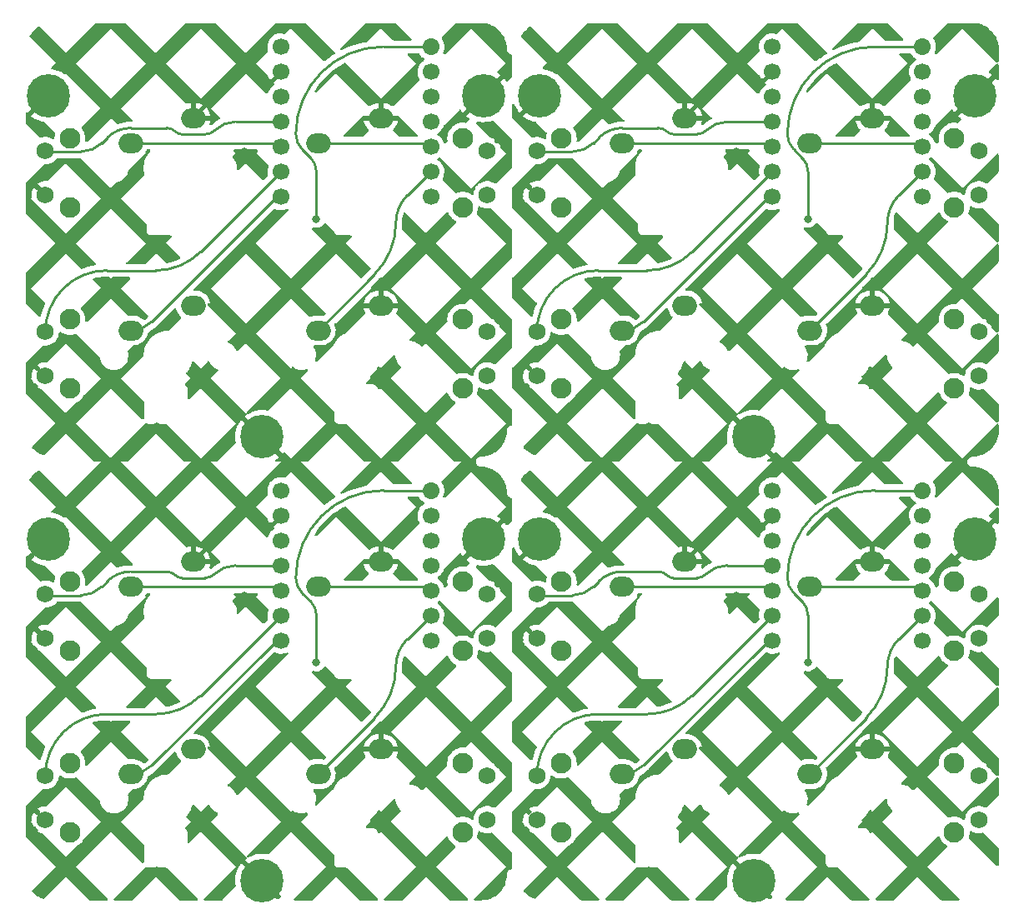
<source format=gtl>
%TF.GenerationSoftware,KiCad,Pcbnew,6.0.2+dfsg-1*%
%TF.CreationDate,2023-03-24T00:01:14+09:00*%
%TF.ProjectId,pcb-panel,7063622d-7061-46e6-956c-2e6b69636164,rev?*%
%TF.SameCoordinates,Original*%
%TF.FileFunction,Copper,L1,Top*%
%TF.FilePolarity,Positive*%
%FSLAX46Y46*%
G04 Gerber Fmt 4.6, Leading zero omitted, Abs format (unit mm)*
G04 Created by KiCad (PCBNEW 6.0.2+dfsg-1) date 2023-03-24 00:01:14*
%MOMM*%
%LPD*%
G01*
G04 APERTURE LIST*
G04 Aperture macros list*
%AMFreePoly0*
4,1,31,0.262664,0.808398,0.425000,0.736122,0.568761,0.631673,0.687664,0.499617,0.776514,0.345726,0.831425,0.176725,0.850000,0.000000,0.831425,-0.176725,0.776514,-0.345726,0.687664,-0.499617,0.568761,-0.631673,0.425000,-0.736122,0.262664,-0.808398,0.088849,-0.845344,-0.088849,-0.845344,-0.262664,-0.808398,-0.425000,-0.736122,-0.568761,-0.631673,-0.687664,-0.499617,-0.776514,-0.345726,
-0.831425,-0.176725,-0.850000,0.000000,-0.831425,0.176725,-0.776514,0.345726,-0.687664,0.499617,-0.568761,0.631673,-0.425000,0.736122,-0.262664,0.808398,-0.088849,0.845344,0.088849,0.845344,0.262664,0.808398,0.262664,0.808398,$1*%
G04 Aperture macros list end*
%TA.AperFunction,ComponentPad*%
%ADD10C,0.700000*%
%TD*%
%TA.AperFunction,ComponentPad*%
%ADD11C,4.400000*%
%TD*%
%TA.AperFunction,ComponentPad*%
%ADD12O,2.500000X2.000000*%
%TD*%
%TA.AperFunction,ComponentPad*%
%ADD13C,2.100000*%
%TD*%
%TA.AperFunction,ComponentPad*%
%ADD14C,1.750000*%
%TD*%
%TA.AperFunction,ComponentPad*%
%ADD15FreePoly0,180.000000*%
%TD*%
%TA.AperFunction,ComponentPad*%
%ADD16C,1.700000*%
%TD*%
%TA.AperFunction,ViaPad*%
%ADD17C,0.800000*%
%TD*%
%TA.AperFunction,Conductor*%
%ADD18C,0.400000*%
%TD*%
%TA.AperFunction,Conductor*%
%ADD19C,0.250000*%
%TD*%
G04 APERTURE END LIST*
D10*
X64111274Y-59205726D03*
X66928000Y-58039000D03*
X64111274Y-56872274D03*
X63628000Y-58039000D03*
X66444726Y-56872274D03*
D11*
X65278000Y-58039000D03*
D10*
X65278000Y-59689000D03*
X65278000Y-56389000D03*
X66444726Y-59205726D03*
D11*
X86995000Y-92710000D03*
D10*
X88645000Y-92710000D03*
X88161726Y-93876726D03*
X88161726Y-91543274D03*
X85828274Y-93876726D03*
X85345000Y-92710000D03*
X86995000Y-91060000D03*
X85828274Y-91543274D03*
X86995000Y-94360000D03*
X108307274Y-59205726D03*
X111124000Y-58039000D03*
X109474000Y-56389000D03*
X107824000Y-58039000D03*
X110640726Y-59205726D03*
X110640726Y-56872274D03*
X108307274Y-56872274D03*
D11*
X109474000Y-58039000D03*
D10*
X109474000Y-59689000D03*
D12*
X73660000Y-62865000D03*
X80010000Y-60325000D03*
X92710000Y-62865000D03*
X99060000Y-60325000D03*
X73660000Y-81915000D03*
X80010000Y-79375000D03*
X92710000Y-81915000D03*
X99060000Y-79375000D03*
X142621000Y-127000000D03*
X148971000Y-124460000D03*
X92710000Y-107950000D03*
X99060000Y-105410000D03*
D10*
X116839000Y-58039000D03*
D11*
X115189000Y-58039000D03*
D10*
X113539000Y-58039000D03*
X116355726Y-59205726D03*
X115189000Y-56389000D03*
X114022274Y-59205726D03*
X114022274Y-56872274D03*
X116355726Y-56872274D03*
X115189000Y-59689000D03*
D12*
X123571000Y-107950000D03*
X129921000Y-105410000D03*
X123571000Y-62865000D03*
X129921000Y-60325000D03*
D10*
X64111274Y-104290726D03*
X65278000Y-101474000D03*
X63628000Y-103124000D03*
X65278000Y-104774000D03*
X66928000Y-103124000D03*
X64111274Y-101957274D03*
X66444726Y-101957274D03*
D11*
X65278000Y-103124000D03*
D10*
X66444726Y-104290726D03*
D12*
X142621000Y-81915000D03*
X148971000Y-79375000D03*
X142621000Y-62865000D03*
X148971000Y-60325000D03*
X123571000Y-127000000D03*
X129921000Y-124460000D03*
X123571000Y-81915000D03*
X129921000Y-79375000D03*
X92710000Y-127000000D03*
X99060000Y-124460000D03*
X142621000Y-107950000D03*
X148971000Y-105410000D03*
X73660000Y-127000000D03*
X80010000Y-124460000D03*
D10*
X157735000Y-58039000D03*
X159385000Y-56389000D03*
X160551726Y-56872274D03*
X159385000Y-59689000D03*
X158218274Y-59205726D03*
D11*
X159385000Y-58039000D03*
D10*
X158218274Y-56872274D03*
X160551726Y-59205726D03*
X161035000Y-58039000D03*
X86995000Y-136145000D03*
D11*
X86995000Y-137795000D03*
D10*
X88161726Y-136628274D03*
X85828274Y-138961726D03*
X88161726Y-138961726D03*
X86995000Y-139445000D03*
X85828274Y-136628274D03*
X85345000Y-137795000D03*
X88645000Y-137795000D03*
X108307274Y-101957274D03*
X110640726Y-101957274D03*
X109474000Y-104774000D03*
X109474000Y-101474000D03*
D11*
X109474000Y-103124000D03*
D10*
X111124000Y-103124000D03*
X110640726Y-104290726D03*
X107824000Y-103124000D03*
X108307274Y-104290726D03*
X159385000Y-101474000D03*
X160551726Y-104290726D03*
X161035000Y-103124000D03*
X158218274Y-101957274D03*
X159385000Y-104774000D03*
X157735000Y-103124000D03*
D11*
X159385000Y-103124000D03*
D10*
X160551726Y-101957274D03*
X158218274Y-104290726D03*
X114022274Y-104290726D03*
X116839000Y-103124000D03*
X114022274Y-101957274D03*
X116355726Y-104290726D03*
D11*
X115189000Y-103124000D03*
D10*
X115189000Y-101474000D03*
X115189000Y-104774000D03*
X113539000Y-103124000D03*
X116355726Y-101957274D03*
D12*
X73660000Y-107950000D03*
X80010000Y-105410000D03*
D10*
X136906000Y-136145000D03*
X138556000Y-137795000D03*
D11*
X136906000Y-137795000D03*
D10*
X138072726Y-138961726D03*
X138072726Y-136628274D03*
X135256000Y-137795000D03*
X135739274Y-138961726D03*
X135739274Y-136628274D03*
X136906000Y-139445000D03*
X135739274Y-91543274D03*
X136906000Y-94360000D03*
X138072726Y-93876726D03*
X138556000Y-92710000D03*
X135739274Y-93876726D03*
D11*
X136906000Y-92710000D03*
D10*
X138072726Y-91543274D03*
X136906000Y-91060000D03*
X135256000Y-92710000D03*
D13*
X67480500Y-69387000D03*
X67480500Y-62377000D03*
D14*
X64990500Y-63627000D03*
X64990500Y-68127000D03*
D13*
X107365000Y-69377000D03*
X107365000Y-62367000D03*
D14*
X109855000Y-68127000D03*
X109855000Y-63627000D03*
D13*
X67480500Y-87813000D03*
X67480500Y-80803000D03*
D14*
X64990500Y-82053000D03*
X64990500Y-86553000D03*
D13*
X107365000Y-87792000D03*
X107365000Y-80782000D03*
D14*
X109855000Y-86542000D03*
X109855000Y-82042000D03*
D13*
X107365000Y-132877000D03*
X107365000Y-125867000D03*
D14*
X109855000Y-131627000D03*
X109855000Y-127127000D03*
D13*
X157276000Y-80782000D03*
X157276000Y-87792000D03*
D14*
X159766000Y-86542000D03*
X159766000Y-82042000D03*
D13*
X157276000Y-107452000D03*
X157276000Y-114462000D03*
D14*
X159766000Y-113212000D03*
X159766000Y-108712000D03*
D13*
X157276000Y-69377000D03*
X157276000Y-62367000D03*
D14*
X159766000Y-68127000D03*
X159766000Y-63627000D03*
D13*
X117391500Y-125888000D03*
X117391500Y-132898000D03*
D14*
X114901500Y-127138000D03*
X114901500Y-131638000D03*
D13*
X117391500Y-114472000D03*
X117391500Y-107462000D03*
D14*
X114901500Y-108712000D03*
X114901500Y-113212000D03*
D15*
X154051000Y-53086000D03*
D16*
X154051000Y-55626000D03*
X154051000Y-58166000D03*
X154051000Y-60706000D03*
X154051000Y-63246000D03*
X154051000Y-65786000D03*
X154051000Y-68326000D03*
X138811000Y-68326000D03*
X138811000Y-65786000D03*
X138811000Y-63246000D03*
X138811000Y-60706000D03*
X138811000Y-58166000D03*
X138811000Y-55626000D03*
X138811000Y-53086000D03*
D13*
X107365000Y-107452000D03*
X107365000Y-114462000D03*
D14*
X109855000Y-113212000D03*
X109855000Y-108712000D03*
D15*
X104140000Y-98171000D03*
D16*
X104140000Y-100711000D03*
X104140000Y-103251000D03*
X104140000Y-105791000D03*
X104140000Y-108331000D03*
X104140000Y-110871000D03*
X104140000Y-113411000D03*
X88900000Y-113411000D03*
X88900000Y-110871000D03*
X88900000Y-108331000D03*
X88900000Y-105791000D03*
X88900000Y-103251000D03*
X88900000Y-100711000D03*
X88900000Y-98171000D03*
D13*
X157276000Y-132877000D03*
X157276000Y-125867000D03*
D14*
X159766000Y-131627000D03*
X159766000Y-127127000D03*
D13*
X67480500Y-114472000D03*
X67480500Y-107462000D03*
D14*
X64990500Y-108712000D03*
X64990500Y-113212000D03*
D15*
X104140000Y-53086000D03*
D16*
X104140000Y-55626000D03*
X104140000Y-58166000D03*
X104140000Y-60706000D03*
X104140000Y-63246000D03*
X104140000Y-65786000D03*
X104140000Y-68326000D03*
X88900000Y-68326000D03*
X88900000Y-65786000D03*
X88900000Y-63246000D03*
X88900000Y-60706000D03*
X88900000Y-58166000D03*
X88900000Y-55626000D03*
X88900000Y-53086000D03*
D13*
X117391500Y-80803000D03*
X117391500Y-87813000D03*
D14*
X114901500Y-82053000D03*
X114901500Y-86553000D03*
D13*
X67480500Y-125888000D03*
X67480500Y-132898000D03*
D14*
X64990500Y-127138000D03*
X64990500Y-131638000D03*
D13*
X117391500Y-62377000D03*
X117391500Y-69387000D03*
D14*
X114901500Y-63627000D03*
X114901500Y-68127000D03*
D15*
X154051000Y-98171000D03*
D16*
X154051000Y-100711000D03*
X154051000Y-103251000D03*
X154051000Y-105791000D03*
X154051000Y-108331000D03*
X154051000Y-110871000D03*
X154051000Y-113411000D03*
X138811000Y-113411000D03*
X138811000Y-110871000D03*
X138811000Y-108331000D03*
X138811000Y-105791000D03*
X138811000Y-103251000D03*
X138811000Y-100711000D03*
X138811000Y-98171000D03*
D17*
X110363000Y-51943000D03*
X76327000Y-91694000D03*
X67056000Y-136271000D03*
X135128000Y-63754000D03*
X121539000Y-122682000D03*
X160401000Y-89027000D03*
X139827000Y-131826000D03*
X116967000Y-136271000D03*
X160274000Y-51943000D03*
X116967000Y-91186000D03*
X153543000Y-136398000D03*
X110236000Y-115443000D03*
X160401000Y-134112000D03*
X67056000Y-91186000D03*
X89916000Y-131826000D03*
X147320000Y-96647000D03*
X89916000Y-86741000D03*
X103632000Y-136398000D03*
X126238000Y-136779000D03*
X85217000Y-108839000D03*
X156083000Y-66421000D03*
X135128000Y-108839000D03*
X71628000Y-122682000D03*
X110490000Y-134112000D03*
X96393000Y-74930000D03*
X147320000Y-51562000D03*
X85217000Y-63754000D03*
X71628000Y-77597000D03*
X121539000Y-77597000D03*
X96393000Y-120015000D03*
X160274000Y-97028000D03*
X110490000Y-89027000D03*
X156083000Y-111506000D03*
X139827000Y-86741000D03*
X146304000Y-120015000D03*
X103632000Y-91313000D03*
X153543000Y-91313000D03*
X160147000Y-70358000D03*
X106172000Y-66421000D03*
X160147000Y-115443000D03*
X110236000Y-70358000D03*
X126238000Y-91694000D03*
X97409000Y-51562000D03*
X146304000Y-74930000D03*
X76327000Y-136779000D03*
X97409000Y-96647000D03*
X106172000Y-111506000D03*
X110363000Y-97028000D03*
X142418800Y-70570000D03*
X142418800Y-115655000D03*
X92507800Y-115655000D03*
X92507800Y-70570000D03*
D18*
X136906000Y-94360000D02*
X136222600Y-94360000D01*
X66952700Y-103401700D02*
X66469400Y-103885000D01*
X86511700Y-136628300D02*
X86995000Y-136145000D01*
X116380400Y-58800000D02*
X115697000Y-58800000D01*
X66952700Y-58316700D02*
X66469400Y-58800000D01*
X116380400Y-103885000D02*
X115697000Y-103885000D01*
X86995000Y-139445000D02*
X86311600Y-139445000D01*
X136906000Y-136145000D02*
X137589400Y-136145000D01*
X136422700Y-91543300D02*
X136906000Y-91060000D01*
X86511700Y-91543300D02*
X86995000Y-91060000D01*
X137589400Y-91060000D02*
X138072700Y-91543300D01*
X136906000Y-91060000D02*
X137589400Y-91060000D01*
X137541000Y-101981000D02*
X137033000Y-101981000D01*
X85217000Y-54991000D02*
X80010000Y-60198000D01*
X136422700Y-136628300D02*
X136906000Y-136145000D01*
X86995000Y-91060000D02*
X87678400Y-91060000D01*
X85217000Y-100076000D02*
X80010000Y-105283000D01*
X116863700Y-103401700D02*
X116380400Y-103885000D01*
X116863700Y-58316700D02*
X116380400Y-58800000D01*
X138811000Y-55626000D02*
X137541000Y-56896000D01*
X86995000Y-136145000D02*
X87678400Y-136145000D01*
X87678400Y-91060000D02*
X88161700Y-91543300D01*
X86311600Y-139445000D02*
X85828300Y-138961700D01*
X87678400Y-136145000D02*
X88161700Y-136628300D01*
X135739300Y-91543300D02*
X136422700Y-91543300D01*
X135739300Y-136628300D02*
X136422700Y-136628300D01*
X86311600Y-94360000D02*
X85828300Y-93876700D01*
X135128000Y-54991000D02*
X129921000Y-60198000D01*
X137589400Y-136145000D02*
X138072700Y-136628300D01*
X87630000Y-101981000D02*
X87122000Y-101981000D01*
X66469400Y-58800000D02*
X65786000Y-58800000D01*
X85828300Y-91543300D02*
X86511700Y-91543300D01*
X137541000Y-56896000D02*
X137033000Y-56896000D01*
X66469400Y-103885000D02*
X65786000Y-103885000D01*
X88900000Y-55626000D02*
X87630000Y-56896000D01*
X85828300Y-136628300D02*
X86511700Y-136628300D01*
X87122000Y-56896000D02*
X85217000Y-54991000D01*
X135128000Y-100076000D02*
X129921000Y-105283000D01*
X136222600Y-94360000D02*
X135739300Y-93876700D01*
X136906000Y-139445000D02*
X136222600Y-139445000D01*
X88900000Y-100711000D02*
X87630000Y-101981000D01*
X86995000Y-94360000D02*
X86311600Y-94360000D01*
X87122000Y-101981000D02*
X85217000Y-100076000D01*
X137033000Y-101981000D02*
X135128000Y-100076000D01*
X87630000Y-56896000D02*
X87122000Y-56896000D01*
X137033000Y-56896000D02*
X135128000Y-54991000D01*
X80010000Y-60198000D02*
X80010000Y-60325000D01*
X138811000Y-100711000D02*
X137541000Y-101981000D01*
X136222600Y-139445000D02*
X135739300Y-138961700D01*
D19*
X149225000Y-98171000D02*
X154051000Y-98171000D01*
X149225000Y-53086000D02*
X154051000Y-53086000D01*
X91948000Y-109474000D02*
X91052618Y-108578618D01*
X99314000Y-98171000D02*
X104140000Y-98171000D01*
X92507800Y-70570000D02*
X92507800Y-65740476D01*
X141859000Y-109474000D02*
X140963618Y-108578618D01*
X142418800Y-70570000D02*
X142418800Y-65740476D01*
X92507800Y-115655000D02*
X92507800Y-110825476D01*
X99314000Y-53086000D02*
X104140000Y-53086000D01*
X142418800Y-115655000D02*
X142418800Y-110825476D01*
X141859000Y-64389000D02*
X140963618Y-63493618D01*
X91948000Y-64389000D02*
X91052618Y-63493618D01*
X91948000Y-109474000D02*
G75*
G02*
X92507800Y-110825476I-1351470J-1351474D01*
G01*
X140335000Y-107061000D02*
G75*
G03*
X140963618Y-108578618I2146230J-2D01*
G01*
X149225000Y-98171000D02*
G75*
G03*
X140335000Y-107061000I1J-8890001D01*
G01*
X90424000Y-61976000D02*
G75*
G03*
X91052618Y-63493618I2146230J-2D01*
G01*
X149225000Y-53086000D02*
G75*
G03*
X140335000Y-61976000I1J-8890001D01*
G01*
X140335000Y-61976000D02*
G75*
G03*
X140963618Y-63493618I2146230J-2D01*
G01*
X141859000Y-64389000D02*
G75*
G02*
X142418800Y-65740476I-1351470J-1351474D01*
G01*
X99314000Y-53086000D02*
G75*
G03*
X90424000Y-61976000I1J-8890001D01*
G01*
X99314000Y-98171000D02*
G75*
G03*
X90424000Y-107061000I1J-8890001D01*
G01*
X141859000Y-109474000D02*
G75*
G02*
X142418800Y-110825476I-1351470J-1351474D01*
G01*
X91948000Y-64389000D02*
G75*
G02*
X92507800Y-65740476I-1351470J-1351474D01*
G01*
X90424000Y-107061000D02*
G75*
G03*
X91052618Y-108578618I2146230J-2D01*
G01*
X123571000Y-106426000D02*
X127223185Y-106426000D01*
X118509774Y-108836511D02*
X115026011Y-108836511D01*
X120650000Y-62865000D02*
X121186171Y-62328829D01*
X70739000Y-107950000D02*
X71275171Y-107413829D01*
X84315235Y-105791000D02*
X88900000Y-105791000D01*
X78845210Y-107061000D02*
X81249185Y-107061000D01*
X134226235Y-60706000D02*
X138811000Y-60706000D01*
X123571000Y-61341000D02*
X127223185Y-61341000D01*
X84315235Y-60706000D02*
X88900000Y-60706000D01*
X73660000Y-61341000D02*
X77312185Y-61341000D01*
X128756210Y-61976000D02*
X131160185Y-61976000D01*
X118509774Y-63751511D02*
X115026011Y-63751511D01*
X134226235Y-105791000D02*
X138811000Y-105791000D01*
X120650000Y-107950000D02*
X121186171Y-107413829D01*
X68598774Y-63751511D02*
X65115011Y-63751511D01*
X78845210Y-61976000D02*
X81249185Y-61976000D01*
X68598774Y-108836511D02*
X65115011Y-108836511D01*
X128756210Y-107061000D02*
X131160185Y-107061000D01*
X73660000Y-106426000D02*
X77312185Y-106426000D01*
X70739000Y-62865000D02*
X71275171Y-62328829D01*
X84315235Y-105791001D02*
G75*
G03*
X82169001Y-106680001I2J-3035238D01*
G01*
X64990500Y-108712000D02*
G75*
G03*
X65115011Y-108836511I124510J-1D01*
G01*
X120650000Y-62865000D02*
G75*
G02*
X118509774Y-63751511I-2140227J2140228D01*
G01*
X132080000Y-61595000D02*
G75*
G02*
X131160185Y-61976000I-919817J919820D01*
G01*
X134226235Y-60706001D02*
G75*
G03*
X132080001Y-61595001I2J-3035238D01*
G01*
X78232000Y-61722000D02*
G75*
G03*
X77312185Y-61341000I-919817J-919820D01*
G01*
X114901500Y-63627000D02*
G75*
G03*
X115026011Y-63751511I124510J-1D01*
G01*
X70739000Y-107950000D02*
G75*
G02*
X68598774Y-108836511I-2140227J2140228D01*
G01*
X73660000Y-61341001D02*
G75*
G03*
X71275171Y-62328829I1J-3372659D01*
G01*
X78845210Y-107060999D02*
G75*
G02*
X78232001Y-106806999I2J867214D01*
G01*
X73660000Y-106426001D02*
G75*
G03*
X71275171Y-107413829I1J-3372659D01*
G01*
X82169000Y-61595000D02*
G75*
G02*
X81249185Y-61976000I-919817J919820D01*
G01*
X123571000Y-106426001D02*
G75*
G03*
X121186171Y-107413829I1J-3372659D01*
G01*
X78232000Y-106807000D02*
G75*
G03*
X77312185Y-106426000I-919817J-919820D01*
G01*
X70739000Y-62865000D02*
G75*
G02*
X68598774Y-63751511I-2140227J2140228D01*
G01*
X128143000Y-61722000D02*
G75*
G03*
X127223185Y-61341000I-919817J-919820D01*
G01*
X134226235Y-105791001D02*
G75*
G03*
X132080001Y-106680001I2J-3035238D01*
G01*
X123571000Y-61341001D02*
G75*
G03*
X121186171Y-62328829I1J-3372659D01*
G01*
X82169000Y-106680000D02*
G75*
G02*
X81249185Y-107061000I-919817J919820D01*
G01*
X84315235Y-60706001D02*
G75*
G03*
X82169001Y-61595001I2J-3035238D01*
G01*
X128756210Y-61975999D02*
G75*
G02*
X128143001Y-61721999I2J867214D01*
G01*
X64990500Y-63627000D02*
G75*
G03*
X65115011Y-63751511I124510J-1D01*
G01*
X78845210Y-61975999D02*
G75*
G02*
X78232001Y-61721999I2J867214D01*
G01*
X128143000Y-106807000D02*
G75*
G03*
X127223185Y-106426000I-919817J-919820D01*
G01*
X128756210Y-107060999D02*
G75*
G02*
X128143001Y-106806999I2J867214D01*
G01*
X120650000Y-107950000D02*
G75*
G02*
X118509774Y-108836511I-2140227J2140228D01*
G01*
X132080000Y-106680000D02*
G75*
G02*
X131160185Y-107061000I-919817J919820D01*
G01*
X114901500Y-108712000D02*
G75*
G03*
X115026011Y-108836511I124510J-1D01*
G01*
X123571000Y-107950000D02*
X138430000Y-107950000D01*
X88519000Y-107950000D02*
X88900000Y-108331000D01*
X123571000Y-62865000D02*
X138430000Y-62865000D01*
X88519000Y-62865000D02*
X88900000Y-63246000D01*
X138430000Y-62865000D02*
X138811000Y-63246000D01*
X138430000Y-107950000D02*
X138811000Y-108331000D01*
X73660000Y-107950000D02*
X88519000Y-107950000D01*
X73660000Y-62865000D02*
X88519000Y-62865000D01*
X142621000Y-62865000D02*
X153670000Y-62865000D01*
X92710000Y-62865000D02*
X103759000Y-62865000D01*
X142621000Y-107950000D02*
X153670000Y-107950000D01*
X153670000Y-62865000D02*
X154051000Y-63246000D01*
X153670000Y-107950000D02*
X154051000Y-108331000D01*
X103759000Y-107950000D02*
X104140000Y-108331000D01*
X103759000Y-62865000D02*
X104140000Y-63246000D01*
X92710000Y-107950000D02*
X103759000Y-107950000D01*
X138811000Y-65786000D02*
X130663854Y-73933146D01*
X88900000Y-65786000D02*
X80752854Y-73933146D01*
X76200000Y-75819000D02*
X71224500Y-75819000D01*
X126111000Y-120904000D02*
X121135500Y-120904000D01*
X76200000Y-120904000D02*
X71224500Y-120904000D01*
X126111000Y-75819000D02*
X121135500Y-75819000D01*
X88900000Y-110871000D02*
X80752854Y-119018146D01*
X138811000Y-110871000D02*
X130663854Y-119018146D01*
X126111000Y-120903999D02*
G75*
G03*
X130663853Y-119018145I3J6438700D01*
G01*
X114901500Y-82053000D02*
G75*
G02*
X121135500Y-75819000I6233999J1D01*
G01*
X64990500Y-82053000D02*
G75*
G02*
X71224500Y-75819000I6233999J1D01*
G01*
X126111000Y-75818999D02*
G75*
G03*
X130663853Y-73933145I3J6438700D01*
G01*
X64990500Y-127138000D02*
G75*
G02*
X71224500Y-120904000I6233999J1D01*
G01*
X114901500Y-127138000D02*
G75*
G02*
X121135500Y-120904000I6233999J1D01*
G01*
X76200000Y-75818999D02*
G75*
G03*
X80752853Y-73933145I3J6438700D01*
G01*
X76200000Y-120903999D02*
G75*
G03*
X80752853Y-119018145I3J6438700D01*
G01*
X75828025Y-81016974D02*
X88249592Y-68595408D01*
X75828025Y-126101974D02*
X88249592Y-113680408D01*
X125739025Y-81016974D02*
X138160592Y-68595408D01*
X125739025Y-126101974D02*
X138160592Y-113680408D01*
X75828025Y-126101974D02*
G75*
G02*
X73660000Y-127000000I-2168023J2168018D01*
G01*
X88900000Y-113411001D02*
G75*
G03*
X88249592Y-113680408I-1J-919813D01*
G01*
X125739025Y-81016974D02*
G75*
G02*
X123571000Y-81915000I-2168023J2168018D01*
G01*
X138811000Y-113411001D02*
G75*
G03*
X138160592Y-113680408I-1J-919813D01*
G01*
X138811000Y-68326001D02*
G75*
G03*
X138160592Y-68595408I-1J-919813D01*
G01*
X88900000Y-68326001D02*
G75*
G03*
X88249592Y-68595408I-1J-919813D01*
G01*
X125739025Y-126101974D02*
G75*
G02*
X123571000Y-127000000I-2168023J2168018D01*
G01*
X75828025Y-81016974D02*
G75*
G02*
X73660000Y-81915000I-2168023J2168018D01*
G01*
X101751433Y-68174566D02*
X104140000Y-65786000D01*
X142621000Y-81915000D02*
X148339738Y-76196262D01*
X92710000Y-127000000D02*
X98428738Y-121281262D01*
X151662433Y-68174566D02*
X154051000Y-65786000D01*
X101751433Y-113259566D02*
X104140000Y-110871000D01*
X92710000Y-81915000D02*
X98428738Y-76196262D01*
X142621000Y-127000000D02*
X148339738Y-121281262D01*
X151662433Y-113259566D02*
X154051000Y-110871000D01*
X101751433Y-68174566D02*
G75*
G03*
X100584000Y-70993000I2818438J-2818435D01*
G01*
X101751433Y-113259566D02*
G75*
G03*
X100584000Y-116078000I2818438J-2818435D01*
G01*
X151662433Y-68174566D02*
G75*
G03*
X150495000Y-70993000I2818438J-2818435D01*
G01*
X150495000Y-70993000D02*
G75*
G02*
X148339738Y-76196262I-7358520J-1D01*
G01*
X150495000Y-116078000D02*
G75*
G02*
X148339738Y-121281262I-7358520J-1D01*
G01*
X151662433Y-113259566D02*
G75*
G03*
X150495000Y-116078000I2818438J-2818435D01*
G01*
X100584000Y-116078000D02*
G75*
G02*
X98428738Y-121281262I-7358520J-1D01*
G01*
X100584000Y-70993000D02*
G75*
G02*
X98428738Y-76196262I-7358520J-1D01*
G01*
%TA.AperFunction,Conductor*%
G36*
X81582493Y-130103673D02*
G01*
X81639329Y-130146220D01*
X81650224Y-130163547D01*
X81731597Y-130319864D01*
X81734700Y-130323997D01*
X81734702Y-130324000D01*
X81855767Y-130485243D01*
X81875598Y-130511655D01*
X81879336Y-130515227D01*
X82023248Y-130652752D01*
X82048990Y-130677352D01*
X82053262Y-130680266D01*
X82053263Y-130680267D01*
X82085599Y-130702325D01*
X82247117Y-130812505D01*
X82462225Y-130912356D01*
X82515587Y-130959176D01*
X82535168Y-131027420D01*
X82514744Y-131095415D01*
X82498265Y-131115735D01*
X81788000Y-131826000D01*
X85344000Y-135382000D01*
X85347762Y-135378238D01*
X85371502Y-135391202D01*
X85384546Y-135394040D01*
X85434746Y-135444244D01*
X85449835Y-135513619D01*
X85425021Y-135580138D01*
X85401121Y-135604386D01*
X85281385Y-135696762D01*
X85272917Y-135708423D01*
X85279520Y-135720309D01*
X87265115Y-137705905D01*
X87299141Y-137768217D01*
X87294076Y-137839033D01*
X87265115Y-137884095D01*
X87084095Y-138065115D01*
X87021783Y-138099141D01*
X86950968Y-138094076D01*
X86905905Y-138065115D01*
X84921445Y-136080656D01*
X84908510Y-136073592D01*
X84897949Y-136081252D01*
X84777766Y-136232072D01*
X84773410Y-136238270D01*
X84606059Y-136509764D01*
X84602479Y-136516440D01*
X84468956Y-136806074D01*
X84466206Y-136813125D01*
X84368444Y-137116708D01*
X84366561Y-137124041D01*
X84305979Y-137437170D01*
X84304992Y-137444670D01*
X84282467Y-137762802D01*
X84282388Y-137770383D01*
X84298245Y-138088914D01*
X84299076Y-138096443D01*
X84341180Y-138341472D01*
X84333003Y-138411996D01*
X84306095Y-138451905D01*
X82967905Y-139790095D01*
X82905593Y-139824121D01*
X82878810Y-139827000D01*
X81203190Y-139827000D01*
X81135069Y-139806998D01*
X81088576Y-139753342D01*
X81078472Y-139683068D01*
X81107966Y-139618488D01*
X81114095Y-139611905D01*
X84328000Y-136398000D01*
X80772000Y-132842000D01*
X79639095Y-133974905D01*
X79576783Y-134008931D01*
X79505968Y-134003866D01*
X79449132Y-133961319D01*
X79424321Y-133894799D01*
X79424000Y-133885810D01*
X79424000Y-133001702D01*
X79424002Y-133000932D01*
X79424100Y-132984906D01*
X79424476Y-132923348D01*
X79422010Y-132914719D01*
X79422009Y-132914714D01*
X79416361Y-132894952D01*
X79412783Y-132878191D01*
X79409870Y-132857848D01*
X79409867Y-132857838D01*
X79408595Y-132848955D01*
X79397979Y-132825605D01*
X79391536Y-132808093D01*
X79386954Y-132792063D01*
X79384488Y-132783435D01*
X79368726Y-132758452D01*
X79360596Y-132743386D01*
X79348367Y-132716490D01*
X79331626Y-132697061D01*
X79320521Y-132682053D01*
X79311630Y-132667961D01*
X79306840Y-132660369D01*
X79284703Y-132640818D01*
X79272659Y-132628626D01*
X79259239Y-132613051D01*
X79259237Y-132613050D01*
X79253381Y-132606253D01*
X79245853Y-132601374D01*
X79245850Y-132601371D01*
X79231861Y-132592304D01*
X79216989Y-132581016D01*
X79216987Y-132581014D01*
X79202769Y-132568457D01*
X79164950Y-132508374D01*
X79165618Y-132437381D01*
X79197080Y-132384920D01*
X79756000Y-131826000D01*
X79330993Y-131400993D01*
X79296967Y-131338681D01*
X79302032Y-131267866D01*
X79328238Y-131225645D01*
X79403943Y-131145027D01*
X79403944Y-131145026D01*
X79406654Y-131142140D01*
X79592184Y-130886779D01*
X79611757Y-130851177D01*
X79742340Y-130613648D01*
X79742341Y-130613647D01*
X79744247Y-130610179D01*
X79753912Y-130585770D01*
X79858990Y-130320372D01*
X79858990Y-130320371D01*
X79860443Y-130316702D01*
X79861424Y-130312882D01*
X79861429Y-130312866D01*
X79890959Y-130197855D01*
X79927273Y-130136849D01*
X79990806Y-130105160D01*
X80061385Y-130112850D01*
X80102095Y-130140095D01*
X80772000Y-130810000D01*
X81449366Y-130132634D01*
X81511678Y-130098608D01*
X81582493Y-130103673D01*
G37*
%TD.AperFunction*%
%TA.AperFunction,Conductor*%
G36*
X100478434Y-129495732D02*
G01*
X100535270Y-129538279D01*
X100560081Y-129604799D01*
X100560393Y-129615326D01*
X100560066Y-129642089D01*
X100596343Y-129879163D01*
X100670854Y-130107129D01*
X100673244Y-130111720D01*
X100772298Y-130302000D01*
X100781597Y-130319864D01*
X100784700Y-130323997D01*
X100784702Y-130324000D01*
X100905767Y-130485243D01*
X100925598Y-130511655D01*
X101070062Y-130649708D01*
X101105491Y-130711230D01*
X101102034Y-130782142D01*
X101072105Y-130829895D01*
X100076000Y-131826000D01*
X103632000Y-135382000D01*
X105679162Y-133334838D01*
X105741474Y-133300812D01*
X105812289Y-133305877D01*
X105869125Y-133348424D01*
X105884666Y-133375713D01*
X105972073Y-133586732D01*
X106100248Y-133795896D01*
X106259567Y-133982433D01*
X106446104Y-134141752D01*
X106450327Y-134144340D01*
X106450330Y-134144342D01*
X106593894Y-134232317D01*
X106641526Y-134284964D01*
X106653133Y-134355006D01*
X106625030Y-134420204D01*
X106617155Y-134428845D01*
X104648000Y-136398000D01*
X107861905Y-139611905D01*
X107895931Y-139674217D01*
X107890866Y-139745032D01*
X107848319Y-139801868D01*
X107781799Y-139826679D01*
X107772810Y-139827000D01*
X106097190Y-139827000D01*
X106029069Y-139806998D01*
X106008095Y-139790095D01*
X103632000Y-137414000D01*
X101255905Y-139790095D01*
X101193593Y-139824121D01*
X101166810Y-139827000D01*
X99491190Y-139827000D01*
X99423069Y-139806998D01*
X99376576Y-139753342D01*
X99366472Y-139683068D01*
X99395966Y-139618488D01*
X99402095Y-139611905D01*
X102616000Y-136398000D01*
X99060000Y-132842000D01*
X98935489Y-132966511D01*
X98873177Y-133000537D01*
X98802362Y-132995472D01*
X98745526Y-132952925D01*
X98725245Y-132912042D01*
X98720361Y-132894954D01*
X98716783Y-132878191D01*
X98713870Y-132857848D01*
X98713867Y-132857838D01*
X98712595Y-132848955D01*
X98701979Y-132825605D01*
X98695536Y-132808093D01*
X98690954Y-132792063D01*
X98688488Y-132783435D01*
X98672726Y-132758452D01*
X98664596Y-132743386D01*
X98652367Y-132716490D01*
X98635626Y-132697061D01*
X98624521Y-132682053D01*
X98615630Y-132667961D01*
X98610840Y-132660369D01*
X98588703Y-132640818D01*
X98576659Y-132628626D01*
X98563239Y-132613051D01*
X98563237Y-132613050D01*
X98557381Y-132606253D01*
X98549853Y-132601374D01*
X98549850Y-132601371D01*
X98535861Y-132592304D01*
X98520987Y-132581014D01*
X98508502Y-132569988D01*
X98501772Y-132564044D01*
X98493646Y-132560229D01*
X98493645Y-132560228D01*
X98487979Y-132557568D01*
X98475034Y-132551490D01*
X98460065Y-132543176D01*
X98435273Y-132527107D01*
X98410709Y-132519761D01*
X98393264Y-132513099D01*
X98383200Y-132508374D01*
X98370052Y-132502201D01*
X98340870Y-132497657D01*
X98324151Y-132493874D01*
X98304464Y-132487986D01*
X98304461Y-132487985D01*
X98295859Y-132485413D01*
X98286884Y-132485358D01*
X98286883Y-132485358D01*
X98280190Y-132485317D01*
X98261444Y-132485203D01*
X98260672Y-132485170D01*
X98259577Y-132485000D01*
X98228702Y-132485000D01*
X98227932Y-132484998D01*
X98154284Y-132484548D01*
X98154283Y-132484548D01*
X98150348Y-132484524D01*
X98149004Y-132484908D01*
X98147659Y-132485000D01*
X97689190Y-132485000D01*
X97621069Y-132464998D01*
X97574576Y-132411342D01*
X97564472Y-132341068D01*
X97593966Y-132276488D01*
X97600095Y-132269905D01*
X98044000Y-131826000D01*
X97982234Y-131764234D01*
X97948208Y-131701922D01*
X97953273Y-131631107D01*
X97996835Y-131573775D01*
X97997375Y-131573432D01*
X98240582Y-131372233D01*
X98250300Y-131361885D01*
X98436306Y-131163808D01*
X98456654Y-131142140D01*
X98642184Y-130886779D01*
X98655384Y-130862768D01*
X98736790Y-130714693D01*
X98787135Y-130664634D01*
X98856552Y-130649741D01*
X98923001Y-130674742D01*
X98936299Y-130686299D01*
X99060000Y-130810000D01*
X100345307Y-129524693D01*
X100407619Y-129490667D01*
X100478434Y-129495732D01*
G37*
%TD.AperFunction*%
%TA.AperFunction,Conductor*%
G36*
X75254002Y-136432164D02*
G01*
X75278496Y-136444484D01*
X75300727Y-136458893D01*
X75309327Y-136461465D01*
X75325290Y-136466239D01*
X75342736Y-136472901D01*
X75365948Y-136483799D01*
X75395130Y-136488343D01*
X75411849Y-136492126D01*
X75431536Y-136498014D01*
X75431539Y-136498015D01*
X75440141Y-136500587D01*
X75449116Y-136500642D01*
X75449117Y-136500642D01*
X75455810Y-136500683D01*
X75474556Y-136500797D01*
X75475328Y-136500830D01*
X75476423Y-136501000D01*
X75507298Y-136501000D01*
X75508068Y-136501002D01*
X75581716Y-136501452D01*
X75581717Y-136501452D01*
X75585652Y-136501476D01*
X75586996Y-136501092D01*
X75588341Y-136501000D01*
X77266810Y-136501000D01*
X77334931Y-136521002D01*
X77355905Y-136537905D01*
X80429905Y-139611905D01*
X80463931Y-139674217D01*
X80458866Y-139745032D01*
X80416319Y-139801868D01*
X80349799Y-139826679D01*
X80340810Y-139827000D01*
X78665190Y-139827000D01*
X78597069Y-139806998D01*
X78576095Y-139790095D01*
X76200000Y-137414000D01*
X73823905Y-139790095D01*
X73761593Y-139824121D01*
X73734810Y-139827000D01*
X72059190Y-139827000D01*
X71991069Y-139806998D01*
X71944576Y-139753342D01*
X71934472Y-139683068D01*
X71963966Y-139618488D01*
X71970095Y-139611905D01*
X75120875Y-136461125D01*
X75183187Y-136427099D01*
X75254002Y-136432164D01*
G37*
%TD.AperFunction*%
%TA.AperFunction,Conductor*%
G36*
X78212212Y-124717859D02*
G01*
X78269047Y-124760406D01*
X78289419Y-124801608D01*
X78340604Y-124982494D01*
X78344116Y-124991938D01*
X78442399Y-125202705D01*
X78447378Y-125211471D01*
X78578087Y-125403802D01*
X78584419Y-125411677D01*
X78730564Y-125566221D01*
X78762836Y-125629459D01*
X78755796Y-125700106D01*
X78728111Y-125741889D01*
X77475247Y-126994753D01*
X77412935Y-127028779D01*
X77391160Y-127031465D01*
X77391162Y-127031500D01*
X77390587Y-127031536D01*
X77390584Y-127031536D01*
X77389177Y-127031625D01*
X77389173Y-127031625D01*
X77321817Y-127035863D01*
X77154980Y-127046359D01*
X76844928Y-127105505D01*
X76841150Y-127106732D01*
X76841152Y-127106732D01*
X76570627Y-127194631D01*
X76544734Y-127203044D01*
X76541148Y-127204731D01*
X76541144Y-127204733D01*
X76262717Y-127335750D01*
X76262710Y-127335754D01*
X76259131Y-127337438D01*
X75992625Y-127506568D01*
X75749418Y-127707767D01*
X75533346Y-127937860D01*
X75347816Y-128193221D01*
X75345909Y-128196690D01*
X75345907Y-128196693D01*
X75271126Y-128332718D01*
X75195753Y-128469821D01*
X75194300Y-128473490D01*
X75194298Y-128473495D01*
X75136348Y-128619861D01*
X75079557Y-128763298D01*
X75001060Y-129069025D01*
X74961500Y-129382179D01*
X74961500Y-129456310D01*
X74941498Y-129524431D01*
X74924595Y-129545405D01*
X72644000Y-131826000D01*
X74971095Y-134153095D01*
X75005121Y-134215407D01*
X75008000Y-134242190D01*
X75008000Y-135917810D01*
X74987998Y-135985931D01*
X74934342Y-136032424D01*
X74864068Y-136042528D01*
X74799488Y-136013034D01*
X74792905Y-136006905D01*
X71628000Y-132842000D01*
X68072000Y-136398000D01*
X71285905Y-139611905D01*
X71319931Y-139674217D01*
X71314866Y-139745032D01*
X71272319Y-139801868D01*
X71205799Y-139826679D01*
X71196810Y-139827000D01*
X69521190Y-139827000D01*
X69453069Y-139806998D01*
X69432095Y-139790095D01*
X67056000Y-137414000D01*
X64847943Y-139622057D01*
X64785631Y-139656083D01*
X64710630Y-139649371D01*
X64513111Y-139567556D01*
X64508365Y-139565590D01*
X64495642Y-139559463D01*
X64246262Y-139421635D01*
X64234299Y-139414118D01*
X64001927Y-139249242D01*
X63990879Y-139240432D01*
X63778422Y-139050569D01*
X63768431Y-139040577D01*
X63672721Y-138933477D01*
X63642243Y-138869355D01*
X63651271Y-138798935D01*
X63677577Y-138760423D01*
X66040000Y-136398000D01*
X63028905Y-133386905D01*
X62994879Y-133324593D01*
X62992000Y-133297810D01*
X62992000Y-131826000D01*
X63500000Y-131826000D01*
X63622795Y-131948795D01*
X63656617Y-132010189D01*
X63665127Y-132047948D01*
X63668206Y-132057777D01*
X63749879Y-132258914D01*
X63754522Y-132268105D01*
X63838779Y-132405601D01*
X63849235Y-132415061D01*
X63858013Y-132411277D01*
X63882550Y-132386740D01*
X63944862Y-132352714D01*
X64015677Y-132357779D01*
X64060740Y-132386740D01*
X64241760Y-132567760D01*
X64275786Y-132630072D01*
X64270721Y-132700887D01*
X64241760Y-132745950D01*
X64218960Y-132768750D01*
X64212200Y-132781130D01*
X64217481Y-132788184D01*
X64386419Y-132886904D01*
X64395702Y-132891351D01*
X64598502Y-132968793D01*
X64608409Y-132971672D01*
X64618030Y-132973629D01*
X64682004Y-133008004D01*
X67056000Y-135382000D01*
X68098831Y-134339169D01*
X68139707Y-134311855D01*
X68155508Y-134305310D01*
X68190232Y-134290927D01*
X68354931Y-134190000D01*
X68395170Y-134165342D01*
X68395173Y-134165340D01*
X68399396Y-134162752D01*
X68420952Y-134144342D01*
X68582177Y-134006641D01*
X68585933Y-134003433D01*
X68607077Y-133978677D01*
X68742035Y-133820663D01*
X68742037Y-133820660D01*
X68745252Y-133816896D01*
X68755813Y-133799663D01*
X68790238Y-133743485D01*
X68873427Y-133607732D01*
X68894355Y-133557206D01*
X68921669Y-133516331D01*
X70612000Y-131826000D01*
X67056000Y-128270000D01*
X65107748Y-130218252D01*
X65045436Y-130252278D01*
X65017114Y-130255148D01*
X64898866Y-130253703D01*
X64888582Y-130254423D01*
X64674007Y-130287258D01*
X64663979Y-130289647D01*
X64457647Y-130357087D01*
X64448137Y-130361084D01*
X64255595Y-130461315D01*
X64246870Y-130466809D01*
X64222319Y-130485243D01*
X64213865Y-130496569D01*
X64220611Y-130508901D01*
X64429760Y-130718050D01*
X64463786Y-130780362D01*
X64458721Y-130851177D01*
X64429760Y-130896240D01*
X64248740Y-131077260D01*
X64186428Y-131111286D01*
X64115613Y-131106221D01*
X64070550Y-131077260D01*
X63862358Y-130869068D01*
X63850822Y-130862768D01*
X63838539Y-130872391D01*
X63786779Y-130948268D01*
X63781691Y-130957224D01*
X63690295Y-131154121D01*
X63686732Y-131163808D01*
X63628723Y-131372979D01*
X63626792Y-131383100D01*
X63603722Y-131598962D01*
X63603471Y-131609250D01*
X63606395Y-131659953D01*
X63590348Y-131729112D01*
X63569699Y-131756301D01*
X63500000Y-131826000D01*
X62992000Y-131826000D01*
X62992000Y-130354190D01*
X63012002Y-130286069D01*
X63028905Y-130265095D01*
X64740411Y-128553589D01*
X64802723Y-128519563D01*
X64834122Y-128516769D01*
X64921943Y-128519990D01*
X65048311Y-128524624D01*
X65048315Y-128524624D01*
X65053475Y-128524813D01*
X65058595Y-128524157D01*
X65058597Y-128524157D01*
X65274004Y-128496563D01*
X65274005Y-128496563D01*
X65279132Y-128495906D01*
X65289705Y-128492734D01*
X65492091Y-128432015D01*
X65492092Y-128432014D01*
X65497037Y-128430531D01*
X65701339Y-128330444D01*
X65705543Y-128327446D01*
X65705547Y-128327443D01*
X65882347Y-128201333D01*
X65882349Y-128201331D01*
X65886551Y-128198334D01*
X66047699Y-128037747D01*
X66069188Y-128007842D01*
X66177438Y-127857198D01*
X66177442Y-127857192D01*
X66180456Y-127852997D01*
X66253481Y-127705242D01*
X66278961Y-127653688D01*
X66278962Y-127653686D01*
X66281255Y-127649046D01*
X66347390Y-127431370D01*
X66371999Y-127244444D01*
X66400721Y-127179518D01*
X66459986Y-127140426D01*
X66530978Y-127139581D01*
X66562755Y-127153458D01*
X66726827Y-127254000D01*
X66770768Y-127280927D01*
X66835331Y-127307670D01*
X66992835Y-127372911D01*
X66992837Y-127372912D01*
X66997408Y-127374805D01*
X67080063Y-127394649D01*
X67231130Y-127430917D01*
X67231136Y-127430918D01*
X67235943Y-127432072D01*
X67480500Y-127451319D01*
X67725057Y-127432072D01*
X67729864Y-127430918D01*
X67729870Y-127430917D01*
X67880937Y-127394649D01*
X67963592Y-127374805D01*
X67981948Y-127367202D01*
X68047889Y-127339888D01*
X68118479Y-127332299D01*
X68185202Y-127367202D01*
X70489888Y-129671888D01*
X70523914Y-129734200D01*
X70525343Y-129741925D01*
X70545560Y-129874049D01*
X70545561Y-129874054D01*
X70546343Y-129879163D01*
X70620854Y-130107129D01*
X70623244Y-130111720D01*
X70722298Y-130302000D01*
X70731597Y-130319864D01*
X70734700Y-130323997D01*
X70734702Y-130324000D01*
X70855767Y-130485243D01*
X70875598Y-130511655D01*
X70879336Y-130515227D01*
X71023248Y-130652752D01*
X71048990Y-130677352D01*
X71053262Y-130680266D01*
X71053263Y-130680267D01*
X71085599Y-130702325D01*
X71247117Y-130812505D01*
X71330428Y-130851177D01*
X71414024Y-130889981D01*
X71464656Y-130913484D01*
X71695768Y-130977576D01*
X71799479Y-130988660D01*
X71888222Y-130998144D01*
X71888230Y-130998144D01*
X71891557Y-130998500D01*
X72030803Y-130998500D01*
X72033376Y-130998288D01*
X72033387Y-130998288D01*
X72203876Y-130984271D01*
X72203882Y-130984270D01*
X72209027Y-130983847D01*
X72359807Y-130945974D01*
X72436625Y-130926679D01*
X72436629Y-130926678D01*
X72441636Y-130925420D01*
X72446366Y-130923364D01*
X72446373Y-130923361D01*
X72656841Y-130831847D01*
X72656844Y-130831845D01*
X72661578Y-130829787D01*
X72665912Y-130826983D01*
X72665916Y-130826981D01*
X72858604Y-130702325D01*
X72858607Y-130702323D01*
X72862947Y-130699515D01*
X72877472Y-130686299D01*
X73036513Y-130541582D01*
X73036514Y-130541580D01*
X73040335Y-130538104D01*
X73043534Y-130534053D01*
X73043538Y-130534049D01*
X73181758Y-130359031D01*
X73188979Y-130349888D01*
X73304887Y-130139922D01*
X73348254Y-130017458D01*
X73383219Y-129918720D01*
X73383220Y-129918716D01*
X73384945Y-129913845D01*
X73385853Y-129908749D01*
X73426098Y-129682816D01*
X73426099Y-129682810D01*
X73427004Y-129677727D01*
X73429228Y-129495732D01*
X73429871Y-129443081D01*
X73429871Y-129443079D01*
X73429934Y-129437911D01*
X73393657Y-129200837D01*
X73379142Y-129156428D01*
X73376991Y-129085464D01*
X73409812Y-129028188D01*
X73893088Y-128544912D01*
X73955400Y-128510886D01*
X73972073Y-128508414D01*
X74052060Y-128501978D01*
X74146924Y-128494346D01*
X74146929Y-128494345D01*
X74151965Y-128493940D01*
X74156873Y-128492734D01*
X74156876Y-128492734D01*
X74382792Y-128437244D01*
X74387706Y-128436037D01*
X74392358Y-128434062D01*
X74392362Y-128434061D01*
X74606498Y-128343165D01*
X74611156Y-128341188D01*
X74798131Y-128223443D01*
X74812288Y-128214528D01*
X74812291Y-128214526D01*
X74816567Y-128211833D01*
X74941290Y-128101876D01*
X74994858Y-128054650D01*
X74994861Y-128054647D01*
X74998655Y-128051302D01*
X75001866Y-128047393D01*
X75149526Y-127867628D01*
X75149528Y-127867625D01*
X75152734Y-127863722D01*
X75274841Y-127653922D01*
X75278613Y-127644095D01*
X75360018Y-127432028D01*
X75360020Y-127432021D01*
X75361833Y-127427298D01*
X75392411Y-127280927D01*
X75398489Y-127251835D01*
X75431998Y-127189244D01*
X75463646Y-127165838D01*
X75465346Y-127164953D01*
X75511538Y-127140907D01*
X75783997Y-126967331D01*
X76040292Y-126770669D01*
X76126351Y-126691810D01*
X76252304Y-126576395D01*
X76261774Y-126568533D01*
X76266422Y-126565043D01*
X76266427Y-126565039D01*
X76269719Y-126562567D01*
X76279268Y-126553216D01*
X76298488Y-126528704D01*
X76308547Y-126517356D01*
X78079084Y-124746820D01*
X78141396Y-124712794D01*
X78212212Y-124717859D01*
G37*
%TD.AperFunction*%
%TA.AperFunction,Conductor*%
G36*
X89622244Y-114652037D02*
G01*
X89662234Y-114710700D01*
X89664160Y-114781670D01*
X89631440Y-114838560D01*
X86360000Y-118110000D01*
X89916000Y-121666000D01*
X93472000Y-118110000D01*
X92092320Y-116730320D01*
X92058294Y-116668008D01*
X92063359Y-116597193D01*
X92105906Y-116540357D01*
X92172426Y-116515546D01*
X92220029Y-116521353D01*
X92225512Y-116523794D01*
X92231965Y-116525166D01*
X92231966Y-116525166D01*
X92405856Y-116562128D01*
X92405861Y-116562128D01*
X92412313Y-116563500D01*
X92603287Y-116563500D01*
X92609739Y-116562128D01*
X92609744Y-116562128D01*
X92696688Y-116543647D01*
X92790088Y-116523794D01*
X92796119Y-116521109D01*
X92958522Y-116448803D01*
X92958524Y-116448802D01*
X92964552Y-116446118D01*
X93119053Y-116333866D01*
X93246840Y-116191944D01*
X93288858Y-116119167D01*
X93340241Y-116070174D01*
X93409954Y-116056738D01*
X93475865Y-116083124D01*
X93487072Y-116093072D01*
X94295476Y-116901476D01*
X94326520Y-116953863D01*
X94327405Y-116960045D01*
X94338021Y-116983395D01*
X94344464Y-117000907D01*
X94351512Y-117025565D01*
X94367274Y-117050548D01*
X94375404Y-117065614D01*
X94387633Y-117092510D01*
X94404374Y-117111939D01*
X94415479Y-117126947D01*
X94429160Y-117148631D01*
X94435888Y-117154573D01*
X94451296Y-117168181D01*
X94463340Y-117180373D01*
X94482619Y-117202747D01*
X94490147Y-117207626D01*
X94490150Y-117207629D01*
X94504139Y-117216696D01*
X94519013Y-117227986D01*
X94538228Y-117244956D01*
X94546354Y-117248771D01*
X94546355Y-117248772D01*
X94551601Y-117251235D01*
X94564966Y-117257510D01*
X94579935Y-117265824D01*
X94604727Y-117281893D01*
X94613327Y-117284465D01*
X94629290Y-117289239D01*
X94646736Y-117295901D01*
X94669948Y-117306799D01*
X94699130Y-117311343D01*
X94715849Y-117315126D01*
X94735536Y-117321014D01*
X94735539Y-117321015D01*
X94744141Y-117323587D01*
X94753116Y-117323642D01*
X94753117Y-117323642D01*
X94759810Y-117323683D01*
X94778556Y-117323797D01*
X94779328Y-117323830D01*
X94780423Y-117324000D01*
X94811298Y-117324000D01*
X94812068Y-117324002D01*
X94885716Y-117324452D01*
X94885717Y-117324452D01*
X94889652Y-117324476D01*
X94890996Y-117324092D01*
X94892341Y-117324000D01*
X95985810Y-117324000D01*
X96053931Y-117344002D01*
X96100424Y-117397658D01*
X96110528Y-117467932D01*
X96081034Y-117532512D01*
X96074905Y-117539095D01*
X95504000Y-118110000D01*
X98013675Y-120619675D01*
X98047701Y-120681987D01*
X98042636Y-120752802D01*
X98016800Y-120794627D01*
X98010351Y-120801554D01*
X97994834Y-120815660D01*
X97988273Y-120820694D01*
X97988271Y-120820696D01*
X97982246Y-120825319D01*
X97977500Y-120831243D01*
X97977497Y-120831246D01*
X97960265Y-120852756D01*
X97951025Y-120863071D01*
X97177143Y-121636953D01*
X97114831Y-121670979D01*
X97044016Y-121665914D01*
X96998953Y-121636953D01*
X94488000Y-119126000D01*
X90932000Y-122682000D01*
X93442952Y-125192952D01*
X93476978Y-125255264D01*
X93471913Y-125326079D01*
X93442952Y-125371142D01*
X93334448Y-125479646D01*
X93272136Y-125513672D01*
X93223907Y-125514712D01*
X93101080Y-125493496D01*
X93101058Y-125493494D01*
X93097164Y-125492821D01*
X93093207Y-125492641D01*
X93093204Y-125492641D01*
X93069494Y-125491564D01*
X93069475Y-125491564D01*
X93068075Y-125491500D01*
X92398999Y-125491500D01*
X92396491Y-125491702D01*
X92396486Y-125491702D01*
X92223076Y-125505654D01*
X92223071Y-125505655D01*
X92218035Y-125506060D01*
X92213127Y-125507266D01*
X92213124Y-125507266D01*
X92007499Y-125557772D01*
X91982294Y-125563963D01*
X91977642Y-125565938D01*
X91977638Y-125565939D01*
X91919890Y-125590452D01*
X91849369Y-125598657D01*
X91781563Y-125563563D01*
X89916000Y-123698000D01*
X86360000Y-127254000D01*
X89916000Y-130810000D01*
X89995226Y-130730774D01*
X90057538Y-130696748D01*
X90128353Y-130701813D01*
X90155324Y-130715781D01*
X90297117Y-130812505D01*
X90380428Y-130851177D01*
X90464024Y-130889981D01*
X90514656Y-130913484D01*
X90745768Y-130977576D01*
X90849479Y-130988660D01*
X90938222Y-130998144D01*
X90938230Y-130998144D01*
X90941557Y-130998500D01*
X91080803Y-130998500D01*
X91083376Y-130998288D01*
X91083387Y-130998288D01*
X91253876Y-130984271D01*
X91253882Y-130984270D01*
X91259027Y-130983847D01*
X91491636Y-130925420D01*
X91496379Y-130923358D01*
X91496669Y-130923259D01*
X91567601Y-130920243D01*
X91628905Y-130956054D01*
X91661115Y-131019323D01*
X91654006Y-131089963D01*
X91626367Y-131131633D01*
X90932000Y-131826000D01*
X94275095Y-135169095D01*
X94309121Y-135231407D01*
X94312000Y-135258190D01*
X94312000Y-135984298D01*
X94311998Y-135985068D01*
X94311524Y-136062652D01*
X94313990Y-136071281D01*
X94313991Y-136071286D01*
X94319639Y-136091048D01*
X94323217Y-136107809D01*
X94326130Y-136128152D01*
X94326133Y-136128162D01*
X94327405Y-136137045D01*
X94338021Y-136160395D01*
X94344464Y-136177907D01*
X94351512Y-136202565D01*
X94367274Y-136227548D01*
X94375404Y-136242614D01*
X94387633Y-136269510D01*
X94404374Y-136288939D01*
X94415479Y-136303947D01*
X94429160Y-136325631D01*
X94435888Y-136331573D01*
X94451296Y-136345181D01*
X94463340Y-136357373D01*
X94482619Y-136379747D01*
X94490147Y-136384626D01*
X94490150Y-136384629D01*
X94504139Y-136393696D01*
X94519013Y-136404986D01*
X94538228Y-136421956D01*
X94546354Y-136425771D01*
X94546355Y-136425772D01*
X94549182Y-136427099D01*
X94564966Y-136434510D01*
X94579935Y-136442824D01*
X94604727Y-136458893D01*
X94613327Y-136461465D01*
X94629290Y-136466239D01*
X94646736Y-136472901D01*
X94669948Y-136483799D01*
X94699130Y-136488343D01*
X94715849Y-136492126D01*
X94735536Y-136498014D01*
X94735539Y-136498015D01*
X94744141Y-136500587D01*
X94753116Y-136500642D01*
X94753117Y-136500642D01*
X94759810Y-136500683D01*
X94778556Y-136500797D01*
X94779328Y-136500830D01*
X94780423Y-136501000D01*
X94811298Y-136501000D01*
X94812068Y-136501002D01*
X94885716Y-136501452D01*
X94885717Y-136501452D01*
X94889652Y-136501476D01*
X94890996Y-136501092D01*
X94892341Y-136501000D01*
X95554810Y-136501000D01*
X95622931Y-136521002D01*
X95643905Y-136537905D01*
X98717905Y-139611905D01*
X98751931Y-139674217D01*
X98746866Y-139745032D01*
X98704319Y-139801868D01*
X98637799Y-139826679D01*
X98628810Y-139827000D01*
X96953190Y-139827000D01*
X96885069Y-139806998D01*
X96864095Y-139790095D01*
X94488000Y-137414000D01*
X92111905Y-139790095D01*
X92049593Y-139824121D01*
X92022810Y-139827000D01*
X90347190Y-139827000D01*
X90279069Y-139806998D01*
X90232576Y-139753342D01*
X90222472Y-139683068D01*
X90251966Y-139618488D01*
X90258095Y-139611905D01*
X93472000Y-136398000D01*
X89916000Y-132842000D01*
X87651004Y-135106996D01*
X87588692Y-135141022D01*
X87538622Y-135141730D01*
X87338755Y-135104144D01*
X87331233Y-135103194D01*
X87012989Y-135082335D01*
X87005424Y-135082295D01*
X86686964Y-135099821D01*
X86679450Y-135100690D01*
X86365405Y-135156348D01*
X86358044Y-135158115D01*
X86052980Y-135251092D01*
X86045860Y-135253740D01*
X85754182Y-135382690D01*
X85747445Y-135386167D01*
X85607433Y-135469465D01*
X85538663Y-135487105D01*
X85471273Y-135464764D01*
X85426659Y-135409537D01*
X85418985Y-135338956D01*
X85453915Y-135272085D01*
X88900000Y-131826000D01*
X85344000Y-128270000D01*
X84543568Y-129070432D01*
X84481256Y-129104458D01*
X84410441Y-129099393D01*
X84353605Y-129056846D01*
X84334708Y-129020483D01*
X84320752Y-128977786D01*
X84319146Y-128972871D01*
X84208403Y-128760136D01*
X84154171Y-128687905D01*
X84067507Y-128572480D01*
X84067505Y-128572477D01*
X84064402Y-128568345D01*
X83891010Y-128402648D01*
X83692883Y-128267495D01*
X83688187Y-128265315D01*
X83688185Y-128265314D01*
X83597983Y-128223443D01*
X83544616Y-128176619D01*
X83525036Y-128108375D01*
X83545460Y-128040380D01*
X83561939Y-128020061D01*
X84328000Y-127254000D01*
X81495095Y-124421095D01*
X81461069Y-124358783D01*
X81466134Y-124287968D01*
X81508681Y-124231132D01*
X81575201Y-124206321D01*
X81584190Y-124206000D01*
X81730590Y-124206000D01*
X81744676Y-124201864D01*
X81746725Y-124188886D01*
X81744675Y-124171170D01*
X81742715Y-124161273D01*
X81679396Y-123937506D01*
X81675884Y-123928062D01*
X81577601Y-123717295D01*
X81572622Y-123708529D01*
X81441913Y-123516198D01*
X81435581Y-123508323D01*
X81275814Y-123339374D01*
X81268305Y-123332613D01*
X81083574Y-123191375D01*
X81075095Y-123185911D01*
X80870153Y-123076022D01*
X80860901Y-123071980D01*
X80641029Y-122996273D01*
X80631257Y-122993764D01*
X80401029Y-122953996D01*
X80393157Y-122953141D01*
X80369449Y-122952064D01*
X80366616Y-122952000D01*
X80178094Y-122952000D01*
X80109973Y-122931998D01*
X80063480Y-122878342D01*
X80053376Y-122808068D01*
X80082870Y-122743488D01*
X80088999Y-122736905D01*
X80143904Y-122682000D01*
X81788000Y-122682000D01*
X85344000Y-126238000D01*
X88900000Y-122682000D01*
X85344000Y-119126000D01*
X81788000Y-122682000D01*
X80143904Y-122682000D01*
X88163432Y-114662473D01*
X88225744Y-114628447D01*
X88296559Y-114633512D01*
X88306682Y-114637815D01*
X88311000Y-114640338D01*
X88315829Y-114642182D01*
X88315831Y-114642183D01*
X88391047Y-114670905D01*
X88519692Y-114720030D01*
X88524760Y-114721061D01*
X88524763Y-114721062D01*
X88632017Y-114742883D01*
X88738597Y-114764567D01*
X88743772Y-114764757D01*
X88743774Y-114764757D01*
X88956673Y-114772564D01*
X88956677Y-114772564D01*
X88961837Y-114772753D01*
X88966957Y-114772097D01*
X88966959Y-114772097D01*
X89178288Y-114745025D01*
X89178289Y-114745025D01*
X89183416Y-114744368D01*
X89188366Y-114742883D01*
X89392429Y-114681661D01*
X89392434Y-114681659D01*
X89397384Y-114680174D01*
X89486914Y-114636314D01*
X89556886Y-114624307D01*
X89622244Y-114652037D01*
G37*
%TD.AperFunction*%
%TA.AperFunction,Conductor*%
G36*
X109115964Y-132797623D02*
G01*
X109250696Y-132876354D01*
X109250701Y-132876357D01*
X109255160Y-132878962D01*
X109467693Y-132960120D01*
X109472759Y-132961151D01*
X109472760Y-132961151D01*
X109524473Y-132971672D01*
X109690627Y-133005476D01*
X109818437Y-133010163D01*
X109912811Y-133013624D01*
X109912815Y-133013624D01*
X109917975Y-133013813D01*
X109923095Y-133013157D01*
X109923097Y-133013157D01*
X110018528Y-133000932D01*
X110143632Y-132984906D01*
X110148586Y-132983420D01*
X110148594Y-132983418D01*
X110252524Y-132952237D01*
X110323519Y-132951819D01*
X110377827Y-132983827D01*
X112358095Y-134964095D01*
X112392121Y-135026407D01*
X112395000Y-135053190D01*
X112395000Y-136536584D01*
X112374998Y-136604705D01*
X112321342Y-136651198D01*
X112303630Y-136657731D01*
X112185435Y-136691512D01*
X112062369Y-136769160D01*
X111966044Y-136878228D01*
X111904201Y-137009948D01*
X111902821Y-137018810D01*
X111902820Y-137018814D01*
X111883195Y-137144857D01*
X111883195Y-137144861D01*
X111881814Y-137153730D01*
X111882634Y-137160000D01*
X111882558Y-137160000D01*
X111882896Y-137166871D01*
X111884305Y-137195560D01*
X111884259Y-137208807D01*
X111872444Y-137419198D01*
X111870627Y-137451545D01*
X111869046Y-137465579D01*
X111821319Y-137746485D01*
X111818176Y-137760257D01*
X111739293Y-138034065D01*
X111734632Y-138047385D01*
X111656408Y-138236234D01*
X111625592Y-138310631D01*
X111619461Y-138323362D01*
X111481635Y-138572738D01*
X111474118Y-138584701D01*
X111365293Y-138738077D01*
X111322112Y-138798935D01*
X111309242Y-138817073D01*
X111300432Y-138828121D01*
X111110569Y-139040578D01*
X111100578Y-139050569D01*
X110888121Y-139240432D01*
X110877073Y-139249242D01*
X110644701Y-139414118D01*
X110632738Y-139421635D01*
X110383358Y-139559463D01*
X110370635Y-139565590D01*
X110107385Y-139674632D01*
X110094065Y-139679293D01*
X109820257Y-139758176D01*
X109806492Y-139761317D01*
X109525579Y-139809046D01*
X109511550Y-139810626D01*
X109423216Y-139815587D01*
X109262378Y-139824620D01*
X109235932Y-139823318D01*
X109235150Y-139823196D01*
X109235144Y-139823196D01*
X109226270Y-139821814D01*
X109194749Y-139825936D01*
X109178411Y-139827000D01*
X108635190Y-139827000D01*
X108567069Y-139806998D01*
X108520576Y-139753342D01*
X108510472Y-139683068D01*
X108539966Y-139618488D01*
X108546095Y-139611905D01*
X111760000Y-136398000D01*
X108873345Y-133511345D01*
X108839319Y-133449033D01*
X108846031Y-133374033D01*
X108849909Y-133364670D01*
X108849910Y-133364667D01*
X108851805Y-133360092D01*
X108909072Y-133121557D01*
X108926782Y-132896524D01*
X108952067Y-132830184D01*
X109009205Y-132788044D01*
X109080055Y-132783485D01*
X109115964Y-132797623D01*
G37*
%TD.AperFunction*%
%TA.AperFunction,Conductor*%
G36*
X87750381Y-138207273D02*
G01*
X87795444Y-138236234D01*
X88887218Y-139328008D01*
X88921244Y-139390320D01*
X88916179Y-139461135D01*
X88887218Y-139506198D01*
X88706198Y-139687218D01*
X88643886Y-139721244D01*
X88573071Y-139716179D01*
X88528008Y-139687218D01*
X87436234Y-138595444D01*
X87402208Y-138533132D01*
X87407273Y-138462317D01*
X87436234Y-138417254D01*
X87617254Y-138236234D01*
X87679566Y-138202208D01*
X87750381Y-138207273D01*
G37*
%TD.AperFunction*%
%TA.AperFunction,Conductor*%
G36*
X109115964Y-114382623D02*
G01*
X109250696Y-114461354D01*
X109250701Y-114461357D01*
X109255160Y-114463962D01*
X109467693Y-114545120D01*
X109472759Y-114546151D01*
X109472760Y-114546151D01*
X109536889Y-114559198D01*
X109690627Y-114590476D01*
X109818437Y-114595163D01*
X109912811Y-114598624D01*
X109912815Y-114598624D01*
X109917975Y-114598813D01*
X109923095Y-114598157D01*
X109923097Y-114598157D01*
X109992018Y-114589328D01*
X110143632Y-114569906D01*
X110148583Y-114568421D01*
X110148586Y-114568420D01*
X110153945Y-114566812D01*
X110154832Y-114566546D01*
X110225827Y-114566128D01*
X110280136Y-114598136D01*
X112358095Y-116676095D01*
X112392121Y-116738407D01*
X112395000Y-116765190D01*
X112395000Y-119454810D01*
X112374998Y-119522931D01*
X112358095Y-119543905D01*
X109220000Y-122682000D01*
X112358095Y-125820095D01*
X112392121Y-125882407D01*
X112395000Y-125909190D01*
X112395000Y-128598810D01*
X112374998Y-128666931D01*
X112358095Y-128687905D01*
X110659366Y-130386634D01*
X110597054Y-130420660D01*
X110526239Y-130415595D01*
X110509377Y-130407847D01*
X110428606Y-130363259D01*
X110428597Y-130363255D01*
X110424072Y-130360757D01*
X110419203Y-130359033D01*
X110419199Y-130359031D01*
X110214496Y-130286541D01*
X110214492Y-130286540D01*
X110209621Y-130284815D01*
X110204528Y-130283908D01*
X110204525Y-130283907D01*
X109990734Y-130245825D01*
X109990728Y-130245824D01*
X109985645Y-130244919D01*
X109912196Y-130244022D01*
X109763331Y-130242203D01*
X109763329Y-130242203D01*
X109758161Y-130242140D01*
X109533278Y-130276552D01*
X109317035Y-130347231D01*
X109312447Y-130349619D01*
X109312443Y-130349621D01*
X109119828Y-130449890D01*
X109115239Y-130452279D01*
X109111106Y-130455382D01*
X109111103Y-130455384D01*
X108937445Y-130585770D01*
X108933310Y-130588875D01*
X108776133Y-130753351D01*
X108722587Y-130831847D01*
X108657897Y-130926680D01*
X108647931Y-130941289D01*
X108645758Y-130945971D01*
X108645756Y-130945974D01*
X108556187Y-131138936D01*
X108552145Y-131147643D01*
X108491348Y-131366869D01*
X108490799Y-131372006D01*
X108475163Y-131518311D01*
X108448035Y-131583920D01*
X108389742Y-131624448D01*
X108318792Y-131627027D01*
X108284653Y-131611012D01*
X108283896Y-131612248D01*
X108074732Y-131484073D01*
X107862032Y-131395969D01*
X107852665Y-131392089D01*
X107852663Y-131392088D01*
X107848092Y-131390195D01*
X107730172Y-131361885D01*
X107614370Y-131334083D01*
X107614364Y-131334082D01*
X107609557Y-131332928D01*
X107365000Y-131313681D01*
X107120443Y-131332928D01*
X107115636Y-131334082D01*
X107115630Y-131334083D01*
X106999828Y-131361885D01*
X106881908Y-131390195D01*
X106877333Y-131392090D01*
X106877330Y-131392091D01*
X106867967Y-131395969D01*
X106797377Y-131403558D01*
X106730655Y-131368655D01*
X103632000Y-128270000D01*
X103311100Y-128590900D01*
X103248788Y-128624926D01*
X103177973Y-128619861D01*
X103121249Y-128577463D01*
X103117510Y-128572484D01*
X103117508Y-128572481D01*
X103114402Y-128568345D01*
X102941010Y-128402648D01*
X102742883Y-128267495D01*
X102600350Y-128201333D01*
X102530030Y-128168691D01*
X102530028Y-128168690D01*
X102525344Y-128166516D01*
X102294232Y-128102424D01*
X102190521Y-128091340D01*
X102101778Y-128081856D01*
X102101770Y-128081856D01*
X102098443Y-128081500D01*
X102092690Y-128081500D01*
X102092159Y-128081344D01*
X102091743Y-128081322D01*
X102091748Y-128081223D01*
X102024569Y-128061498D01*
X101978076Y-128007842D01*
X101967972Y-127937568D01*
X101997466Y-127872988D01*
X102003595Y-127866405D01*
X102616000Y-127254000D01*
X104648000Y-127254000D01*
X108204000Y-130810000D01*
X111760000Y-127254000D01*
X111172483Y-126666483D01*
X111146028Y-126627630D01*
X111080080Y-126475959D01*
X111075213Y-126466884D01*
X111006144Y-126360118D01*
X110995458Y-126350915D01*
X110980313Y-126357887D01*
X110910070Y-126368204D01*
X110845400Y-126338907D01*
X110838528Y-126332528D01*
X110649236Y-126143236D01*
X110615210Y-126080924D01*
X110620275Y-126010109D01*
X110627744Y-125993754D01*
X110633210Y-125983743D01*
X110625718Y-125973461D01*
X110618435Y-125968622D01*
X110428398Y-125863715D01*
X110418989Y-125859487D01*
X110363028Y-125839670D01*
X110315992Y-125809992D01*
X108204000Y-123698000D01*
X107622370Y-124279630D01*
X107560058Y-124313656D01*
X107523392Y-124316147D01*
X107365000Y-124303681D01*
X107120443Y-124322928D01*
X107115636Y-124324082D01*
X107115630Y-124324083D01*
X106971096Y-124358783D01*
X106881908Y-124380195D01*
X106877337Y-124382088D01*
X106877335Y-124382089D01*
X106799967Y-124414136D01*
X106655268Y-124474073D01*
X106559220Y-124532931D01*
X106450330Y-124599658D01*
X106450327Y-124599660D01*
X106446104Y-124602248D01*
X106442340Y-124605463D01*
X106442337Y-124605465D01*
X106294494Y-124731736D01*
X106259567Y-124761567D01*
X106100248Y-124948104D01*
X106097660Y-124952327D01*
X106097658Y-124952330D01*
X106079174Y-124982494D01*
X105972073Y-125157268D01*
X105878195Y-125383908D01*
X105872567Y-125407350D01*
X105823550Y-125611522D01*
X105820928Y-125622443D01*
X105801681Y-125867000D01*
X105811696Y-125994244D01*
X105814147Y-126025389D01*
X105799551Y-126094869D01*
X105777630Y-126124370D01*
X104648000Y-127254000D01*
X102616000Y-127254000D01*
X100669907Y-125307907D01*
X100635881Y-125245595D01*
X100640946Y-125174780D01*
X100650103Y-125155433D01*
X100671838Y-125118087D01*
X100676203Y-125108976D01*
X100759537Y-124891885D01*
X100762388Y-124882196D01*
X100793821Y-124731736D01*
X100792698Y-124717675D01*
X100782590Y-124714000D01*
X100128190Y-124714000D01*
X100060069Y-124693998D01*
X100039095Y-124677095D01*
X99783095Y-124421095D01*
X99749069Y-124358783D01*
X99754134Y-124287968D01*
X99796681Y-124231132D01*
X99863201Y-124206321D01*
X99872190Y-124206000D01*
X100780590Y-124206000D01*
X100794676Y-124201864D01*
X100796725Y-124188886D01*
X100794675Y-124171170D01*
X100792715Y-124161273D01*
X100729396Y-123937506D01*
X100725884Y-123928062D01*
X100627601Y-123717295D01*
X100622622Y-123708529D01*
X100491913Y-123516198D01*
X100485581Y-123508323D01*
X100325814Y-123339374D01*
X100318305Y-123332613D01*
X100133574Y-123191375D01*
X100125095Y-123185911D01*
X99920153Y-123076022D01*
X99910901Y-123071980D01*
X99691029Y-122996273D01*
X99681257Y-122993764D01*
X99451029Y-122953996D01*
X99443157Y-122953141D01*
X99419449Y-122952064D01*
X99416616Y-122952000D01*
X99332115Y-122952000D01*
X99316876Y-122956475D01*
X99315671Y-122957865D01*
X99314000Y-122965548D01*
X99314000Y-123647810D01*
X99293998Y-123715931D01*
X99240342Y-123762424D01*
X99170068Y-123772528D01*
X99105488Y-123743034D01*
X99098905Y-123736905D01*
X99060000Y-123698000D01*
X99021095Y-123736905D01*
X98958783Y-123770931D01*
X98887968Y-123765866D01*
X98831132Y-123723319D01*
X98806321Y-123656799D01*
X98806000Y-123647810D01*
X98806000Y-122970115D01*
X98801525Y-122954876D01*
X98800135Y-122953671D01*
X98792452Y-122952000D01*
X98751544Y-122952000D01*
X98746512Y-122952202D01*
X98573157Y-122966150D01*
X98563204Y-122967762D01*
X98337367Y-123023233D01*
X98327797Y-123026416D01*
X98113735Y-123117280D01*
X98104793Y-123121955D01*
X97908013Y-123245874D01*
X97899940Y-123251914D01*
X97725500Y-123405703D01*
X97718496Y-123412956D01*
X97570890Y-123592654D01*
X97565134Y-123600936D01*
X97448159Y-123801919D01*
X97443797Y-123811024D01*
X97360463Y-124028115D01*
X97357612Y-124037804D01*
X97326179Y-124188264D01*
X97327302Y-124202325D01*
X97337410Y-124206000D01*
X98247810Y-124206000D01*
X98315931Y-124226002D01*
X98362424Y-124279658D01*
X98372528Y-124349932D01*
X98343034Y-124414512D01*
X98336905Y-124421095D01*
X98080905Y-124677095D01*
X98018593Y-124711121D01*
X97991810Y-124714000D01*
X97339410Y-124714000D01*
X97325324Y-124718136D01*
X97323275Y-124731114D01*
X97325325Y-124748830D01*
X97327285Y-124758727D01*
X97390604Y-124982494D01*
X97394116Y-124991938D01*
X97475115Y-125165640D01*
X97485776Y-125235832D01*
X97456796Y-125300644D01*
X97450015Y-125307985D01*
X95535151Y-127222849D01*
X95499705Y-127247761D01*
X95309131Y-127337438D01*
X95042625Y-127506568D01*
X94799418Y-127707767D01*
X94583346Y-127937860D01*
X94397816Y-128193221D01*
X94395909Y-128196690D01*
X94395907Y-128196693D01*
X94321126Y-128332718D01*
X94245753Y-128469821D01*
X94227551Y-128515795D01*
X94199494Y-128558506D01*
X92604331Y-130153669D01*
X92542019Y-130187695D01*
X92471204Y-130182630D01*
X92414368Y-130140083D01*
X92389557Y-130073563D01*
X92396463Y-130022514D01*
X92433219Y-129918720D01*
X92433220Y-129918716D01*
X92434945Y-129913845D01*
X92435853Y-129908749D01*
X92476098Y-129682816D01*
X92476099Y-129682810D01*
X92477004Y-129677727D01*
X92479228Y-129495732D01*
X92479871Y-129443081D01*
X92479871Y-129443079D01*
X92479934Y-129437911D01*
X92443657Y-129200837D01*
X92369146Y-128972871D01*
X92258403Y-128760136D01*
X92219906Y-128708862D01*
X92195000Y-128642378D01*
X92209992Y-128572983D01*
X92260123Y-128522709D01*
X92326382Y-128507340D01*
X92328027Y-128507415D01*
X92350506Y-128508436D01*
X92350525Y-128508436D01*
X92351925Y-128508500D01*
X93021001Y-128508500D01*
X93023509Y-128508298D01*
X93023514Y-128508298D01*
X93196924Y-128494346D01*
X93196929Y-128494345D01*
X93201965Y-128493940D01*
X93206873Y-128492734D01*
X93206876Y-128492734D01*
X93432792Y-128437244D01*
X93437706Y-128436037D01*
X93442358Y-128434062D01*
X93442362Y-128434061D01*
X93656498Y-128343165D01*
X93661156Y-128341188D01*
X93848131Y-128223443D01*
X93862288Y-128214528D01*
X93862291Y-128214526D01*
X93866567Y-128211833D01*
X93991290Y-128101876D01*
X94044858Y-128054650D01*
X94044861Y-128054647D01*
X94048655Y-128051302D01*
X94051866Y-128047393D01*
X94199526Y-127867628D01*
X94199528Y-127867625D01*
X94202734Y-127863722D01*
X94324841Y-127653922D01*
X94380435Y-127509093D01*
X94410020Y-127432022D01*
X94410021Y-127432018D01*
X94411833Y-127427298D01*
X94422558Y-127375960D01*
X94460440Y-127194631D01*
X94460440Y-127194627D01*
X94461474Y-127189680D01*
X94472486Y-126947183D01*
X94452256Y-126772339D01*
X94445167Y-126711071D01*
X94445166Y-126711067D01*
X94444585Y-126706044D01*
X94443208Y-126701177D01*
X94379866Y-126477329D01*
X94379864Y-126477324D01*
X94378490Y-126472468D01*
X94351257Y-126414065D01*
X94340596Y-126343877D01*
X94369576Y-126279064D01*
X94428995Y-126240207D01*
X94456463Y-126235139D01*
X94483225Y-126233225D01*
X94488000Y-126238000D01*
X98044000Y-122682000D01*
X100076000Y-122682000D01*
X103632000Y-126238000D01*
X107188000Y-122682000D01*
X103632000Y-119126000D01*
X100076000Y-122682000D01*
X98044000Y-122682000D01*
X98038489Y-122676489D01*
X98036720Y-122651758D01*
X98029824Y-122628272D01*
X98049825Y-122560151D01*
X98066729Y-122539175D01*
X98838516Y-121767389D01*
X98851958Y-121755725D01*
X98867135Y-121744330D01*
X98867138Y-121744328D01*
X98870431Y-121741855D01*
X98879980Y-121732504D01*
X98882438Y-121729370D01*
X98883775Y-121727910D01*
X98918666Y-121690656D01*
X98979831Y-121654609D01*
X99050774Y-121657353D01*
X99051803Y-121657803D01*
X99060000Y-121666000D01*
X102616000Y-118110000D01*
X101238041Y-116732041D01*
X101204015Y-116669729D01*
X101201743Y-116630594D01*
X101204660Y-116600983D01*
X101220954Y-116103260D01*
X101221250Y-116097824D01*
X101221430Y-116095456D01*
X101222013Y-116091364D01*
X101222080Y-116084972D01*
X101222118Y-116084683D01*
X101222086Y-116084393D01*
X101222153Y-116078000D01*
X101220130Y-116061279D01*
X101219369Y-116039957D01*
X101219564Y-116035999D01*
X101233340Y-115755587D01*
X101234551Y-115743288D01*
X101237481Y-115723535D01*
X101281008Y-115430102D01*
X101283415Y-115417996D01*
X101360347Y-115110866D01*
X101363934Y-115099041D01*
X101368867Y-115085252D01*
X101410646Y-115027850D01*
X101476827Y-115002147D01*
X101546398Y-115016305D01*
X101576599Y-115038599D01*
X103632000Y-117094000D01*
X105716360Y-115009640D01*
X105778672Y-114975614D01*
X105849487Y-114980679D01*
X105906323Y-115023226D01*
X105921863Y-115050515D01*
X105972073Y-115171732D01*
X106100248Y-115380896D01*
X106103463Y-115384660D01*
X106103465Y-115384663D01*
X106173729Y-115466931D01*
X106259567Y-115567433D01*
X106263323Y-115570641D01*
X106366986Y-115659178D01*
X106446104Y-115726752D01*
X106450327Y-115729340D01*
X106450330Y-115729342D01*
X106568667Y-115801858D01*
X106655268Y-115854927D01*
X106659836Y-115856819D01*
X106664255Y-115859071D01*
X106663273Y-115860999D01*
X106711524Y-115899846D01*
X106733975Y-115967200D01*
X106716447Y-116035999D01*
X106697152Y-116060848D01*
X104648000Y-118110000D01*
X108204000Y-121666000D01*
X111760000Y-118110000D01*
X108836147Y-115186147D01*
X108802121Y-115123835D01*
X108808834Y-115048833D01*
X108849911Y-114949666D01*
X108849913Y-114949659D01*
X108851805Y-114945092D01*
X108893180Y-114772753D01*
X108907917Y-114711370D01*
X108907918Y-114711364D01*
X108909072Y-114706557D01*
X108926782Y-114481524D01*
X108952067Y-114415184D01*
X109009205Y-114373044D01*
X109080055Y-114368485D01*
X109115964Y-114382623D01*
G37*
%TD.AperFunction*%
%TA.AperFunction,Conductor*%
G36*
X71515431Y-121557502D02*
G01*
X71536405Y-121574405D01*
X71628000Y-121666000D01*
X71719595Y-121574405D01*
X71781907Y-121540379D01*
X71808690Y-121537500D01*
X73484310Y-121537500D01*
X73552431Y-121557502D01*
X73598924Y-121611158D01*
X73609028Y-121681432D01*
X73579534Y-121746012D01*
X73573405Y-121752595D01*
X72644000Y-122682000D01*
X75408097Y-125446097D01*
X75442123Y-125508409D01*
X75437058Y-125579224D01*
X75395709Y-125635152D01*
X75387561Y-125641404D01*
X75387554Y-125641411D01*
X75381533Y-125646031D01*
X75369231Y-125661386D01*
X75354862Y-125676551D01*
X75182495Y-125830589D01*
X75181942Y-125831083D01*
X75170911Y-125839880D01*
X75091551Y-125896189D01*
X75024424Y-125919294D01*
X74955457Y-125902439D01*
X74929990Y-125882290D01*
X74929906Y-125882383D01*
X74928446Y-125881068D01*
X74927092Y-125879997D01*
X74922668Y-125875319D01*
X74918641Y-125872240D01*
X74733846Y-125730953D01*
X74733842Y-125730950D01*
X74729826Y-125727880D01*
X74515891Y-125613169D01*
X74286369Y-125534138D01*
X74167881Y-125513672D01*
X74051074Y-125493496D01*
X74051068Y-125493495D01*
X74047164Y-125492821D01*
X74043203Y-125492641D01*
X74043202Y-125492641D01*
X74019494Y-125491564D01*
X74019475Y-125491564D01*
X74018075Y-125491500D01*
X73473690Y-125491500D01*
X73405569Y-125471498D01*
X73384595Y-125454595D01*
X71628000Y-123698000D01*
X69251650Y-126074350D01*
X69189338Y-126108376D01*
X69118523Y-126103311D01*
X69061687Y-126060764D01*
X69036876Y-125994244D01*
X69036943Y-125975369D01*
X69043431Y-125892930D01*
X69043819Y-125888000D01*
X69024572Y-125643443D01*
X69020024Y-125624496D01*
X68979234Y-125454595D01*
X68967305Y-125404908D01*
X68958607Y-125383908D01*
X68901315Y-125245595D01*
X68873427Y-125178268D01*
X68759245Y-124991938D01*
X68747842Y-124973330D01*
X68747840Y-124973327D01*
X68745252Y-124969104D01*
X68627258Y-124830952D01*
X68598227Y-124766162D01*
X68608832Y-124695962D01*
X68633974Y-124660026D01*
X70612000Y-122682000D01*
X69839115Y-121909115D01*
X69805089Y-121846803D01*
X69810154Y-121775988D01*
X69852701Y-121719152D01*
X69894006Y-121698752D01*
X69912331Y-121693584D01*
X69921932Y-121691279D01*
X70128632Y-121650164D01*
X70343529Y-121607418D01*
X70353300Y-121605870D01*
X70499167Y-121588605D01*
X70780189Y-121555344D01*
X70790029Y-121554570D01*
X71037717Y-121544839D01*
X71181604Y-121539186D01*
X71202987Y-121540166D01*
X71217817Y-121542118D01*
X71252753Y-121538261D01*
X71266580Y-121537500D01*
X71447310Y-121537500D01*
X71515431Y-121557502D01*
G37*
%TD.AperFunction*%
%TA.AperFunction,Conductor*%
G36*
X75596111Y-108603502D02*
G01*
X75642604Y-108657158D01*
X75652708Y-108727432D01*
X75619840Y-108795753D01*
X75602966Y-108813722D01*
X75533346Y-108887860D01*
X75443308Y-109011788D01*
X75408542Y-109059639D01*
X75352320Y-109102993D01*
X75350521Y-109103148D01*
X75337721Y-109161583D01*
X75195753Y-109419821D01*
X75194300Y-109423490D01*
X75194298Y-109423495D01*
X75089167Y-109689026D01*
X75079557Y-109713298D01*
X75001060Y-110019025D01*
X74961500Y-110332179D01*
X74961500Y-110647821D01*
X74961997Y-110651753D01*
X74997683Y-110934240D01*
X75001060Y-110960975D01*
X75017373Y-111024510D01*
X75028126Y-111066390D01*
X75025694Y-111137345D01*
X74995180Y-111186820D01*
X72644000Y-113538000D01*
X75225095Y-116119095D01*
X75259121Y-116181407D01*
X75262000Y-116208190D01*
X75262000Y-116807298D01*
X75261998Y-116808068D01*
X75261524Y-116885652D01*
X75263990Y-116894281D01*
X75263991Y-116894286D01*
X75269639Y-116914048D01*
X75273217Y-116930809D01*
X75276130Y-116951152D01*
X75276133Y-116951162D01*
X75277405Y-116960045D01*
X75288021Y-116983395D01*
X75294464Y-117000907D01*
X75301512Y-117025565D01*
X75317274Y-117050548D01*
X75325404Y-117065614D01*
X75337633Y-117092510D01*
X75354374Y-117111939D01*
X75365479Y-117126947D01*
X75379160Y-117148631D01*
X75385888Y-117154573D01*
X75401296Y-117168181D01*
X75413340Y-117180373D01*
X75432619Y-117202747D01*
X75440147Y-117207626D01*
X75440150Y-117207629D01*
X75454139Y-117216696D01*
X75469013Y-117227986D01*
X75488228Y-117244956D01*
X75496354Y-117248771D01*
X75496355Y-117248772D01*
X75501601Y-117251235D01*
X75514966Y-117257510D01*
X75529935Y-117265824D01*
X75554727Y-117281893D01*
X75563327Y-117284465D01*
X75579290Y-117289239D01*
X75596736Y-117295901D01*
X75619948Y-117306799D01*
X75649130Y-117311343D01*
X75665849Y-117315126D01*
X75685536Y-117321014D01*
X75685539Y-117321015D01*
X75694141Y-117323587D01*
X75703116Y-117323642D01*
X75703117Y-117323642D01*
X75709810Y-117323683D01*
X75728556Y-117323797D01*
X75729328Y-117323830D01*
X75730423Y-117324000D01*
X75761298Y-117324000D01*
X75762068Y-117324002D01*
X75835716Y-117324452D01*
X75835717Y-117324452D01*
X75839652Y-117324476D01*
X75840996Y-117324092D01*
X75842341Y-117324000D01*
X77697810Y-117324000D01*
X77765931Y-117344002D01*
X77812424Y-117397658D01*
X77822528Y-117467932D01*
X77793034Y-117532512D01*
X77786905Y-117539095D01*
X77216000Y-118110000D01*
X78644883Y-119538883D01*
X78678909Y-119601195D01*
X78673844Y-119672010D01*
X78631297Y-119728846D01*
X78608539Y-119742404D01*
X78426054Y-119826531D01*
X78416914Y-119830317D01*
X77998550Y-119984659D01*
X77989141Y-119987716D01*
X77559967Y-120108756D01*
X77550346Y-120111066D01*
X77311723Y-120158531D01*
X77241009Y-120152203D01*
X77198047Y-120124047D01*
X76200000Y-119126000D01*
X75092405Y-120233595D01*
X75030093Y-120267621D01*
X75003310Y-120270500D01*
X73327690Y-120270500D01*
X73259569Y-120250498D01*
X73213076Y-120196842D01*
X73202972Y-120126568D01*
X73232466Y-120061988D01*
X73238595Y-120055405D01*
X75184000Y-118110000D01*
X71628000Y-114554000D01*
X68072000Y-118110000D01*
X70119865Y-120157865D01*
X70153891Y-120220177D01*
X70148826Y-120290992D01*
X70106279Y-120347828D01*
X70053142Y-120370958D01*
X69765981Y-120422767D01*
X69765971Y-120422769D01*
X69763777Y-120423165D01*
X69288468Y-120544480D01*
X69105731Y-120605301D01*
X68825162Y-120698683D01*
X68825152Y-120698687D01*
X68823024Y-120699395D01*
X68820942Y-120700257D01*
X68820935Y-120700260D01*
X68763891Y-120723889D01*
X68693301Y-120731479D01*
X68626576Y-120696576D01*
X67056000Y-119126000D01*
X63500000Y-122682000D01*
X64951970Y-124133970D01*
X64985996Y-124196282D01*
X64980931Y-124267097D01*
X64975549Y-124279461D01*
X64974627Y-124281303D01*
X64974621Y-124281317D01*
X64973619Y-124283318D01*
X64972762Y-124285387D01*
X64788136Y-124731114D01*
X64785895Y-124736524D01*
X64785188Y-124738649D01*
X64785187Y-124738651D01*
X64770570Y-124782567D01*
X64630980Y-125201968D01*
X64630426Y-125204139D01*
X64630425Y-125204142D01*
X64554953Y-125499838D01*
X64518726Y-125560896D01*
X64455239Y-125592675D01*
X64384649Y-125585086D01*
X64343772Y-125557772D01*
X63028905Y-124242905D01*
X62994879Y-124180593D01*
X62992000Y-124153810D01*
X62992000Y-121210190D01*
X63012002Y-121142069D01*
X63028905Y-121121095D01*
X66040000Y-118110000D01*
X63028905Y-115098905D01*
X62994879Y-115036593D01*
X62992000Y-115009810D01*
X62992000Y-113538000D01*
X63500000Y-113538000D01*
X63701044Y-113739044D01*
X63728692Y-113780736D01*
X63749877Y-113832911D01*
X63754522Y-113842105D01*
X63838779Y-113979601D01*
X63850556Y-113990255D01*
X63853749Y-113990784D01*
X63912348Y-113983636D01*
X63980846Y-114018846D01*
X64182563Y-114220563D01*
X64216589Y-114282875D01*
X64211524Y-114353690D01*
X64211372Y-114354023D01*
X64217481Y-114362184D01*
X64386419Y-114460904D01*
X64395702Y-114465351D01*
X64421778Y-114475309D01*
X64465924Y-114503924D01*
X67056000Y-117094000D01*
X68490822Y-115659178D01*
X68498086Y-115652462D01*
X68582177Y-115580641D01*
X68585933Y-115577433D01*
X68660963Y-115489585D01*
X68667678Y-115482322D01*
X70612000Y-113538000D01*
X67056000Y-109982000D01*
X65240984Y-111797016D01*
X65178672Y-111831042D01*
X65129788Y-111831968D01*
X65126174Y-111831324D01*
X65115935Y-111830356D01*
X64898866Y-111827703D01*
X64888582Y-111828423D01*
X64674007Y-111861258D01*
X64663979Y-111863647D01*
X64457647Y-111931087D01*
X64448137Y-111935084D01*
X64255595Y-112035315D01*
X64246870Y-112040809D01*
X64222319Y-112059243D01*
X64213865Y-112070569D01*
X64220611Y-112082901D01*
X64498760Y-112361050D01*
X64532786Y-112423362D01*
X64527721Y-112494177D01*
X64498760Y-112539240D01*
X64317740Y-112720260D01*
X64255428Y-112754286D01*
X64184613Y-112749221D01*
X64139550Y-112720260D01*
X63862358Y-112443068D01*
X63850822Y-112436768D01*
X63838539Y-112446391D01*
X63786779Y-112522268D01*
X63781691Y-112531224D01*
X63690295Y-112728121D01*
X63686732Y-112737808D01*
X63628723Y-112946979D01*
X63626792Y-112957100D01*
X63603722Y-113172962D01*
X63603471Y-113183250D01*
X63613918Y-113364430D01*
X63597870Y-113433589D01*
X63577222Y-113460778D01*
X63500000Y-113538000D01*
X62992000Y-113538000D01*
X62992000Y-112066190D01*
X63012002Y-111998069D01*
X63028905Y-111977095D01*
X64873529Y-110132471D01*
X64935841Y-110098445D01*
X64967241Y-110095651D01*
X65048310Y-110098624D01*
X65048315Y-110098624D01*
X65053475Y-110098813D01*
X65093873Y-110093638D01*
X65274004Y-110070563D01*
X65274005Y-110070563D01*
X65279132Y-110069906D01*
X65284082Y-110068421D01*
X65492091Y-110006015D01*
X65492092Y-110006014D01*
X65497037Y-110004531D01*
X65701339Y-109904444D01*
X65705543Y-109901446D01*
X65705547Y-109901443D01*
X65882347Y-109775333D01*
X65882349Y-109775331D01*
X65886551Y-109772334D01*
X66047699Y-109611747D01*
X66111842Y-109522482D01*
X66167834Y-109478837D01*
X66214162Y-109470011D01*
X68523821Y-109470011D01*
X68591942Y-109490013D01*
X68612916Y-109506916D01*
X71628000Y-112522000D01*
X72193918Y-111956082D01*
X72252317Y-111922974D01*
X72366022Y-111894413D01*
X72436625Y-111876679D01*
X72436629Y-111876678D01*
X72441636Y-111875420D01*
X72446366Y-111873364D01*
X72446373Y-111873361D01*
X72656841Y-111781847D01*
X72656844Y-111781845D01*
X72661578Y-111779787D01*
X72665912Y-111776983D01*
X72665916Y-111776981D01*
X72858604Y-111652325D01*
X72858607Y-111652323D01*
X72862947Y-111649515D01*
X72877472Y-111636299D01*
X73036513Y-111491582D01*
X73036514Y-111491580D01*
X73040335Y-111488104D01*
X73043534Y-111484053D01*
X73043538Y-111484049D01*
X73185774Y-111303946D01*
X73188979Y-111299888D01*
X73304887Y-111089922D01*
X73349190Y-110964814D01*
X73383219Y-110868720D01*
X73383220Y-110868716D01*
X73384945Y-110863845D01*
X73390134Y-110834717D01*
X73399410Y-110782637D01*
X73434362Y-110715638D01*
X75138212Y-109011788D01*
X75180507Y-108988693D01*
X75179225Y-108970775D01*
X75184000Y-108966000D01*
X75174419Y-108956419D01*
X75167098Y-108945027D01*
X75168722Y-108943983D01*
X75142802Y-108896516D01*
X75147867Y-108825701D01*
X75157024Y-108806352D01*
X75250282Y-108646119D01*
X75301836Y-108597306D01*
X75359181Y-108583500D01*
X75527990Y-108583500D01*
X75596111Y-108603502D01*
G37*
%TD.AperFunction*%
%TA.AperFunction,Conductor*%
G36*
X80027931Y-124226002D02*
G01*
X80074424Y-124279658D01*
X80084528Y-124349932D01*
X80055034Y-124414512D01*
X80048905Y-124421095D01*
X79971095Y-124498905D01*
X79908783Y-124532931D01*
X79837968Y-124527866D01*
X79781132Y-124485319D01*
X79756321Y-124418799D01*
X79756000Y-124409810D01*
X79756000Y-124332000D01*
X79776002Y-124263879D01*
X79829658Y-124217386D01*
X79882000Y-124206000D01*
X79959810Y-124206000D01*
X80027931Y-124226002D01*
G37*
%TD.AperFunction*%
%TA.AperFunction,Conductor*%
G36*
X110529917Y-105703917D02*
G01*
X112358095Y-107532095D01*
X112392121Y-107594407D01*
X112395000Y-107621190D01*
X112395000Y-110310810D01*
X112374998Y-110378931D01*
X112358095Y-110399905D01*
X110741194Y-112016806D01*
X110678882Y-112050832D01*
X110608067Y-112045767D01*
X110591214Y-112038024D01*
X110424072Y-111945757D01*
X110419203Y-111944033D01*
X110419199Y-111944031D01*
X110214496Y-111871541D01*
X110214492Y-111871540D01*
X110209621Y-111869815D01*
X110204528Y-111868908D01*
X110204525Y-111868907D01*
X109990734Y-111830825D01*
X109990728Y-111830824D01*
X109985645Y-111829919D01*
X109912196Y-111829022D01*
X109763331Y-111827203D01*
X109763329Y-111827203D01*
X109758161Y-111827140D01*
X109533278Y-111861552D01*
X109317035Y-111932231D01*
X109312447Y-111934619D01*
X109312443Y-111934621D01*
X109154567Y-112016806D01*
X109115239Y-112037279D01*
X109111106Y-112040382D01*
X109111103Y-112040384D01*
X108937445Y-112170770D01*
X108933310Y-112173875D01*
X108929738Y-112177613D01*
X108781398Y-112332842D01*
X108776133Y-112338351D01*
X108647931Y-112526289D01*
X108645758Y-112530971D01*
X108645756Y-112530974D01*
X108608317Y-112611631D01*
X108552145Y-112732643D01*
X108491348Y-112951869D01*
X108483452Y-113025756D01*
X108475163Y-113103311D01*
X108448035Y-113168920D01*
X108389742Y-113209448D01*
X108318792Y-113212027D01*
X108284653Y-113196012D01*
X108283896Y-113197248D01*
X108074732Y-113069073D01*
X107930033Y-113009136D01*
X107852665Y-112977089D01*
X107852663Y-112977088D01*
X107848092Y-112975195D01*
X107730172Y-112946885D01*
X107614370Y-112919083D01*
X107614364Y-112919082D01*
X107609557Y-112917928D01*
X107365000Y-112898681D01*
X107120443Y-112917928D01*
X107115636Y-112919082D01*
X107115630Y-112919083D01*
X106999436Y-112946979D01*
X106881908Y-112975195D01*
X106877341Y-112977087D01*
X106877334Y-112977089D01*
X106778167Y-113018166D01*
X106707577Y-113025756D01*
X106640853Y-112990853D01*
X105344118Y-111694118D01*
X105310092Y-111631806D01*
X105315157Y-111560991D01*
X105320250Y-111549207D01*
X105407430Y-111372811D01*
X105472370Y-111159069D01*
X105501529Y-110937590D01*
X105503156Y-110871000D01*
X105484852Y-110648361D01*
X105430431Y-110431702D01*
X105341354Y-110226840D01*
X105220014Y-110039277D01*
X105069670Y-109874051D01*
X105065619Y-109870852D01*
X105065615Y-109870848D01*
X104898414Y-109738800D01*
X104898410Y-109738798D01*
X104894359Y-109735598D01*
X104853053Y-109712796D01*
X104803084Y-109662364D01*
X104788312Y-109592921D01*
X104813428Y-109526516D01*
X104840779Y-109499910D01*
X104919246Y-109443940D01*
X104953049Y-109419829D01*
X105020122Y-109396555D01*
X105089130Y-109413238D01*
X105115312Y-109433312D01*
X108204000Y-112522000D01*
X111760000Y-108966000D01*
X111230202Y-108436202D01*
X111197093Y-108377803D01*
X111169962Y-108269791D01*
X111166642Y-108260040D01*
X111080080Y-108060959D01*
X111075213Y-108051884D01*
X111006144Y-107945118D01*
X110995458Y-107935915D01*
X110985891Y-107940319D01*
X110949200Y-107977010D01*
X110886888Y-108011036D01*
X110816073Y-108005971D01*
X110771010Y-107977010D01*
X110589990Y-107795990D01*
X110555964Y-107733678D01*
X110561029Y-107662863D01*
X110589990Y-107617800D01*
X110626190Y-107581600D01*
X110633211Y-107568744D01*
X110625718Y-107558461D01*
X110618435Y-107553622D01*
X110428398Y-107448715D01*
X110418989Y-107444487D01*
X110214366Y-107372027D01*
X110204398Y-107369393D01*
X110193499Y-107367452D01*
X110126500Y-107332500D01*
X108775415Y-105981415D01*
X108741389Y-105919103D01*
X108746454Y-105848288D01*
X108789001Y-105791452D01*
X108855521Y-105766641D01*
X108889091Y-105768741D01*
X109102092Y-105811109D01*
X109109590Y-105812137D01*
X109427610Y-105836328D01*
X109435173Y-105836446D01*
X109753785Y-105822257D01*
X109761326Y-105821465D01*
X110075924Y-105769101D01*
X110083302Y-105767411D01*
X110389338Y-105677630D01*
X110398137Y-105674462D01*
X110469006Y-105670205D01*
X110529917Y-105703917D01*
G37*
%TD.AperFunction*%
%TA.AperFunction,Conductor*%
G36*
X86506431Y-108603502D02*
G01*
X86552924Y-108657158D01*
X86563028Y-108727432D01*
X86533534Y-108792012D01*
X86527405Y-108798595D01*
X86360000Y-108966000D01*
X87613459Y-110219459D01*
X87647485Y-110281771D01*
X87642420Y-110352586D01*
X87638652Y-110361604D01*
X87620688Y-110400305D01*
X87560989Y-110615570D01*
X87537251Y-110837695D01*
X87537548Y-110842848D01*
X87537548Y-110842851D01*
X87544132Y-110957043D01*
X87550110Y-111060715D01*
X87551247Y-111065761D01*
X87551248Y-111065767D01*
X87583453Y-111208667D01*
X87578917Y-111279518D01*
X87549631Y-111325463D01*
X87207642Y-111667452D01*
X87145330Y-111701478D01*
X87074515Y-111696413D01*
X87029452Y-111667452D01*
X85344000Y-109982000D01*
X84642516Y-110683484D01*
X84580204Y-110717510D01*
X84509389Y-110712445D01*
X84452553Y-110669898D01*
X84427742Y-110603378D01*
X84427430Y-110592850D01*
X84429871Y-110393080D01*
X84429871Y-110393078D01*
X84429934Y-110387911D01*
X84393657Y-110150837D01*
X84319146Y-109922871D01*
X84254777Y-109799219D01*
X84210792Y-109714725D01*
X84210791Y-109714724D01*
X84208403Y-109710136D01*
X84192554Y-109689026D01*
X84067507Y-109522480D01*
X84067505Y-109522477D01*
X84064402Y-109518345D01*
X84009936Y-109466296D01*
X83974506Y-109404774D01*
X83977962Y-109333861D01*
X84007892Y-109286108D01*
X84328000Y-108966000D01*
X84160595Y-108798595D01*
X84126569Y-108736283D01*
X84131634Y-108665468D01*
X84174181Y-108608632D01*
X84240701Y-108583821D01*
X84249690Y-108583500D01*
X86438310Y-108583500D01*
X86506431Y-108603502D01*
G37*
%TD.AperFunction*%
%TA.AperFunction,Conductor*%
G36*
X108710711Y-95313435D02*
G01*
X108711543Y-95316488D01*
X108711524Y-95319652D01*
X108730486Y-95385994D01*
X108730827Y-95387218D01*
X108748986Y-95453826D01*
X108750643Y-95456525D01*
X108751512Y-95459565D01*
X108755789Y-95466343D01*
X108755789Y-95466344D01*
X108788265Y-95517816D01*
X108789078Y-95519122D01*
X108825126Y-95577831D01*
X108827470Y-95579953D01*
X108829160Y-95582631D01*
X108880848Y-95628280D01*
X108881939Y-95629256D01*
X108933009Y-95675482D01*
X108935857Y-95676862D01*
X108938228Y-95678956D01*
X108952620Y-95685713D01*
X109000579Y-95708230D01*
X109001968Y-95708893D01*
X109056745Y-95735433D01*
X109056751Y-95735435D01*
X109063963Y-95738929D01*
X109067083Y-95739454D01*
X109069948Y-95740799D01*
X109077876Y-95742033D01*
X109077878Y-95742034D01*
X109112659Y-95747449D01*
X109138054Y-95751403D01*
X109139461Y-95751631D01*
X109207461Y-95763071D01*
X109213462Y-95763144D01*
X109213730Y-95763186D01*
X109213999Y-95763151D01*
X109220000Y-95763224D01*
X109224822Y-95762534D01*
X109228379Y-95762302D01*
X109234179Y-95761746D01*
X109255563Y-95760696D01*
X109268806Y-95760742D01*
X109427383Y-95769647D01*
X109511548Y-95774373D01*
X109525579Y-95775954D01*
X109806492Y-95823683D01*
X109820257Y-95826824D01*
X110094065Y-95905707D01*
X110107385Y-95910368D01*
X110370635Y-96019410D01*
X110383358Y-96025537D01*
X110492236Y-96085712D01*
X110632738Y-96163365D01*
X110644701Y-96170882D01*
X110877073Y-96335758D01*
X110888121Y-96344568D01*
X111100578Y-96534431D01*
X111110569Y-96544422D01*
X111300432Y-96756879D01*
X111309242Y-96767927D01*
X111474118Y-97000299D01*
X111481635Y-97012262D01*
X111619461Y-97261638D01*
X111625590Y-97274365D01*
X111734632Y-97537615D01*
X111739293Y-97550935D01*
X111783764Y-97705297D01*
X111818175Y-97824740D01*
X111821317Y-97838508D01*
X111868686Y-98117300D01*
X111869045Y-98119414D01*
X111870626Y-98133450D01*
X111874433Y-98201233D01*
X111884259Y-98376188D01*
X111884305Y-98389436D01*
X111883677Y-98402218D01*
X111883236Y-98406536D01*
X111883217Y-98408071D01*
X111883372Y-98408440D01*
X111883351Y-98408859D01*
X111881814Y-98418730D01*
X111882252Y-98422075D01*
X111882579Y-98424578D01*
X111882558Y-98425000D01*
X111882634Y-98425000D01*
X111894160Y-98513144D01*
X111900682Y-98563016D01*
X111959287Y-98696207D01*
X111978689Y-98719288D01*
X112043526Y-98796420D01*
X112052920Y-98807596D01*
X112174051Y-98888228D01*
X112182618Y-98890905D01*
X112182619Y-98890905D01*
X112306575Y-98929632D01*
X112365631Y-98969039D01*
X112394008Y-99034118D01*
X112395000Y-99049899D01*
X112395000Y-101166810D01*
X112374998Y-101234931D01*
X112358095Y-101255905D01*
X111942808Y-101671192D01*
X111880496Y-101705218D01*
X111809681Y-101700153D01*
X111752845Y-101657606D01*
X111745766Y-101647086D01*
X111711762Y-101590605D01*
X111707488Y-101584386D01*
X111571991Y-101410647D01*
X111560199Y-101402178D01*
X111548486Y-101408725D01*
X109474000Y-103483210D01*
X107759816Y-105197395D01*
X107752703Y-105210422D01*
X107760229Y-105220855D01*
X107899480Y-105333017D01*
X107905653Y-105337404D01*
X107999587Y-105395986D01*
X108046804Y-105449006D01*
X108057860Y-105519136D01*
X108029247Y-105584111D01*
X108022006Y-105591994D01*
X107737283Y-105876717D01*
X107674971Y-105910743D01*
X107618771Y-105910140D01*
X107614372Y-105909084D01*
X107614373Y-105909084D01*
X107609557Y-105907928D01*
X107365000Y-105888681D01*
X107120443Y-105907928D01*
X107115636Y-105909082D01*
X107115630Y-105909083D01*
X106964563Y-105945351D01*
X106881908Y-105965195D01*
X106877337Y-105967088D01*
X106877335Y-105967089D01*
X106838172Y-105983311D01*
X106655268Y-106059073D01*
X106565083Y-106114338D01*
X106450330Y-106184658D01*
X106450327Y-106184660D01*
X106446104Y-106187248D01*
X106442340Y-106190463D01*
X106442337Y-106190465D01*
X106304189Y-106308456D01*
X106259567Y-106346567D01*
X106256359Y-106350323D01*
X106110587Y-106520999D01*
X106100248Y-106533104D01*
X106097660Y-106537327D01*
X106097658Y-106537330D01*
X106079078Y-106567651D01*
X105972073Y-106742268D01*
X105937652Y-106825368D01*
X105881923Y-106959909D01*
X105878195Y-106968908D01*
X105877040Y-106973720D01*
X105823772Y-107195598D01*
X105820928Y-107207443D01*
X105801681Y-107452000D01*
X105820928Y-107696557D01*
X105822084Y-107701372D01*
X105823140Y-107705771D01*
X105819595Y-107776679D01*
X105789717Y-107824283D01*
X105646181Y-107967819D01*
X105583869Y-108001845D01*
X105513054Y-107996780D01*
X105456218Y-107954233D01*
X105434883Y-107909423D01*
X105431693Y-107896724D01*
X105431691Y-107896718D01*
X105430431Y-107891702D01*
X105341354Y-107686840D01*
X105255256Y-107553753D01*
X105222822Y-107503617D01*
X105222820Y-107503614D01*
X105220014Y-107499277D01*
X105069670Y-107334051D01*
X105065619Y-107330852D01*
X105065615Y-107330848D01*
X104898414Y-107198800D01*
X104898410Y-107198798D01*
X104894359Y-107195598D01*
X104853053Y-107172796D01*
X104803084Y-107122364D01*
X104788312Y-107052921D01*
X104813428Y-106986516D01*
X104840780Y-106959909D01*
X104986772Y-106855774D01*
X105019860Y-106832173D01*
X105059543Y-106792629D01*
X105114313Y-106738049D01*
X105178096Y-106674489D01*
X105184361Y-106665771D01*
X105305435Y-106497277D01*
X105308453Y-106493077D01*
X105312585Y-106484718D01*
X105405136Y-106297453D01*
X105405137Y-106297451D01*
X105407430Y-106292811D01*
X105440290Y-106184658D01*
X105449867Y-106153136D01*
X105481330Y-106100670D01*
X107004363Y-104577637D01*
X107066675Y-104543611D01*
X107137490Y-104548676D01*
X107194326Y-104591223D01*
X107202079Y-104602878D01*
X107220291Y-104633858D01*
X107224519Y-104640150D01*
X107375463Y-104837934D01*
X107386989Y-104846396D01*
X107399054Y-104839735D01*
X109474000Y-102764790D01*
X111188561Y-101050228D01*
X111195571Y-101037390D01*
X111187776Y-101026700D01*
X111025298Y-100898613D01*
X111019070Y-100894285D01*
X110950021Y-100852219D01*
X110902252Y-100799696D01*
X110890463Y-100729686D01*
X110918395Y-100664415D01*
X110926480Y-100655520D01*
X111760000Y-99822000D01*
X108204000Y-96266000D01*
X105582522Y-98887478D01*
X105520210Y-98921504D01*
X105449395Y-98916439D01*
X105392559Y-98873892D01*
X105367748Y-98807372D01*
X105378321Y-98747133D01*
X105408032Y-98680403D01*
X105408038Y-98680388D01*
X105409377Y-98677380D01*
X105464591Y-98507448D01*
X105485714Y-98408071D01*
X105486235Y-98405621D01*
X105486235Y-98405620D01*
X105486920Y-98402398D01*
X105488283Y-98389436D01*
X105505253Y-98227969D01*
X105505597Y-98224700D01*
X105505597Y-98117300D01*
X105486920Y-97939602D01*
X105464591Y-97834552D01*
X105409377Y-97664620D01*
X105365693Y-97566505D01*
X105276354Y-97411766D01*
X105256702Y-97384717D01*
X105234355Y-97353958D01*
X105210497Y-97287090D01*
X105226579Y-97217938D01*
X105247197Y-97190803D01*
X107188000Y-95250000D01*
X108711873Y-95250000D01*
X108710711Y-95313435D01*
G37*
%TD.AperFunction*%
%TA.AperFunction,Conductor*%
G36*
X76200000Y-98806000D02*
G01*
X79756000Y-95250000D01*
X81788000Y-95250000D01*
X85344000Y-98806000D01*
X88900000Y-95250000D01*
X90932000Y-95250000D01*
X94401288Y-98719288D01*
X94435314Y-98781600D01*
X94430249Y-98852415D01*
X94387702Y-98909251D01*
X94376332Y-98916836D01*
X94210250Y-99015057D01*
X94210223Y-99015074D01*
X94208534Y-99016073D01*
X94206907Y-99017179D01*
X94206905Y-99017180D01*
X93748897Y-99328443D01*
X93713464Y-99352523D01*
X93711899Y-99353737D01*
X93711881Y-99353750D01*
X93400860Y-99595003D01*
X93334775Y-99620950D01*
X93265153Y-99607050D01*
X93234539Y-99584539D01*
X89916000Y-96266000D01*
X89362947Y-96819053D01*
X89300635Y-96853079D01*
X89248415Y-96851929D01*
X89248212Y-96853069D01*
X89033373Y-96814800D01*
X89033367Y-96814799D01*
X89028284Y-96813894D01*
X88954452Y-96812992D01*
X88810081Y-96811228D01*
X88810079Y-96811228D01*
X88804911Y-96811165D01*
X88584091Y-96844955D01*
X88371756Y-96914357D01*
X88367164Y-96916747D01*
X88367165Y-96916747D01*
X88183683Y-97012262D01*
X88173607Y-97017507D01*
X88169474Y-97020610D01*
X88169471Y-97020612D01*
X87999100Y-97148530D01*
X87994965Y-97151635D01*
X87991393Y-97155373D01*
X87877678Y-97274369D01*
X87840629Y-97313138D01*
X87714743Y-97497680D01*
X87712564Y-97502375D01*
X87625501Y-97689937D01*
X87620688Y-97700305D01*
X87560989Y-97915570D01*
X87537251Y-98137695D01*
X87537548Y-98142848D01*
X87537548Y-98142851D01*
X87542456Y-98227969D01*
X87550110Y-98360715D01*
X87551247Y-98365761D01*
X87551248Y-98365767D01*
X87584723Y-98514303D01*
X87580187Y-98585155D01*
X87550901Y-98631099D01*
X86360000Y-99822000D01*
X87557379Y-101019379D01*
X87591201Y-101080772D01*
X87598565Y-101113449D01*
X87601645Y-101123275D01*
X87681770Y-101320603D01*
X87686413Y-101329794D01*
X87766460Y-101460420D01*
X87776916Y-101469880D01*
X87785694Y-101466096D01*
X87805800Y-101445990D01*
X87868112Y-101411964D01*
X87938927Y-101417029D01*
X87983990Y-101445990D01*
X88165010Y-101627010D01*
X88199036Y-101689322D01*
X88193971Y-101760137D01*
X88165010Y-101805200D01*
X88146737Y-101823473D01*
X88139977Y-101835853D01*
X88145258Y-101842907D01*
X88191969Y-101870203D01*
X88240693Y-101921841D01*
X88253764Y-101991624D01*
X88227033Y-102057396D01*
X88186584Y-102090752D01*
X88173607Y-102097507D01*
X88169474Y-102100610D01*
X88169471Y-102100612D01*
X88080221Y-102167623D01*
X87994965Y-102231635D01*
X87840629Y-102393138D01*
X87837715Y-102397410D01*
X87837714Y-102397411D01*
X87787800Y-102470582D01*
X87714743Y-102577680D01*
X87667716Y-102678992D01*
X87627606Y-102765402D01*
X87620688Y-102780305D01*
X87605827Y-102833892D01*
X87568348Y-102894190D01*
X87504219Y-102924653D01*
X87433801Y-102915610D01*
X87395315Y-102889315D01*
X85344000Y-100838000D01*
X81788000Y-104394000D01*
X82726467Y-105332467D01*
X82760493Y-105394779D01*
X82755428Y-105465594D01*
X82712881Y-105522430D01*
X82695552Y-105533325D01*
X82481562Y-105644721D01*
X82481557Y-105644724D01*
X82479121Y-105645992D01*
X82476810Y-105647464D01*
X82476807Y-105647466D01*
X82441114Y-105670205D01*
X82208931Y-105818121D01*
X81954772Y-106013145D01*
X81952744Y-106015003D01*
X81952736Y-106015010D01*
X81869577Y-106091212D01*
X81805840Y-106122487D01*
X81735313Y-106114338D01*
X81680387Y-106069352D01*
X81658502Y-106001813D01*
X81666822Y-105953161D01*
X81709537Y-105841885D01*
X81712388Y-105832196D01*
X81743821Y-105681736D01*
X81742698Y-105667675D01*
X81732590Y-105664000D01*
X81078190Y-105664000D01*
X81010069Y-105643998D01*
X80989095Y-105627095D01*
X80772000Y-105410000D01*
X80554905Y-105627095D01*
X80492593Y-105661121D01*
X80465810Y-105664000D01*
X79882000Y-105664000D01*
X79813879Y-105643998D01*
X79767386Y-105590342D01*
X79756000Y-105538000D01*
X79756000Y-105137885D01*
X80264000Y-105137885D01*
X80268475Y-105153124D01*
X80269865Y-105154329D01*
X80277548Y-105156000D01*
X81730590Y-105156000D01*
X81744676Y-105151864D01*
X81746725Y-105138886D01*
X81744675Y-105121170D01*
X81742715Y-105111273D01*
X81679396Y-104887506D01*
X81675884Y-104878062D01*
X81577601Y-104667295D01*
X81572622Y-104658529D01*
X81441913Y-104466198D01*
X81435581Y-104458323D01*
X81275814Y-104289374D01*
X81268305Y-104282613D01*
X81083574Y-104141375D01*
X81075095Y-104135911D01*
X80870153Y-104026022D01*
X80860901Y-104021980D01*
X80641029Y-103946273D01*
X80631257Y-103943764D01*
X80401029Y-103903996D01*
X80393157Y-103903141D01*
X80369449Y-103902064D01*
X80366616Y-103902000D01*
X80282115Y-103902000D01*
X80266876Y-103906475D01*
X80265671Y-103907865D01*
X80264000Y-103915548D01*
X80264000Y-105137885D01*
X79756000Y-105137885D01*
X79756000Y-103920115D01*
X79751525Y-103904876D01*
X79750135Y-103903671D01*
X79742452Y-103902000D01*
X79701544Y-103902000D01*
X79696512Y-103902202D01*
X79523157Y-103916150D01*
X79513204Y-103917762D01*
X79394741Y-103946859D01*
X79323815Y-103943683D01*
X79275591Y-103913591D01*
X76200000Y-100838000D01*
X72644000Y-104394000D01*
X73827405Y-105577405D01*
X73861431Y-105639717D01*
X73856366Y-105710532D01*
X73813819Y-105767368D01*
X73747299Y-105792179D01*
X73738310Y-105792500D01*
X73713995Y-105792500D01*
X73696241Y-105791243D01*
X73673364Y-105787987D01*
X73666867Y-105787919D01*
X73664127Y-105787890D01*
X73664123Y-105787890D01*
X73660000Y-105787847D01*
X73655904Y-105788342D01*
X73655895Y-105788343D01*
X73653977Y-105788575D01*
X73644344Y-105789367D01*
X73572591Y-105792500D01*
X73310508Y-105803943D01*
X73307775Y-105804303D01*
X73307773Y-105804303D01*
X73291929Y-105806389D01*
X72963675Y-105849605D01*
X72622142Y-105925321D01*
X72619517Y-105926149D01*
X72619512Y-105926150D01*
X72618044Y-105926613D01*
X72331020Y-106017111D01*
X72260039Y-106018519D01*
X72204038Y-105986038D01*
X71628000Y-105410000D01*
X69239861Y-107798139D01*
X69177549Y-107832165D01*
X69106734Y-107827100D01*
X69049898Y-107784553D01*
X69025087Y-107718033D01*
X69025154Y-107699158D01*
X69026124Y-107686840D01*
X69043819Y-107462000D01*
X69024572Y-107217443D01*
X69022172Y-107207443D01*
X68969393Y-106987607D01*
X68967305Y-106978908D01*
X68960259Y-106961896D01*
X68906525Y-106832173D01*
X68873427Y-106752268D01*
X68780112Y-106599990D01*
X68747842Y-106547330D01*
X68747840Y-106547327D01*
X68745252Y-106543104D01*
X68742035Y-106539337D01*
X68690828Y-106479382D01*
X68661797Y-106414592D01*
X68672402Y-106344392D01*
X68697544Y-106308456D01*
X70612000Y-104394000D01*
X67056000Y-100838000D01*
X67001344Y-100892656D01*
X66939032Y-100926682D01*
X66868217Y-100921617D01*
X66834246Y-100902513D01*
X66829303Y-100898617D01*
X66823075Y-100894288D01*
X66550702Y-100728357D01*
X66544025Y-100724822D01*
X66253686Y-100592813D01*
X66246616Y-100590099D01*
X65942537Y-100493932D01*
X65935170Y-100492081D01*
X65694004Y-100446729D01*
X65630753Y-100414482D01*
X65594977Y-100353159D01*
X65598035Y-100282228D01*
X65628195Y-100233805D01*
X66040000Y-99822000D01*
X68072000Y-99822000D01*
X71628000Y-103378000D01*
X75184000Y-99822000D01*
X77216000Y-99822000D01*
X80772000Y-103378000D01*
X84328000Y-99822000D01*
X80772000Y-96266000D01*
X77216000Y-99822000D01*
X75184000Y-99822000D01*
X71628000Y-96266000D01*
X68072000Y-99822000D01*
X66040000Y-99822000D01*
X63404935Y-97186935D01*
X63370909Y-97124623D01*
X63375974Y-97053808D01*
X63383754Y-97036888D01*
X63397367Y-97012259D01*
X63404882Y-97000299D01*
X63569758Y-96767927D01*
X63578568Y-96756879D01*
X63768431Y-96544422D01*
X63778422Y-96534431D01*
X63990879Y-96344568D01*
X64001927Y-96335758D01*
X64234299Y-96170882D01*
X64246259Y-96163367D01*
X64260067Y-96155735D01*
X64270889Y-96149754D01*
X64340184Y-96134307D01*
X64406830Y-96158776D01*
X64420935Y-96170935D01*
X67056000Y-98806000D01*
X70612000Y-95250000D01*
X72644000Y-95250000D01*
X76200000Y-98806000D01*
G37*
%TD.AperFunction*%
%TA.AperFunction,Conductor*%
G36*
X63618427Y-104528529D02*
G01*
X63663490Y-104557490D01*
X63844510Y-104738510D01*
X63878536Y-104800822D01*
X63873471Y-104871637D01*
X63844510Y-104916700D01*
X63563815Y-105197395D01*
X63556702Y-105210421D01*
X63564227Y-105220854D01*
X63703483Y-105333020D01*
X63709657Y-105337408D01*
X63980271Y-105506178D01*
X63986931Y-105509794D01*
X64275852Y-105644827D01*
X64282905Y-105647620D01*
X64585970Y-105746970D01*
X64593282Y-105748888D01*
X64882359Y-105806389D01*
X64946873Y-105840873D01*
X65961774Y-106855774D01*
X65995800Y-106918086D01*
X65992767Y-106978685D01*
X65993695Y-106978908D01*
X65938829Y-107207443D01*
X65936428Y-107217443D01*
X65930610Y-107291368D01*
X65918856Y-107440713D01*
X65893570Y-107507054D01*
X65836432Y-107549194D01*
X65765582Y-107553753D01*
X65732353Y-107541137D01*
X65559572Y-107445757D01*
X65554703Y-107444033D01*
X65554699Y-107444031D01*
X65349996Y-107371541D01*
X65349992Y-107371540D01*
X65345121Y-107369815D01*
X65340028Y-107368908D01*
X65340025Y-107368907D01*
X65126234Y-107330825D01*
X65126228Y-107330824D01*
X65121145Y-107329919D01*
X65047696Y-107329022D01*
X64898831Y-107327203D01*
X64898829Y-107327203D01*
X64893661Y-107327140D01*
X64668778Y-107361552D01*
X64566539Y-107394969D01*
X64495575Y-107397120D01*
X64438299Y-107364299D01*
X63028905Y-105954905D01*
X62994879Y-105892593D01*
X62992000Y-105865810D01*
X62992000Y-104949121D01*
X63012002Y-104881000D01*
X63065658Y-104834507D01*
X63135932Y-104824403D01*
X63190455Y-104846692D01*
X63203054Y-104839736D01*
X63485300Y-104557490D01*
X63547612Y-104523464D01*
X63618427Y-104528529D01*
G37*
%TD.AperFunction*%
%TA.AperFunction,Conductor*%
G36*
X102926428Y-98824502D02*
G01*
X102967425Y-98867498D01*
X103003646Y-98930234D01*
X103066771Y-99017119D01*
X103186329Y-99149903D01*
X103266145Y-99221770D01*
X103268814Y-99223709D01*
X103268820Y-99223714D01*
X103364584Y-99293290D01*
X103410698Y-99326793D01*
X103413547Y-99328438D01*
X103413555Y-99328443D01*
X103423314Y-99334077D01*
X103472309Y-99385458D01*
X103485748Y-99455171D01*
X103459363Y-99521083D01*
X103422246Y-99551854D01*
X103422568Y-99552365D01*
X103418665Y-99554823D01*
X103418499Y-99554960D01*
X103413607Y-99557507D01*
X103409474Y-99560610D01*
X103409471Y-99560612D01*
X103291057Y-99649520D01*
X103234965Y-99691635D01*
X103080629Y-99853138D01*
X102954743Y-100037680D01*
X102952564Y-100042375D01*
X102880152Y-100198374D01*
X102860688Y-100240305D01*
X102800989Y-100455570D01*
X102777251Y-100677695D01*
X102777548Y-100682848D01*
X102777548Y-100682851D01*
X102783011Y-100777590D01*
X102790110Y-100900715D01*
X102791247Y-100905761D01*
X102791248Y-100905767D01*
X102795962Y-100926682D01*
X102839222Y-101118639D01*
X102923266Y-101325616D01*
X102925963Y-101330017D01*
X102925966Y-101330023D01*
X102955382Y-101378024D01*
X102973921Y-101446557D01*
X102952465Y-101514234D01*
X102937045Y-101532955D01*
X100322109Y-104147891D01*
X100259797Y-104181917D01*
X100188982Y-104176852D01*
X100156485Y-104158893D01*
X100133566Y-104141370D01*
X100125095Y-104135911D01*
X99920153Y-104026022D01*
X99910901Y-104021980D01*
X99691029Y-103946273D01*
X99681257Y-103943764D01*
X99451029Y-103903996D01*
X99443157Y-103903141D01*
X99419449Y-103902064D01*
X99416616Y-103902000D01*
X99332115Y-103902000D01*
X99316876Y-103906475D01*
X99315671Y-103907865D01*
X99314000Y-103915548D01*
X99314000Y-105137885D01*
X99318475Y-105153124D01*
X99319865Y-105154329D01*
X99327548Y-105156000D01*
X100785810Y-105156000D01*
X100853931Y-105176002D01*
X100874905Y-105192905D01*
X102783405Y-107101405D01*
X102817431Y-107163717D01*
X102812366Y-107234532D01*
X102769819Y-107291368D01*
X102703299Y-107316179D01*
X102694310Y-107316500D01*
X101018690Y-107316500D01*
X100950569Y-107296498D01*
X100929595Y-107279595D01*
X100340461Y-106690461D01*
X100306435Y-106628149D01*
X100311500Y-106557334D01*
X100346231Y-106506852D01*
X100394500Y-106464297D01*
X100401504Y-106457044D01*
X100549110Y-106277346D01*
X100554866Y-106269064D01*
X100671841Y-106068081D01*
X100676203Y-106058976D01*
X100759537Y-105841885D01*
X100762388Y-105832196D01*
X100793821Y-105681736D01*
X100792698Y-105667675D01*
X100782590Y-105664000D01*
X99366190Y-105664000D01*
X99298069Y-105643998D01*
X99277095Y-105627095D01*
X99060000Y-105410000D01*
X98842905Y-105627095D01*
X98780593Y-105661121D01*
X98753810Y-105664000D01*
X97339410Y-105664000D01*
X97325324Y-105668136D01*
X97323275Y-105681114D01*
X97325325Y-105698830D01*
X97327285Y-105708727D01*
X97390604Y-105932494D01*
X97394116Y-105941938D01*
X97492399Y-106152705D01*
X97497378Y-106161471D01*
X97628087Y-106353802D01*
X97634419Y-106361677D01*
X97780564Y-106516221D01*
X97812836Y-106579459D01*
X97805796Y-106650106D01*
X97778111Y-106691889D01*
X97190405Y-107279595D01*
X97128093Y-107313621D01*
X97101310Y-107316500D01*
X95425690Y-107316500D01*
X95357569Y-107296498D01*
X95311076Y-107242842D01*
X95300972Y-107172568D01*
X95330466Y-107107988D01*
X95336595Y-107101405D01*
X97245095Y-105192905D01*
X97307407Y-105158879D01*
X97334190Y-105156000D01*
X98787885Y-105156000D01*
X98803124Y-105151525D01*
X98804329Y-105150135D01*
X98806000Y-105142452D01*
X98806000Y-103920115D01*
X98801525Y-103904876D01*
X98800135Y-103903671D01*
X98792452Y-103902000D01*
X98751544Y-103902000D01*
X98746512Y-103902202D01*
X98573157Y-103916150D01*
X98563204Y-103917762D01*
X98337367Y-103973233D01*
X98327797Y-103976416D01*
X98113735Y-104067280D01*
X98104793Y-104071955D01*
X97954999Y-104166286D01*
X97886697Y-104185661D01*
X97818763Y-104165033D01*
X97798761Y-104148761D01*
X94488000Y-100838000D01*
X92560598Y-102765402D01*
X92498286Y-102799428D01*
X92427471Y-102794363D01*
X92370635Y-102751816D01*
X92345824Y-102685296D01*
X92364504Y-102609770D01*
X92446794Y-102477437D01*
X92451374Y-102470582D01*
X92761276Y-102038114D01*
X92766296Y-102031572D01*
X93103816Y-101620304D01*
X93109252Y-101614106D01*
X93472953Y-101225784D01*
X93478784Y-101219953D01*
X93867106Y-100856252D01*
X93873304Y-100850816D01*
X94284572Y-100513296D01*
X94291114Y-100508276D01*
X94723582Y-100198374D01*
X94730438Y-100193793D01*
X95182251Y-99912838D01*
X95189391Y-99908716D01*
X95285375Y-99857411D01*
X95368512Y-99812974D01*
X95438016Y-99798502D01*
X95504312Y-99823905D01*
X95517001Y-99835001D01*
X99060000Y-103378000D01*
X102616000Y-99822000D01*
X101813595Y-99019595D01*
X101779569Y-98957283D01*
X101784634Y-98886468D01*
X101827181Y-98829632D01*
X101893701Y-98804821D01*
X101902690Y-98804500D01*
X102858307Y-98804500D01*
X102926428Y-98824502D01*
G37*
%TD.AperFunction*%
%TA.AperFunction,Conductor*%
G36*
X64231637Y-101734529D02*
G01*
X64276700Y-101763490D01*
X64836766Y-102323556D01*
X64870792Y-102385868D01*
X64865727Y-102456683D01*
X64836766Y-102501746D01*
X64655746Y-102682766D01*
X64593434Y-102716792D01*
X64522619Y-102711727D01*
X64477556Y-102682766D01*
X63917490Y-102122700D01*
X63883464Y-102060388D01*
X63888529Y-101989573D01*
X63917490Y-101944510D01*
X64098510Y-101763490D01*
X64160822Y-101729464D01*
X64231637Y-101734529D01*
G37*
%TD.AperFunction*%
%TA.AperFunction,Conductor*%
G36*
X102148405Y-97322405D02*
G01*
X102182431Y-97384717D01*
X102177366Y-97455532D01*
X102134819Y-97512368D01*
X102068299Y-97537179D01*
X102059310Y-97537500D01*
X100383690Y-97537500D01*
X100315569Y-97517498D01*
X100294595Y-97500595D01*
X99060000Y-96266000D01*
X97671417Y-97654583D01*
X97602033Y-97689937D01*
X97530550Y-97701259D01*
X97528593Y-97701569D01*
X97236513Y-97766856D01*
X96946364Y-97831712D01*
X96946353Y-97831715D01*
X96944433Y-97832144D01*
X96942527Y-97832698D01*
X96942526Y-97832698D01*
X96371519Y-97998591D01*
X96371506Y-97998595D01*
X96369624Y-97999142D01*
X96367783Y-97999805D01*
X96367767Y-97999810D01*
X95808293Y-98201233D01*
X95806435Y-98201902D01*
X95804626Y-98202685D01*
X95804623Y-98202686D01*
X95290885Y-98425000D01*
X95257089Y-98439625D01*
X95220265Y-98458388D01*
X95144843Y-98496817D01*
X95075066Y-98509921D01*
X95009281Y-98483221D01*
X94968375Y-98425193D01*
X94965335Y-98354262D01*
X94998545Y-98295455D01*
X98044000Y-95250000D01*
X100076000Y-95250000D01*
X102148405Y-97322405D01*
G37*
%TD.AperFunction*%
%TA.AperFunction,Conductor*%
G36*
X128123212Y-124717859D02*
G01*
X128180047Y-124760406D01*
X128200419Y-124801608D01*
X128251604Y-124982494D01*
X128255116Y-124991938D01*
X128353399Y-125202705D01*
X128358378Y-125211471D01*
X128489087Y-125403802D01*
X128495419Y-125411677D01*
X128641564Y-125566221D01*
X128673836Y-125629459D01*
X128666796Y-125700106D01*
X128639111Y-125741889D01*
X127386247Y-126994753D01*
X127323935Y-127028779D01*
X127302160Y-127031465D01*
X127302162Y-127031500D01*
X127301587Y-127031536D01*
X127301584Y-127031536D01*
X127300177Y-127031625D01*
X127300173Y-127031625D01*
X127232817Y-127035863D01*
X127065980Y-127046359D01*
X126755928Y-127105505D01*
X126752150Y-127106732D01*
X126752152Y-127106732D01*
X126481627Y-127194631D01*
X126455734Y-127203044D01*
X126452148Y-127204731D01*
X126452144Y-127204733D01*
X126173717Y-127335750D01*
X126173710Y-127335754D01*
X126170131Y-127337438D01*
X125903625Y-127506568D01*
X125660418Y-127707767D01*
X125444346Y-127937860D01*
X125258816Y-128193221D01*
X125256909Y-128196690D01*
X125256907Y-128196693D01*
X125182126Y-128332718D01*
X125106753Y-128469821D01*
X125105300Y-128473490D01*
X125105298Y-128473495D01*
X125066107Y-128572480D01*
X124990557Y-128763298D01*
X124912060Y-129069025D01*
X124872500Y-129382179D01*
X124872500Y-129456310D01*
X124852498Y-129524431D01*
X124835595Y-129545405D01*
X122555000Y-131826000D01*
X124882095Y-134153095D01*
X124916121Y-134215407D01*
X124919000Y-134242190D01*
X124919000Y-135917810D01*
X124898998Y-135985931D01*
X124845342Y-136032424D01*
X124775068Y-136042528D01*
X124710488Y-136013034D01*
X124703905Y-136006905D01*
X121539000Y-132842000D01*
X117983000Y-136398000D01*
X121196905Y-139611905D01*
X121230931Y-139674217D01*
X121225866Y-139745032D01*
X121183319Y-139801868D01*
X121116799Y-139826679D01*
X121107810Y-139827000D01*
X119432190Y-139827000D01*
X119364069Y-139806998D01*
X119343095Y-139790095D01*
X116967000Y-137414000D01*
X114758943Y-139622057D01*
X114696631Y-139656083D01*
X114621630Y-139649371D01*
X114424111Y-139567556D01*
X114419365Y-139565590D01*
X114406642Y-139559463D01*
X114157262Y-139421635D01*
X114145299Y-139414118D01*
X113912927Y-139249242D01*
X113901879Y-139240432D01*
X113689422Y-139050569D01*
X113679431Y-139040577D01*
X113583721Y-138933477D01*
X113553243Y-138869355D01*
X113562271Y-138798935D01*
X113588577Y-138760423D01*
X115951000Y-136398000D01*
X112431905Y-132878905D01*
X112397879Y-132816593D01*
X112395000Y-132789810D01*
X112395000Y-131826000D01*
X113411000Y-131826000D01*
X113533795Y-131948795D01*
X113567617Y-132010189D01*
X113576127Y-132047948D01*
X113579206Y-132057777D01*
X113660879Y-132258914D01*
X113665522Y-132268105D01*
X113749779Y-132405601D01*
X113760235Y-132415061D01*
X113769013Y-132411277D01*
X113793550Y-132386740D01*
X113855862Y-132352714D01*
X113926677Y-132357779D01*
X113971740Y-132386740D01*
X114152760Y-132567760D01*
X114186786Y-132630072D01*
X114181721Y-132700887D01*
X114152760Y-132745950D01*
X114129960Y-132768750D01*
X114123200Y-132781130D01*
X114128481Y-132788184D01*
X114297419Y-132886904D01*
X114306702Y-132891351D01*
X114509502Y-132968793D01*
X114519409Y-132971672D01*
X114529030Y-132973629D01*
X114593004Y-133008004D01*
X116967000Y-135382000D01*
X118009831Y-134339169D01*
X118050707Y-134311855D01*
X118066508Y-134305310D01*
X118101232Y-134290927D01*
X118265931Y-134190000D01*
X118306170Y-134165342D01*
X118306173Y-134165340D01*
X118310396Y-134162752D01*
X118331952Y-134144342D01*
X118493177Y-134006641D01*
X118496933Y-134003433D01*
X118518077Y-133978677D01*
X118653035Y-133820663D01*
X118653037Y-133820660D01*
X118656252Y-133816896D01*
X118666813Y-133799663D01*
X118701238Y-133743485D01*
X118784427Y-133607732D01*
X118805355Y-133557206D01*
X118832669Y-133516331D01*
X120523000Y-131826000D01*
X116967000Y-128270000D01*
X115018748Y-130218252D01*
X114956436Y-130252278D01*
X114928114Y-130255148D01*
X114809866Y-130253703D01*
X114799582Y-130254423D01*
X114585007Y-130287258D01*
X114574979Y-130289647D01*
X114368647Y-130357087D01*
X114359137Y-130361084D01*
X114166595Y-130461315D01*
X114157870Y-130466809D01*
X114133319Y-130485243D01*
X114124865Y-130496569D01*
X114131611Y-130508901D01*
X114340760Y-130718050D01*
X114374786Y-130780362D01*
X114369721Y-130851177D01*
X114340760Y-130896240D01*
X114159740Y-131077260D01*
X114097428Y-131111286D01*
X114026613Y-131106221D01*
X113981550Y-131077260D01*
X113773358Y-130869068D01*
X113761822Y-130862768D01*
X113749539Y-130872391D01*
X113697779Y-130948268D01*
X113692691Y-130957224D01*
X113601295Y-131154121D01*
X113597732Y-131163808D01*
X113539723Y-131372979D01*
X113537792Y-131383100D01*
X113514722Y-131598962D01*
X113514471Y-131609250D01*
X113517395Y-131659953D01*
X113501348Y-131729112D01*
X113480699Y-131756301D01*
X113411000Y-131826000D01*
X112395000Y-131826000D01*
X112395000Y-130862190D01*
X112415002Y-130794069D01*
X112431905Y-130773095D01*
X114651411Y-128553589D01*
X114713723Y-128519563D01*
X114745122Y-128516769D01*
X114832943Y-128519990D01*
X114959311Y-128524624D01*
X114959315Y-128524624D01*
X114964475Y-128524813D01*
X114969595Y-128524157D01*
X114969597Y-128524157D01*
X115185004Y-128496563D01*
X115185005Y-128496563D01*
X115190132Y-128495906D01*
X115200705Y-128492734D01*
X115403091Y-128432015D01*
X115403092Y-128432014D01*
X115408037Y-128430531D01*
X115612339Y-128330444D01*
X115616543Y-128327446D01*
X115616547Y-128327443D01*
X115793347Y-128201333D01*
X115793349Y-128201331D01*
X115797551Y-128198334D01*
X115958699Y-128037747D01*
X115980188Y-128007842D01*
X116088438Y-127857198D01*
X116088442Y-127857192D01*
X116091456Y-127852997D01*
X116164481Y-127705242D01*
X116189961Y-127653688D01*
X116189962Y-127653686D01*
X116192255Y-127649046D01*
X116258390Y-127431370D01*
X116282999Y-127244444D01*
X116311721Y-127179518D01*
X116370986Y-127140426D01*
X116441978Y-127139581D01*
X116473755Y-127153458D01*
X116637827Y-127254000D01*
X116681768Y-127280927D01*
X116759522Y-127313134D01*
X116903835Y-127372911D01*
X116903837Y-127372912D01*
X116908408Y-127374805D01*
X116991063Y-127394649D01*
X117142130Y-127430917D01*
X117142136Y-127430918D01*
X117146943Y-127432072D01*
X117391500Y-127451319D01*
X117636057Y-127432072D01*
X117640864Y-127430918D01*
X117640870Y-127430917D01*
X117791937Y-127394649D01*
X117874592Y-127374805D01*
X117892948Y-127367202D01*
X117958889Y-127339888D01*
X118029479Y-127332299D01*
X118096202Y-127367202D01*
X120400888Y-129671888D01*
X120434914Y-129734200D01*
X120436343Y-129741925D01*
X120456560Y-129874049D01*
X120456561Y-129874054D01*
X120457343Y-129879163D01*
X120531854Y-130107129D01*
X120534244Y-130111720D01*
X120608531Y-130254423D01*
X120642597Y-130319864D01*
X120645700Y-130323997D01*
X120645702Y-130324000D01*
X120766767Y-130485243D01*
X120786598Y-130511655D01*
X120790336Y-130515227D01*
X120934248Y-130652752D01*
X120959990Y-130677352D01*
X120964262Y-130680266D01*
X120964263Y-130680267D01*
X120996599Y-130702325D01*
X121158117Y-130812505D01*
X121241428Y-130851177D01*
X121325024Y-130889981D01*
X121375656Y-130913484D01*
X121606768Y-130977576D01*
X121710479Y-130988660D01*
X121799222Y-130998144D01*
X121799230Y-130998144D01*
X121802557Y-130998500D01*
X121941803Y-130998500D01*
X121944376Y-130998288D01*
X121944387Y-130998288D01*
X122114876Y-130984271D01*
X122114882Y-130984270D01*
X122120027Y-130983847D01*
X122270807Y-130945974D01*
X122347625Y-130926679D01*
X122347629Y-130926678D01*
X122352636Y-130925420D01*
X122357366Y-130923364D01*
X122357373Y-130923361D01*
X122567841Y-130831847D01*
X122567844Y-130831845D01*
X122572578Y-130829787D01*
X122576912Y-130826983D01*
X122576916Y-130826981D01*
X122769604Y-130702325D01*
X122769607Y-130702323D01*
X122773947Y-130699515D01*
X122788472Y-130686299D01*
X122947513Y-130541582D01*
X122947514Y-130541580D01*
X122951335Y-130538104D01*
X122954534Y-130534053D01*
X122954538Y-130534049D01*
X123092758Y-130359031D01*
X123099979Y-130349888D01*
X123215887Y-130139922D01*
X123259254Y-130017458D01*
X123294219Y-129918720D01*
X123294220Y-129918716D01*
X123295945Y-129913845D01*
X123296853Y-129908749D01*
X123337098Y-129682816D01*
X123337099Y-129682810D01*
X123338004Y-129677727D01*
X123340228Y-129495732D01*
X123340871Y-129443081D01*
X123340871Y-129443079D01*
X123340934Y-129437911D01*
X123304657Y-129200837D01*
X123290142Y-129156428D01*
X123287991Y-129085464D01*
X123320812Y-129028188D01*
X123804088Y-128544912D01*
X123866400Y-128510886D01*
X123883073Y-128508414D01*
X123963060Y-128501978D01*
X124057924Y-128494346D01*
X124057929Y-128494345D01*
X124062965Y-128493940D01*
X124067873Y-128492734D01*
X124067876Y-128492734D01*
X124293792Y-128437244D01*
X124298706Y-128436037D01*
X124303358Y-128434062D01*
X124303362Y-128434061D01*
X124517498Y-128343165D01*
X124522156Y-128341188D01*
X124709131Y-128223443D01*
X124723288Y-128214528D01*
X124723291Y-128214526D01*
X124727567Y-128211833D01*
X124852290Y-128101876D01*
X124905858Y-128054650D01*
X124905861Y-128054647D01*
X124909655Y-128051302D01*
X124912866Y-128047393D01*
X125060526Y-127867628D01*
X125060528Y-127867625D01*
X125063734Y-127863722D01*
X125185841Y-127653922D01*
X125189613Y-127644095D01*
X125271018Y-127432028D01*
X125271020Y-127432021D01*
X125272833Y-127427298D01*
X125303411Y-127280927D01*
X125309489Y-127251835D01*
X125342998Y-127189244D01*
X125374646Y-127165838D01*
X125376346Y-127164953D01*
X125422538Y-127140907D01*
X125694997Y-126967331D01*
X125951292Y-126770669D01*
X126037351Y-126691810D01*
X126163304Y-126576395D01*
X126172774Y-126568533D01*
X126177422Y-126565043D01*
X126177427Y-126565039D01*
X126180719Y-126562567D01*
X126190268Y-126553216D01*
X126209488Y-126528704D01*
X126219547Y-126517356D01*
X127990084Y-124746820D01*
X128052396Y-124712794D01*
X128123212Y-124717859D01*
G37*
%TD.AperFunction*%
%TA.AperFunction,Conductor*%
G36*
X131493493Y-130103673D02*
G01*
X131550329Y-130146220D01*
X131561224Y-130163547D01*
X131642597Y-130319864D01*
X131645700Y-130323997D01*
X131645702Y-130324000D01*
X131766767Y-130485243D01*
X131786598Y-130511655D01*
X131790336Y-130515227D01*
X131934248Y-130652752D01*
X131959990Y-130677352D01*
X131964262Y-130680266D01*
X131964263Y-130680267D01*
X131996599Y-130702325D01*
X132158117Y-130812505D01*
X132373225Y-130912356D01*
X132426587Y-130959176D01*
X132446168Y-131027420D01*
X132425744Y-131095415D01*
X132409265Y-131115735D01*
X131699000Y-131826000D01*
X135255000Y-135382000D01*
X135258762Y-135378238D01*
X135282502Y-135391202D01*
X135295546Y-135394040D01*
X135345746Y-135444244D01*
X135360835Y-135513619D01*
X135336021Y-135580138D01*
X135312121Y-135604386D01*
X135192385Y-135696762D01*
X135183917Y-135708423D01*
X135190520Y-135720309D01*
X137176115Y-137705905D01*
X137210141Y-137768217D01*
X137205076Y-137839033D01*
X137176115Y-137884095D01*
X136995095Y-138065115D01*
X136932783Y-138099141D01*
X136861968Y-138094076D01*
X136816905Y-138065115D01*
X134832445Y-136080656D01*
X134819510Y-136073592D01*
X134808949Y-136081252D01*
X134688766Y-136232072D01*
X134684410Y-136238270D01*
X134517059Y-136509764D01*
X134513479Y-136516440D01*
X134379956Y-136806074D01*
X134377206Y-136813125D01*
X134279444Y-137116708D01*
X134277561Y-137124041D01*
X134216979Y-137437170D01*
X134215992Y-137444670D01*
X134193467Y-137762802D01*
X134193388Y-137770383D01*
X134209245Y-138088914D01*
X134210076Y-138096443D01*
X134252180Y-138341472D01*
X134244003Y-138411996D01*
X134217095Y-138451905D01*
X132878905Y-139790095D01*
X132816593Y-139824121D01*
X132789810Y-139827000D01*
X131114190Y-139827000D01*
X131046069Y-139806998D01*
X130999576Y-139753342D01*
X130989472Y-139683068D01*
X131018966Y-139618488D01*
X131025095Y-139611905D01*
X134239000Y-136398000D01*
X130683000Y-132842000D01*
X129550095Y-133974905D01*
X129487783Y-134008931D01*
X129416968Y-134003866D01*
X129360132Y-133961319D01*
X129335321Y-133894799D01*
X129335000Y-133885810D01*
X129335000Y-133001702D01*
X129335002Y-133000932D01*
X129335100Y-132984906D01*
X129335476Y-132923348D01*
X129333010Y-132914719D01*
X129333009Y-132914714D01*
X129327361Y-132894952D01*
X129323783Y-132878191D01*
X129320870Y-132857848D01*
X129320867Y-132857838D01*
X129319595Y-132848955D01*
X129308979Y-132825605D01*
X129302536Y-132808093D01*
X129297954Y-132792063D01*
X129295488Y-132783435D01*
X129279726Y-132758452D01*
X129271596Y-132743386D01*
X129259367Y-132716490D01*
X129242626Y-132697061D01*
X129231521Y-132682053D01*
X129222630Y-132667961D01*
X129217840Y-132660369D01*
X129195703Y-132640818D01*
X129183659Y-132628626D01*
X129170239Y-132613051D01*
X129170237Y-132613050D01*
X129164381Y-132606253D01*
X129156853Y-132601374D01*
X129156850Y-132601371D01*
X129142861Y-132592304D01*
X129127989Y-132581016D01*
X129127987Y-132581014D01*
X129113769Y-132568457D01*
X129075950Y-132508374D01*
X129076618Y-132437381D01*
X129108080Y-132384920D01*
X129667000Y-131826000D01*
X129241993Y-131400993D01*
X129207967Y-131338681D01*
X129213032Y-131267866D01*
X129239238Y-131225645D01*
X129314943Y-131145027D01*
X129314944Y-131145026D01*
X129317654Y-131142140D01*
X129503184Y-130886779D01*
X129522757Y-130851177D01*
X129653340Y-130613648D01*
X129653341Y-130613647D01*
X129655247Y-130610179D01*
X129664912Y-130585770D01*
X129769990Y-130320372D01*
X129769990Y-130320371D01*
X129771443Y-130316702D01*
X129772424Y-130312882D01*
X129772429Y-130312866D01*
X129801959Y-130197855D01*
X129838273Y-130136849D01*
X129901806Y-130105160D01*
X129972385Y-130112850D01*
X130013095Y-130140095D01*
X130683000Y-130810000D01*
X131360366Y-130132634D01*
X131422678Y-130098608D01*
X131493493Y-130103673D01*
G37*
%TD.AperFunction*%
%TA.AperFunction,Conductor*%
G36*
X150389434Y-129495732D02*
G01*
X150446270Y-129538279D01*
X150471081Y-129604799D01*
X150471393Y-129615326D01*
X150471066Y-129642089D01*
X150507343Y-129879163D01*
X150581854Y-130107129D01*
X150584244Y-130111720D01*
X150658531Y-130254423D01*
X150692597Y-130319864D01*
X150695700Y-130323997D01*
X150695702Y-130324000D01*
X150816767Y-130485243D01*
X150836598Y-130511655D01*
X150981062Y-130649708D01*
X151016491Y-130711230D01*
X151013034Y-130782142D01*
X150983105Y-130829895D01*
X149987000Y-131826000D01*
X153543000Y-135382000D01*
X155590162Y-133334838D01*
X155652474Y-133300812D01*
X155723289Y-133305877D01*
X155780125Y-133348424D01*
X155795666Y-133375713D01*
X155883073Y-133586732D01*
X156011248Y-133795896D01*
X156170567Y-133982433D01*
X156357104Y-134141752D01*
X156361327Y-134144340D01*
X156361330Y-134144342D01*
X156504894Y-134232317D01*
X156552526Y-134284964D01*
X156564133Y-134355006D01*
X156536030Y-134420204D01*
X156528155Y-134428845D01*
X154559000Y-136398000D01*
X157772905Y-139611905D01*
X157806931Y-139674217D01*
X157801866Y-139745032D01*
X157759319Y-139801868D01*
X157692799Y-139826679D01*
X157683810Y-139827000D01*
X156008190Y-139827000D01*
X155940069Y-139806998D01*
X155919095Y-139790095D01*
X153543000Y-137414000D01*
X151166905Y-139790095D01*
X151104593Y-139824121D01*
X151077810Y-139827000D01*
X149402190Y-139827000D01*
X149334069Y-139806998D01*
X149287576Y-139753342D01*
X149277472Y-139683068D01*
X149306966Y-139618488D01*
X149313095Y-139611905D01*
X152527000Y-136398000D01*
X148971000Y-132842000D01*
X148846489Y-132966511D01*
X148784177Y-133000537D01*
X148713362Y-132995472D01*
X148656526Y-132952925D01*
X148636245Y-132912042D01*
X148631361Y-132894954D01*
X148627783Y-132878191D01*
X148624870Y-132857848D01*
X148624867Y-132857838D01*
X148623595Y-132848955D01*
X148612979Y-132825605D01*
X148606536Y-132808093D01*
X148601954Y-132792063D01*
X148599488Y-132783435D01*
X148583726Y-132758452D01*
X148575596Y-132743386D01*
X148563367Y-132716490D01*
X148546626Y-132697061D01*
X148535521Y-132682053D01*
X148526630Y-132667961D01*
X148521840Y-132660369D01*
X148499703Y-132640818D01*
X148487659Y-132628626D01*
X148474239Y-132613051D01*
X148474237Y-132613050D01*
X148468381Y-132606253D01*
X148460853Y-132601374D01*
X148460850Y-132601371D01*
X148446861Y-132592304D01*
X148431987Y-132581014D01*
X148419502Y-132569988D01*
X148412772Y-132564044D01*
X148404646Y-132560229D01*
X148404645Y-132560228D01*
X148398979Y-132557568D01*
X148386034Y-132551490D01*
X148371065Y-132543176D01*
X148346273Y-132527107D01*
X148321709Y-132519761D01*
X148304264Y-132513099D01*
X148294200Y-132508374D01*
X148281052Y-132502201D01*
X148251870Y-132497657D01*
X148235151Y-132493874D01*
X148215464Y-132487986D01*
X148215461Y-132487985D01*
X148206859Y-132485413D01*
X148197884Y-132485358D01*
X148197883Y-132485358D01*
X148191190Y-132485317D01*
X148172444Y-132485203D01*
X148171672Y-132485170D01*
X148170577Y-132485000D01*
X148139702Y-132485000D01*
X148138932Y-132484998D01*
X148065284Y-132484548D01*
X148065283Y-132484548D01*
X148061348Y-132484524D01*
X148060004Y-132484908D01*
X148058659Y-132485000D01*
X147600190Y-132485000D01*
X147532069Y-132464998D01*
X147485576Y-132411342D01*
X147475472Y-132341068D01*
X147504966Y-132276488D01*
X147511095Y-132269905D01*
X147955000Y-131826000D01*
X147893234Y-131764234D01*
X147859208Y-131701922D01*
X147864273Y-131631107D01*
X147907835Y-131573775D01*
X147908375Y-131573432D01*
X148151582Y-131372233D01*
X148161300Y-131361885D01*
X148347306Y-131163808D01*
X148367654Y-131142140D01*
X148553184Y-130886779D01*
X148566702Y-130862190D01*
X148647790Y-130714693D01*
X148698135Y-130664634D01*
X148767552Y-130649741D01*
X148834001Y-130674742D01*
X148847299Y-130686299D01*
X148971000Y-130810000D01*
X150256307Y-129524693D01*
X150318619Y-129490667D01*
X150389434Y-129495732D01*
G37*
%TD.AperFunction*%
%TA.AperFunction,Conductor*%
G36*
X125165002Y-136432164D02*
G01*
X125189496Y-136444484D01*
X125211727Y-136458893D01*
X125220327Y-136461465D01*
X125236290Y-136466239D01*
X125253736Y-136472901D01*
X125276948Y-136483799D01*
X125306130Y-136488343D01*
X125322849Y-136492126D01*
X125342536Y-136498014D01*
X125342539Y-136498015D01*
X125351141Y-136500587D01*
X125360116Y-136500642D01*
X125360117Y-136500642D01*
X125366810Y-136500683D01*
X125385556Y-136500797D01*
X125386328Y-136500830D01*
X125387423Y-136501000D01*
X125418298Y-136501000D01*
X125419068Y-136501002D01*
X125492716Y-136501452D01*
X125492717Y-136501452D01*
X125496652Y-136501476D01*
X125497996Y-136501092D01*
X125499341Y-136501000D01*
X127177810Y-136501000D01*
X127245931Y-136521002D01*
X127266905Y-136537905D01*
X130340905Y-139611905D01*
X130374931Y-139674217D01*
X130369866Y-139745032D01*
X130327319Y-139801868D01*
X130260799Y-139826679D01*
X130251810Y-139827000D01*
X128576190Y-139827000D01*
X128508069Y-139806998D01*
X128487095Y-139790095D01*
X126111000Y-137414000D01*
X123734905Y-139790095D01*
X123672593Y-139824121D01*
X123645810Y-139827000D01*
X121970190Y-139827000D01*
X121902069Y-139806998D01*
X121855576Y-139753342D01*
X121845472Y-139683068D01*
X121874966Y-139618488D01*
X121881095Y-139611905D01*
X125031875Y-136461125D01*
X125094187Y-136427099D01*
X125165002Y-136432164D01*
G37*
%TD.AperFunction*%
%TA.AperFunction,Conductor*%
G36*
X139533244Y-114652037D02*
G01*
X139573234Y-114710700D01*
X139575160Y-114781670D01*
X139542440Y-114838560D01*
X136271000Y-118110000D01*
X139827000Y-121666000D01*
X143383000Y-118110000D01*
X142003320Y-116730320D01*
X141969294Y-116668008D01*
X141974359Y-116597193D01*
X142016906Y-116540357D01*
X142083426Y-116515546D01*
X142131029Y-116521353D01*
X142136512Y-116523794D01*
X142142965Y-116525166D01*
X142142966Y-116525166D01*
X142316856Y-116562128D01*
X142316861Y-116562128D01*
X142323313Y-116563500D01*
X142514287Y-116563500D01*
X142520739Y-116562128D01*
X142520744Y-116562128D01*
X142607688Y-116543647D01*
X142701088Y-116523794D01*
X142707119Y-116521109D01*
X142869522Y-116448803D01*
X142869524Y-116448802D01*
X142875552Y-116446118D01*
X143030053Y-116333866D01*
X143143212Y-116208190D01*
X143153421Y-116196852D01*
X143153422Y-116196851D01*
X143157840Y-116191944D01*
X143199858Y-116119167D01*
X143251241Y-116070174D01*
X143320954Y-116056738D01*
X143386865Y-116083124D01*
X143398072Y-116093072D01*
X144206476Y-116901476D01*
X144237520Y-116953863D01*
X144238405Y-116960045D01*
X144249021Y-116983395D01*
X144255464Y-117000907D01*
X144262512Y-117025565D01*
X144278274Y-117050548D01*
X144286404Y-117065614D01*
X144298633Y-117092510D01*
X144315374Y-117111939D01*
X144326479Y-117126947D01*
X144340160Y-117148631D01*
X144346888Y-117154573D01*
X144362296Y-117168181D01*
X144374340Y-117180373D01*
X144393619Y-117202747D01*
X144401147Y-117207626D01*
X144401150Y-117207629D01*
X144415139Y-117216696D01*
X144430013Y-117227986D01*
X144449228Y-117244956D01*
X144457354Y-117248771D01*
X144457355Y-117248772D01*
X144462601Y-117251235D01*
X144475966Y-117257510D01*
X144490935Y-117265824D01*
X144515727Y-117281893D01*
X144524327Y-117284465D01*
X144540290Y-117289239D01*
X144557736Y-117295901D01*
X144580948Y-117306799D01*
X144610130Y-117311343D01*
X144626849Y-117315126D01*
X144646536Y-117321014D01*
X144646539Y-117321015D01*
X144655141Y-117323587D01*
X144664116Y-117323642D01*
X144664117Y-117323642D01*
X144670810Y-117323683D01*
X144689556Y-117323797D01*
X144690328Y-117323830D01*
X144691423Y-117324000D01*
X144722298Y-117324000D01*
X144723068Y-117324002D01*
X144796716Y-117324452D01*
X144796717Y-117324452D01*
X144800652Y-117324476D01*
X144801996Y-117324092D01*
X144803341Y-117324000D01*
X145896810Y-117324000D01*
X145964931Y-117344002D01*
X146011424Y-117397658D01*
X146021528Y-117467932D01*
X145992034Y-117532512D01*
X145985905Y-117539095D01*
X145415000Y-118110000D01*
X147924675Y-120619675D01*
X147958701Y-120681987D01*
X147953636Y-120752802D01*
X147927800Y-120794627D01*
X147921351Y-120801554D01*
X147905834Y-120815660D01*
X147899273Y-120820694D01*
X147899271Y-120820696D01*
X147893246Y-120825319D01*
X147888500Y-120831243D01*
X147888497Y-120831246D01*
X147871265Y-120852756D01*
X147862025Y-120863071D01*
X147088143Y-121636953D01*
X147025831Y-121670979D01*
X146955016Y-121665914D01*
X146909953Y-121636953D01*
X144399000Y-119126000D01*
X140843000Y-122682000D01*
X143353952Y-125192952D01*
X143387978Y-125255264D01*
X143382913Y-125326079D01*
X143353952Y-125371142D01*
X143245448Y-125479646D01*
X143183136Y-125513672D01*
X143134907Y-125514712D01*
X143012080Y-125493496D01*
X143012058Y-125493494D01*
X143008164Y-125492821D01*
X143004207Y-125492641D01*
X143004204Y-125492641D01*
X142980494Y-125491564D01*
X142980475Y-125491564D01*
X142979075Y-125491500D01*
X142309999Y-125491500D01*
X142307491Y-125491702D01*
X142307486Y-125491702D01*
X142134076Y-125505654D01*
X142134071Y-125505655D01*
X142129035Y-125506060D01*
X142124127Y-125507266D01*
X142124124Y-125507266D01*
X141918499Y-125557772D01*
X141893294Y-125563963D01*
X141888642Y-125565938D01*
X141888638Y-125565939D01*
X141830890Y-125590452D01*
X141760369Y-125598657D01*
X141692563Y-125563563D01*
X139827000Y-123698000D01*
X136271000Y-127254000D01*
X139827000Y-130810000D01*
X139906226Y-130730774D01*
X139968538Y-130696748D01*
X140039353Y-130701813D01*
X140066324Y-130715781D01*
X140208117Y-130812505D01*
X140291428Y-130851177D01*
X140375024Y-130889981D01*
X140425656Y-130913484D01*
X140656768Y-130977576D01*
X140760479Y-130988660D01*
X140849222Y-130998144D01*
X140849230Y-130998144D01*
X140852557Y-130998500D01*
X140991803Y-130998500D01*
X140994376Y-130998288D01*
X140994387Y-130998288D01*
X141164876Y-130984271D01*
X141164882Y-130984270D01*
X141170027Y-130983847D01*
X141402636Y-130925420D01*
X141407379Y-130923358D01*
X141407669Y-130923259D01*
X141478601Y-130920243D01*
X141539905Y-130956054D01*
X141572115Y-131019323D01*
X141565006Y-131089963D01*
X141537367Y-131131633D01*
X140843000Y-131826000D01*
X144186095Y-135169095D01*
X144220121Y-135231407D01*
X144223000Y-135258190D01*
X144223000Y-135984298D01*
X144222998Y-135985068D01*
X144222524Y-136062652D01*
X144224990Y-136071281D01*
X144224991Y-136071286D01*
X144230639Y-136091048D01*
X144234217Y-136107809D01*
X144237130Y-136128152D01*
X144237133Y-136128162D01*
X144238405Y-136137045D01*
X144249021Y-136160395D01*
X144255464Y-136177907D01*
X144262512Y-136202565D01*
X144278274Y-136227548D01*
X144286404Y-136242614D01*
X144298633Y-136269510D01*
X144315368Y-136288931D01*
X144326479Y-136303947D01*
X144340160Y-136325631D01*
X144346888Y-136331573D01*
X144362296Y-136345181D01*
X144374340Y-136357373D01*
X144393619Y-136379747D01*
X144401147Y-136384626D01*
X144401150Y-136384629D01*
X144415139Y-136393696D01*
X144430013Y-136404986D01*
X144449228Y-136421956D01*
X144457354Y-136425771D01*
X144457355Y-136425772D01*
X144460182Y-136427099D01*
X144475966Y-136434510D01*
X144490935Y-136442824D01*
X144515727Y-136458893D01*
X144524327Y-136461465D01*
X144540290Y-136466239D01*
X144557736Y-136472901D01*
X144580948Y-136483799D01*
X144610130Y-136488343D01*
X144626849Y-136492126D01*
X144646536Y-136498014D01*
X144646539Y-136498015D01*
X144655141Y-136500587D01*
X144664116Y-136500642D01*
X144664117Y-136500642D01*
X144670810Y-136500683D01*
X144689556Y-136500797D01*
X144690328Y-136500830D01*
X144691423Y-136501000D01*
X144722298Y-136501000D01*
X144723068Y-136501002D01*
X144796716Y-136501452D01*
X144796717Y-136501452D01*
X144800652Y-136501476D01*
X144801996Y-136501092D01*
X144803341Y-136501000D01*
X145465810Y-136501000D01*
X145533931Y-136521002D01*
X145554905Y-136537905D01*
X148628905Y-139611905D01*
X148662931Y-139674217D01*
X148657866Y-139745032D01*
X148615319Y-139801868D01*
X148548799Y-139826679D01*
X148539810Y-139827000D01*
X146864190Y-139827000D01*
X146796069Y-139806998D01*
X146775095Y-139790095D01*
X144399000Y-137414000D01*
X142022905Y-139790095D01*
X141960593Y-139824121D01*
X141933810Y-139827000D01*
X140258190Y-139827000D01*
X140190069Y-139806998D01*
X140143576Y-139753342D01*
X140133472Y-139683068D01*
X140162966Y-139618488D01*
X140169095Y-139611905D01*
X143383000Y-136398000D01*
X139827000Y-132842000D01*
X137562004Y-135106996D01*
X137499692Y-135141022D01*
X137449622Y-135141730D01*
X137249755Y-135104144D01*
X137242233Y-135103194D01*
X136923989Y-135082335D01*
X136916424Y-135082295D01*
X136597964Y-135099821D01*
X136590450Y-135100690D01*
X136276405Y-135156348D01*
X136269044Y-135158115D01*
X135963980Y-135251092D01*
X135956860Y-135253740D01*
X135665182Y-135382690D01*
X135658445Y-135386167D01*
X135518433Y-135469465D01*
X135449663Y-135487105D01*
X135382273Y-135464764D01*
X135337659Y-135409537D01*
X135329985Y-135338956D01*
X135364915Y-135272085D01*
X138811000Y-131826000D01*
X135255000Y-128270000D01*
X134454568Y-129070432D01*
X134392256Y-129104458D01*
X134321441Y-129099393D01*
X134264605Y-129056846D01*
X134245708Y-129020483D01*
X134231752Y-128977786D01*
X134230146Y-128972871D01*
X134119403Y-128760136D01*
X134037462Y-128651000D01*
X133978507Y-128572480D01*
X133978505Y-128572477D01*
X133975402Y-128568345D01*
X133802010Y-128402648D01*
X133603883Y-128267495D01*
X133599187Y-128265315D01*
X133599185Y-128265314D01*
X133508983Y-128223443D01*
X133455616Y-128176619D01*
X133436036Y-128108375D01*
X133456460Y-128040380D01*
X133472939Y-128020061D01*
X134239000Y-127254000D01*
X131406095Y-124421095D01*
X131372069Y-124358783D01*
X131377134Y-124287968D01*
X131419681Y-124231132D01*
X131486201Y-124206321D01*
X131495190Y-124206000D01*
X131641590Y-124206000D01*
X131655676Y-124201864D01*
X131657725Y-124188886D01*
X131655675Y-124171170D01*
X131653715Y-124161273D01*
X131590396Y-123937506D01*
X131586884Y-123928062D01*
X131488601Y-123717295D01*
X131483622Y-123708529D01*
X131352913Y-123516198D01*
X131346581Y-123508323D01*
X131186814Y-123339374D01*
X131179305Y-123332613D01*
X130994574Y-123191375D01*
X130986095Y-123185911D01*
X130781153Y-123076022D01*
X130771901Y-123071980D01*
X130552029Y-122996273D01*
X130542257Y-122993764D01*
X130312029Y-122953996D01*
X130304157Y-122953141D01*
X130280449Y-122952064D01*
X130277616Y-122952000D01*
X130089094Y-122952000D01*
X130020973Y-122931998D01*
X129974480Y-122878342D01*
X129964376Y-122808068D01*
X129993870Y-122743488D01*
X129999999Y-122736905D01*
X130054904Y-122682000D01*
X131699000Y-122682000D01*
X135255000Y-126238000D01*
X138811000Y-122682000D01*
X135255000Y-119126000D01*
X131699000Y-122682000D01*
X130054904Y-122682000D01*
X138074432Y-114662473D01*
X138136744Y-114628447D01*
X138207559Y-114633512D01*
X138217682Y-114637815D01*
X138222000Y-114640338D01*
X138226829Y-114642182D01*
X138226831Y-114642183D01*
X138302047Y-114670905D01*
X138430692Y-114720030D01*
X138435760Y-114721061D01*
X138435763Y-114721062D01*
X138543017Y-114742883D01*
X138649597Y-114764567D01*
X138654772Y-114764757D01*
X138654774Y-114764757D01*
X138867673Y-114772564D01*
X138867677Y-114772564D01*
X138872837Y-114772753D01*
X138877957Y-114772097D01*
X138877959Y-114772097D01*
X139089288Y-114745025D01*
X139089289Y-114745025D01*
X139094416Y-114744368D01*
X139099366Y-114742883D01*
X139303429Y-114681661D01*
X139303434Y-114681659D01*
X139308384Y-114680174D01*
X139397914Y-114636314D01*
X139467886Y-114624307D01*
X139533244Y-114652037D01*
G37*
%TD.AperFunction*%
%TA.AperFunction,Conductor*%
G36*
X137661381Y-138207273D02*
G01*
X137706444Y-138236234D01*
X138798218Y-139328008D01*
X138832244Y-139390320D01*
X138827179Y-139461135D01*
X138798218Y-139506198D01*
X138617198Y-139687218D01*
X138554886Y-139721244D01*
X138484071Y-139716179D01*
X138439008Y-139687218D01*
X137347234Y-138595444D01*
X137313208Y-138533132D01*
X137318273Y-138462317D01*
X137347234Y-138417254D01*
X137528254Y-138236234D01*
X137590566Y-138202208D01*
X137661381Y-138207273D01*
G37*
%TD.AperFunction*%
%TA.AperFunction,Conductor*%
G36*
X159026964Y-132797623D02*
G01*
X159161696Y-132876354D01*
X159161701Y-132876357D01*
X159166160Y-132878962D01*
X159378693Y-132960120D01*
X159383759Y-132961151D01*
X159383760Y-132961151D01*
X159435473Y-132971672D01*
X159601627Y-133005476D01*
X159729437Y-133010163D01*
X159823811Y-133013624D01*
X159823815Y-133013624D01*
X159828975Y-133013813D01*
X159834095Y-133013157D01*
X159834097Y-133013157D01*
X159929528Y-133000932D01*
X160054632Y-132984906D01*
X160059586Y-132983420D01*
X160059594Y-132983418D01*
X160163524Y-132952237D01*
X160234519Y-132951819D01*
X160288827Y-132983827D01*
X161761095Y-134456095D01*
X161795121Y-134518407D01*
X161798000Y-134545190D01*
X161798000Y-136220810D01*
X161777998Y-136288931D01*
X161724342Y-136335424D01*
X161654068Y-136345528D01*
X161589488Y-136316034D01*
X161582905Y-136309905D01*
X158784345Y-133511345D01*
X158750319Y-133449033D01*
X158757031Y-133374033D01*
X158760909Y-133364670D01*
X158760910Y-133364667D01*
X158762805Y-133360092D01*
X158820072Y-133121557D01*
X158837782Y-132896524D01*
X158863067Y-132830184D01*
X158920205Y-132788044D01*
X158991055Y-132783485D01*
X159026964Y-132797623D01*
G37*
%TD.AperFunction*%
%TA.AperFunction,Conductor*%
G36*
X155760487Y-114980679D02*
G01*
X155817323Y-115023226D01*
X155832863Y-115050515D01*
X155883073Y-115171732D01*
X156011248Y-115380896D01*
X156014463Y-115384660D01*
X156014465Y-115384663D01*
X156084729Y-115466931D01*
X156170567Y-115567433D01*
X156174323Y-115570641D01*
X156277986Y-115659178D01*
X156357104Y-115726752D01*
X156361327Y-115729340D01*
X156361330Y-115729342D01*
X156479667Y-115801858D01*
X156566268Y-115854927D01*
X156570836Y-115856819D01*
X156575255Y-115859071D01*
X156574273Y-115860999D01*
X156622524Y-115899846D01*
X156644975Y-115967200D01*
X156627447Y-116035999D01*
X156608152Y-116060848D01*
X154559000Y-118110000D01*
X158115000Y-121666000D01*
X161582905Y-118198095D01*
X161645217Y-118164069D01*
X161716032Y-118169134D01*
X161772868Y-118211681D01*
X161797679Y-118278201D01*
X161798000Y-118287190D01*
X161798000Y-119962810D01*
X161777998Y-120030931D01*
X161761095Y-120051905D01*
X159131000Y-122682000D01*
X161761095Y-125312095D01*
X161795121Y-125374407D01*
X161798000Y-125401190D01*
X161798000Y-127076810D01*
X161777998Y-127144931D01*
X161724342Y-127191424D01*
X161654068Y-127201528D01*
X161589488Y-127172034D01*
X161582905Y-127165905D01*
X161083483Y-126666483D01*
X161057028Y-126627630D01*
X160991080Y-126475959D01*
X160986213Y-126466884D01*
X160917144Y-126360118D01*
X160906458Y-126350915D01*
X160891313Y-126357887D01*
X160821070Y-126368204D01*
X160756400Y-126338907D01*
X160749528Y-126332528D01*
X160560236Y-126143236D01*
X160526210Y-126080924D01*
X160531275Y-126010109D01*
X160538744Y-125993754D01*
X160544210Y-125983743D01*
X160536718Y-125973461D01*
X160529435Y-125968622D01*
X160339398Y-125863715D01*
X160329989Y-125859487D01*
X160274028Y-125839670D01*
X160226992Y-125809992D01*
X158115000Y-123698000D01*
X157533370Y-124279630D01*
X157471058Y-124313656D01*
X157434392Y-124316147D01*
X157276000Y-124303681D01*
X157031443Y-124322928D01*
X157026636Y-124324082D01*
X157026630Y-124324083D01*
X156882096Y-124358783D01*
X156792908Y-124380195D01*
X156788337Y-124382088D01*
X156788335Y-124382089D01*
X156710967Y-124414136D01*
X156566268Y-124474073D01*
X156470220Y-124532931D01*
X156361330Y-124599658D01*
X156361327Y-124599660D01*
X156357104Y-124602248D01*
X156353340Y-124605463D01*
X156353337Y-124605465D01*
X156205494Y-124731736D01*
X156170567Y-124761567D01*
X156011248Y-124948104D01*
X156008660Y-124952327D01*
X156008658Y-124952330D01*
X155990174Y-124982494D01*
X155883073Y-125157268D01*
X155789195Y-125383908D01*
X155783567Y-125407350D01*
X155734550Y-125611522D01*
X155731928Y-125622443D01*
X155712681Y-125867000D01*
X155722696Y-125994244D01*
X155725147Y-126025389D01*
X155710551Y-126094869D01*
X155688630Y-126124370D01*
X154559000Y-127254000D01*
X158115000Y-130810000D01*
X161582905Y-127342095D01*
X161645217Y-127308069D01*
X161716032Y-127313134D01*
X161772868Y-127355681D01*
X161797679Y-127422201D01*
X161798000Y-127431190D01*
X161798000Y-129106810D01*
X161777998Y-129174931D01*
X161761095Y-129195905D01*
X160570366Y-130386634D01*
X160508054Y-130420660D01*
X160437239Y-130415595D01*
X160420377Y-130407847D01*
X160339606Y-130363259D01*
X160339597Y-130363255D01*
X160335072Y-130360757D01*
X160330203Y-130359033D01*
X160330199Y-130359031D01*
X160125496Y-130286541D01*
X160125492Y-130286540D01*
X160120621Y-130284815D01*
X160115528Y-130283908D01*
X160115525Y-130283907D01*
X159901734Y-130245825D01*
X159901728Y-130245824D01*
X159896645Y-130244919D01*
X159823196Y-130244022D01*
X159674331Y-130242203D01*
X159674329Y-130242203D01*
X159669161Y-130242140D01*
X159444278Y-130276552D01*
X159228035Y-130347231D01*
X159223447Y-130349619D01*
X159223443Y-130349621D01*
X159030828Y-130449890D01*
X159026239Y-130452279D01*
X159022106Y-130455382D01*
X159022103Y-130455384D01*
X158848445Y-130585770D01*
X158844310Y-130588875D01*
X158687133Y-130753351D01*
X158633587Y-130831847D01*
X158568897Y-130926680D01*
X158558931Y-130941289D01*
X158556758Y-130945971D01*
X158556756Y-130945974D01*
X158467187Y-131138936D01*
X158463145Y-131147643D01*
X158402348Y-131366869D01*
X158401799Y-131372006D01*
X158386163Y-131518311D01*
X158359035Y-131583920D01*
X158300742Y-131624448D01*
X158229792Y-131627027D01*
X158195653Y-131611012D01*
X158194896Y-131612248D01*
X157985732Y-131484073D01*
X157773032Y-131395969D01*
X157763665Y-131392089D01*
X157763663Y-131392088D01*
X157759092Y-131390195D01*
X157641172Y-131361885D01*
X157525370Y-131334083D01*
X157525364Y-131334082D01*
X157520557Y-131332928D01*
X157276000Y-131313681D01*
X157031443Y-131332928D01*
X157026636Y-131334082D01*
X157026630Y-131334083D01*
X156910828Y-131361885D01*
X156792908Y-131390195D01*
X156788333Y-131392090D01*
X156788330Y-131392091D01*
X156778967Y-131395969D01*
X156708377Y-131403558D01*
X156641655Y-131368655D01*
X153543000Y-128270000D01*
X153222100Y-128590900D01*
X153159788Y-128624926D01*
X153088973Y-128619861D01*
X153032249Y-128577463D01*
X153028510Y-128572484D01*
X153028508Y-128572481D01*
X153025402Y-128568345D01*
X152852010Y-128402648D01*
X152653883Y-128267495D01*
X152511350Y-128201333D01*
X152441030Y-128168691D01*
X152441028Y-128168690D01*
X152436344Y-128166516D01*
X152205232Y-128102424D01*
X152101521Y-128091340D01*
X152012778Y-128081856D01*
X152012770Y-128081856D01*
X152009443Y-128081500D01*
X152003690Y-128081500D01*
X152003159Y-128081344D01*
X152002743Y-128081322D01*
X152002748Y-128081223D01*
X151935569Y-128061498D01*
X151889076Y-128007842D01*
X151878972Y-127937568D01*
X151908466Y-127872988D01*
X151914595Y-127866405D01*
X152527000Y-127254000D01*
X150580907Y-125307907D01*
X150546881Y-125245595D01*
X150551946Y-125174780D01*
X150561103Y-125155433D01*
X150582838Y-125118087D01*
X150587203Y-125108976D01*
X150670537Y-124891885D01*
X150673388Y-124882196D01*
X150704821Y-124731736D01*
X150703698Y-124717675D01*
X150693590Y-124714000D01*
X150039190Y-124714000D01*
X149971069Y-124693998D01*
X149950095Y-124677095D01*
X149694095Y-124421095D01*
X149660069Y-124358783D01*
X149665134Y-124287968D01*
X149707681Y-124231132D01*
X149774201Y-124206321D01*
X149783190Y-124206000D01*
X150691590Y-124206000D01*
X150705676Y-124201864D01*
X150707725Y-124188886D01*
X150705675Y-124171170D01*
X150703715Y-124161273D01*
X150640396Y-123937506D01*
X150636884Y-123928062D01*
X150538601Y-123717295D01*
X150533622Y-123708529D01*
X150402913Y-123516198D01*
X150396581Y-123508323D01*
X150236814Y-123339374D01*
X150229305Y-123332613D01*
X150044574Y-123191375D01*
X150036095Y-123185911D01*
X149831153Y-123076022D01*
X149821901Y-123071980D01*
X149602029Y-122996273D01*
X149592257Y-122993764D01*
X149362029Y-122953996D01*
X149354157Y-122953141D01*
X149330449Y-122952064D01*
X149327616Y-122952000D01*
X149243115Y-122952000D01*
X149227876Y-122956475D01*
X149226671Y-122957865D01*
X149225000Y-122965548D01*
X149225000Y-123647810D01*
X149204998Y-123715931D01*
X149151342Y-123762424D01*
X149081068Y-123772528D01*
X149016488Y-123743034D01*
X149009905Y-123736905D01*
X148971000Y-123698000D01*
X148932095Y-123736905D01*
X148869783Y-123770931D01*
X148798968Y-123765866D01*
X148742132Y-123723319D01*
X148717321Y-123656799D01*
X148717000Y-123647810D01*
X148717000Y-122970115D01*
X148712525Y-122954876D01*
X148711135Y-122953671D01*
X148703452Y-122952000D01*
X148662544Y-122952000D01*
X148657512Y-122952202D01*
X148484157Y-122966150D01*
X148474204Y-122967762D01*
X148248367Y-123023233D01*
X148238797Y-123026416D01*
X148024735Y-123117280D01*
X148015793Y-123121955D01*
X147819013Y-123245874D01*
X147810940Y-123251914D01*
X147636500Y-123405703D01*
X147629496Y-123412956D01*
X147481890Y-123592654D01*
X147476134Y-123600936D01*
X147359159Y-123801919D01*
X147354797Y-123811024D01*
X147271463Y-124028115D01*
X147268612Y-124037804D01*
X147237179Y-124188264D01*
X147238302Y-124202325D01*
X147248410Y-124206000D01*
X148158810Y-124206000D01*
X148226931Y-124226002D01*
X148273424Y-124279658D01*
X148283528Y-124349932D01*
X148254034Y-124414512D01*
X148247905Y-124421095D01*
X147991905Y-124677095D01*
X147929593Y-124711121D01*
X147902810Y-124714000D01*
X147250410Y-124714000D01*
X147236324Y-124718136D01*
X147234275Y-124731114D01*
X147236325Y-124748830D01*
X147238285Y-124758727D01*
X147301604Y-124982494D01*
X147305116Y-124991938D01*
X147386115Y-125165640D01*
X147396776Y-125235832D01*
X147367796Y-125300644D01*
X147361015Y-125307985D01*
X145446151Y-127222849D01*
X145410705Y-127247761D01*
X145220131Y-127337438D01*
X144953625Y-127506568D01*
X144710418Y-127707767D01*
X144494346Y-127937860D01*
X144308816Y-128193221D01*
X144306909Y-128196690D01*
X144306907Y-128196693D01*
X144232126Y-128332718D01*
X144156753Y-128469821D01*
X144138551Y-128515795D01*
X144110494Y-128558506D01*
X142515331Y-130153669D01*
X142453019Y-130187695D01*
X142382204Y-130182630D01*
X142325368Y-130140083D01*
X142300557Y-130073563D01*
X142307463Y-130022514D01*
X142344219Y-129918720D01*
X142344220Y-129918716D01*
X142345945Y-129913845D01*
X142346853Y-129908749D01*
X142387098Y-129682816D01*
X142387099Y-129682810D01*
X142388004Y-129677727D01*
X142390228Y-129495732D01*
X142390871Y-129443081D01*
X142390871Y-129443079D01*
X142390934Y-129437911D01*
X142354657Y-129200837D01*
X142280146Y-128972871D01*
X142169403Y-128760136D01*
X142130906Y-128708862D01*
X142106000Y-128642378D01*
X142120992Y-128572983D01*
X142171123Y-128522709D01*
X142237382Y-128507340D01*
X142239027Y-128507415D01*
X142261506Y-128508436D01*
X142261525Y-128508436D01*
X142262925Y-128508500D01*
X142932001Y-128508500D01*
X142934509Y-128508298D01*
X142934514Y-128508298D01*
X143107924Y-128494346D01*
X143107929Y-128494345D01*
X143112965Y-128493940D01*
X143117873Y-128492734D01*
X143117876Y-128492734D01*
X143343792Y-128437244D01*
X143348706Y-128436037D01*
X143353358Y-128434062D01*
X143353362Y-128434061D01*
X143567498Y-128343165D01*
X143572156Y-128341188D01*
X143759131Y-128223443D01*
X143773288Y-128214528D01*
X143773291Y-128214526D01*
X143777567Y-128211833D01*
X143902290Y-128101876D01*
X143955858Y-128054650D01*
X143955861Y-128054647D01*
X143959655Y-128051302D01*
X143962866Y-128047393D01*
X144110526Y-127867628D01*
X144110528Y-127867625D01*
X144113734Y-127863722D01*
X144235841Y-127653922D01*
X144291435Y-127509093D01*
X144321020Y-127432022D01*
X144321021Y-127432018D01*
X144322833Y-127427298D01*
X144333558Y-127375960D01*
X144371440Y-127194631D01*
X144371440Y-127194627D01*
X144372474Y-127189680D01*
X144383486Y-126947183D01*
X144363256Y-126772339D01*
X144356167Y-126711071D01*
X144356166Y-126711067D01*
X144355585Y-126706044D01*
X144354208Y-126701177D01*
X144290866Y-126477329D01*
X144290864Y-126477324D01*
X144289490Y-126472468D01*
X144262257Y-126414065D01*
X144251596Y-126343877D01*
X144280576Y-126279064D01*
X144339995Y-126240207D01*
X144367463Y-126235139D01*
X144394225Y-126233225D01*
X144399000Y-126238000D01*
X147955000Y-122682000D01*
X149987000Y-122682000D01*
X153543000Y-126238000D01*
X157099000Y-122682000D01*
X153543000Y-119126000D01*
X149987000Y-122682000D01*
X147955000Y-122682000D01*
X147949489Y-122676489D01*
X147947720Y-122651758D01*
X147940824Y-122628272D01*
X147960825Y-122560151D01*
X147977729Y-122539175D01*
X148749516Y-121767389D01*
X148762958Y-121755725D01*
X148778135Y-121744330D01*
X148778138Y-121744328D01*
X148781431Y-121741855D01*
X148790980Y-121732504D01*
X148793438Y-121729370D01*
X148794775Y-121727910D01*
X148829666Y-121690656D01*
X148890831Y-121654609D01*
X148961774Y-121657353D01*
X148962803Y-121657803D01*
X148971000Y-121666000D01*
X152527000Y-118110000D01*
X151149041Y-116732041D01*
X151115015Y-116669729D01*
X151112743Y-116630594D01*
X151115660Y-116600983D01*
X151131954Y-116103260D01*
X151132250Y-116097824D01*
X151132430Y-116095456D01*
X151133013Y-116091364D01*
X151133080Y-116084972D01*
X151133118Y-116084683D01*
X151133086Y-116084393D01*
X151133153Y-116078000D01*
X151131130Y-116061279D01*
X151130369Y-116039957D01*
X151130564Y-116035999D01*
X151144340Y-115755587D01*
X151145551Y-115743288D01*
X151148481Y-115723535D01*
X151192008Y-115430102D01*
X151194415Y-115417996D01*
X151271347Y-115110866D01*
X151274934Y-115099041D01*
X151279867Y-115085252D01*
X151321646Y-115027850D01*
X151387827Y-115002147D01*
X151457398Y-115016305D01*
X151487599Y-115038599D01*
X153543000Y-117094000D01*
X155627360Y-115009640D01*
X155689672Y-114975614D01*
X155760487Y-114980679D01*
G37*
%TD.AperFunction*%
%TA.AperFunction,Conductor*%
G36*
X121426431Y-121557502D02*
G01*
X121447405Y-121574405D01*
X121539000Y-121666000D01*
X121630595Y-121574405D01*
X121692907Y-121540379D01*
X121719690Y-121537500D01*
X123395310Y-121537500D01*
X123463431Y-121557502D01*
X123509924Y-121611158D01*
X123520028Y-121681432D01*
X123490534Y-121746012D01*
X123484405Y-121752595D01*
X122555000Y-122682000D01*
X125319097Y-125446097D01*
X125353123Y-125508409D01*
X125348058Y-125579224D01*
X125306709Y-125635152D01*
X125298561Y-125641404D01*
X125298554Y-125641411D01*
X125292533Y-125646031D01*
X125280231Y-125661386D01*
X125265862Y-125676551D01*
X125093495Y-125830589D01*
X125092942Y-125831083D01*
X125081911Y-125839880D01*
X125002551Y-125896189D01*
X124935424Y-125919294D01*
X124866457Y-125902439D01*
X124840990Y-125882290D01*
X124840906Y-125882383D01*
X124839446Y-125881068D01*
X124838092Y-125879997D01*
X124833668Y-125875319D01*
X124829641Y-125872240D01*
X124644846Y-125730953D01*
X124644842Y-125730950D01*
X124640826Y-125727880D01*
X124426891Y-125613169D01*
X124197369Y-125534138D01*
X124078881Y-125513672D01*
X123962074Y-125493496D01*
X123962068Y-125493495D01*
X123958164Y-125492821D01*
X123954203Y-125492641D01*
X123954202Y-125492641D01*
X123930494Y-125491564D01*
X123930475Y-125491564D01*
X123929075Y-125491500D01*
X123384690Y-125491500D01*
X123316569Y-125471498D01*
X123295595Y-125454595D01*
X121539000Y-123698000D01*
X119162650Y-126074350D01*
X119100338Y-126108376D01*
X119029523Y-126103311D01*
X118972687Y-126060764D01*
X118947876Y-125994244D01*
X118947943Y-125975369D01*
X118954431Y-125892930D01*
X118954819Y-125888000D01*
X118935572Y-125643443D01*
X118931024Y-125624496D01*
X118890234Y-125454595D01*
X118878305Y-125404908D01*
X118869607Y-125383908D01*
X118812315Y-125245595D01*
X118784427Y-125178268D01*
X118670245Y-124991938D01*
X118658842Y-124973330D01*
X118658840Y-124973327D01*
X118656252Y-124969104D01*
X118538258Y-124830952D01*
X118509227Y-124766162D01*
X118519832Y-124695962D01*
X118544974Y-124660026D01*
X120523000Y-122682000D01*
X119750115Y-121909115D01*
X119716089Y-121846803D01*
X119721154Y-121775988D01*
X119763701Y-121719152D01*
X119805006Y-121698752D01*
X119823331Y-121693584D01*
X119832932Y-121691279D01*
X120040107Y-121650069D01*
X120254529Y-121607418D01*
X120264300Y-121605870D01*
X120410167Y-121588605D01*
X120691189Y-121555344D01*
X120701029Y-121554570D01*
X120948717Y-121544839D01*
X121092604Y-121539186D01*
X121113987Y-121540166D01*
X121128817Y-121542118D01*
X121163753Y-121538261D01*
X121177580Y-121537500D01*
X121358310Y-121537500D01*
X121426431Y-121557502D01*
G37*
%TD.AperFunction*%
%TA.AperFunction,Conductor*%
G36*
X125507111Y-108603502D02*
G01*
X125553604Y-108657158D01*
X125563708Y-108727432D01*
X125530840Y-108795753D01*
X125513966Y-108813722D01*
X125444346Y-108887860D01*
X125354308Y-109011788D01*
X125319542Y-109059639D01*
X125263320Y-109102993D01*
X125261521Y-109103148D01*
X125248721Y-109161583D01*
X125106753Y-109419821D01*
X125105300Y-109423490D01*
X125105298Y-109423495D01*
X125000167Y-109689026D01*
X124990557Y-109713298D01*
X124912060Y-110019025D01*
X124872500Y-110332179D01*
X124872500Y-110647821D01*
X124872997Y-110651753D01*
X124908683Y-110934240D01*
X124912060Y-110960975D01*
X124928373Y-111024510D01*
X124939126Y-111066390D01*
X124936694Y-111137345D01*
X124906180Y-111186820D01*
X122555000Y-113538000D01*
X125136095Y-116119095D01*
X125170121Y-116181407D01*
X125173000Y-116208190D01*
X125173000Y-116807298D01*
X125172998Y-116808068D01*
X125172524Y-116885652D01*
X125174990Y-116894281D01*
X125174991Y-116894286D01*
X125180639Y-116914048D01*
X125184217Y-116930809D01*
X125187130Y-116951152D01*
X125187133Y-116951162D01*
X125188405Y-116960045D01*
X125199021Y-116983395D01*
X125205464Y-117000907D01*
X125212512Y-117025565D01*
X125228274Y-117050548D01*
X125236404Y-117065614D01*
X125248633Y-117092510D01*
X125265374Y-117111939D01*
X125276479Y-117126947D01*
X125290160Y-117148631D01*
X125296888Y-117154573D01*
X125312296Y-117168181D01*
X125324340Y-117180373D01*
X125343619Y-117202747D01*
X125351147Y-117207626D01*
X125351150Y-117207629D01*
X125365139Y-117216696D01*
X125380013Y-117227986D01*
X125399228Y-117244956D01*
X125407354Y-117248771D01*
X125407355Y-117248772D01*
X125412601Y-117251235D01*
X125425966Y-117257510D01*
X125440935Y-117265824D01*
X125465727Y-117281893D01*
X125474327Y-117284465D01*
X125490290Y-117289239D01*
X125507736Y-117295901D01*
X125530948Y-117306799D01*
X125560130Y-117311343D01*
X125576849Y-117315126D01*
X125596536Y-117321014D01*
X125596539Y-117321015D01*
X125605141Y-117323587D01*
X125614116Y-117323642D01*
X125614117Y-117323642D01*
X125620810Y-117323683D01*
X125639556Y-117323797D01*
X125640328Y-117323830D01*
X125641423Y-117324000D01*
X125672298Y-117324000D01*
X125673068Y-117324002D01*
X125746716Y-117324452D01*
X125746717Y-117324452D01*
X125750652Y-117324476D01*
X125751996Y-117324092D01*
X125753341Y-117324000D01*
X127608810Y-117324000D01*
X127676931Y-117344002D01*
X127723424Y-117397658D01*
X127733528Y-117467932D01*
X127704034Y-117532512D01*
X127697905Y-117539095D01*
X127127000Y-118110000D01*
X128555883Y-119538883D01*
X128589909Y-119601195D01*
X128584844Y-119672010D01*
X128542297Y-119728846D01*
X128519539Y-119742404D01*
X128337054Y-119826531D01*
X128327914Y-119830317D01*
X127909550Y-119984659D01*
X127900141Y-119987716D01*
X127470967Y-120108756D01*
X127461346Y-120111066D01*
X127222723Y-120158531D01*
X127152009Y-120152203D01*
X127109047Y-120124047D01*
X126111000Y-119126000D01*
X125003405Y-120233595D01*
X124941093Y-120267621D01*
X124914310Y-120270500D01*
X123238690Y-120270500D01*
X123170569Y-120250498D01*
X123124076Y-120196842D01*
X123113972Y-120126568D01*
X123143466Y-120061988D01*
X123149595Y-120055405D01*
X125095000Y-118110000D01*
X121539000Y-114554000D01*
X117983000Y-118110000D01*
X120030865Y-120157865D01*
X120064891Y-120220177D01*
X120059826Y-120290992D01*
X120017279Y-120347828D01*
X119964142Y-120370958D01*
X119676981Y-120422767D01*
X119676971Y-120422769D01*
X119674777Y-120423165D01*
X119199468Y-120544480D01*
X119016731Y-120605301D01*
X118736162Y-120698683D01*
X118736152Y-120698687D01*
X118734024Y-120699395D01*
X118731942Y-120700257D01*
X118731935Y-120700260D01*
X118674891Y-120723889D01*
X118604301Y-120731479D01*
X118537576Y-120696576D01*
X116967000Y-119126000D01*
X113411000Y-122682000D01*
X114862970Y-124133970D01*
X114896996Y-124196282D01*
X114891931Y-124267097D01*
X114886549Y-124279461D01*
X114885627Y-124281303D01*
X114885621Y-124281317D01*
X114884619Y-124283318D01*
X114883762Y-124285387D01*
X114699136Y-124731114D01*
X114696895Y-124736524D01*
X114696188Y-124738649D01*
X114696187Y-124738651D01*
X114681570Y-124782567D01*
X114541980Y-125201968D01*
X114541426Y-125204139D01*
X114541425Y-125204142D01*
X114465953Y-125499838D01*
X114429726Y-125560896D01*
X114366239Y-125592675D01*
X114295649Y-125585086D01*
X114254772Y-125557772D01*
X112431905Y-123734905D01*
X112397879Y-123672593D01*
X112395000Y-123645810D01*
X112395000Y-121718190D01*
X112415002Y-121650069D01*
X112431905Y-121629095D01*
X115951000Y-118110000D01*
X112431905Y-114590905D01*
X112397879Y-114528593D01*
X112395000Y-114501810D01*
X112395000Y-113538000D01*
X113411000Y-113538000D01*
X113612044Y-113739044D01*
X113639692Y-113780736D01*
X113660877Y-113832911D01*
X113665522Y-113842105D01*
X113749779Y-113979601D01*
X113761556Y-113990255D01*
X113764749Y-113990784D01*
X113823348Y-113983636D01*
X113891846Y-114018846D01*
X114093563Y-114220563D01*
X114127589Y-114282875D01*
X114122524Y-114353690D01*
X114122372Y-114354023D01*
X114128481Y-114362184D01*
X114297419Y-114460904D01*
X114306702Y-114465351D01*
X114332778Y-114475309D01*
X114376924Y-114503924D01*
X116967000Y-117094000D01*
X118401822Y-115659178D01*
X118409086Y-115652462D01*
X118493177Y-115580641D01*
X118496933Y-115577433D01*
X118571963Y-115489585D01*
X118578678Y-115482322D01*
X120523000Y-113538000D01*
X116967000Y-109982000D01*
X115151984Y-111797016D01*
X115089672Y-111831042D01*
X115040788Y-111831968D01*
X115037174Y-111831324D01*
X115026935Y-111830356D01*
X114809866Y-111827703D01*
X114799582Y-111828423D01*
X114585007Y-111861258D01*
X114574979Y-111863647D01*
X114368647Y-111931087D01*
X114359137Y-111935084D01*
X114166595Y-112035315D01*
X114157870Y-112040809D01*
X114133319Y-112059243D01*
X114124865Y-112070569D01*
X114131611Y-112082901D01*
X114409760Y-112361050D01*
X114443786Y-112423362D01*
X114438721Y-112494177D01*
X114409760Y-112539240D01*
X114228740Y-112720260D01*
X114166428Y-112754286D01*
X114095613Y-112749221D01*
X114050550Y-112720260D01*
X113773358Y-112443068D01*
X113761822Y-112436768D01*
X113749539Y-112446391D01*
X113697779Y-112522268D01*
X113692691Y-112531224D01*
X113601295Y-112728121D01*
X113597732Y-112737808D01*
X113539723Y-112946979D01*
X113537792Y-112957100D01*
X113514722Y-113172962D01*
X113514471Y-113183250D01*
X113524918Y-113364430D01*
X113508870Y-113433589D01*
X113488222Y-113460778D01*
X113411000Y-113538000D01*
X112395000Y-113538000D01*
X112395000Y-112574190D01*
X112415002Y-112506069D01*
X112431905Y-112485095D01*
X114784529Y-110132471D01*
X114846841Y-110098445D01*
X114878241Y-110095651D01*
X114959310Y-110098624D01*
X114959315Y-110098624D01*
X114964475Y-110098813D01*
X115004873Y-110093638D01*
X115185004Y-110070563D01*
X115185005Y-110070563D01*
X115190132Y-110069906D01*
X115195082Y-110068421D01*
X115403091Y-110006015D01*
X115403092Y-110006014D01*
X115408037Y-110004531D01*
X115612339Y-109904444D01*
X115616543Y-109901446D01*
X115616547Y-109901443D01*
X115793347Y-109775333D01*
X115793349Y-109775331D01*
X115797551Y-109772334D01*
X115958699Y-109611747D01*
X116022842Y-109522482D01*
X116078834Y-109478837D01*
X116125162Y-109470011D01*
X118434821Y-109470011D01*
X118502942Y-109490013D01*
X118523916Y-109506916D01*
X121539000Y-112522000D01*
X122104918Y-111956082D01*
X122163317Y-111922974D01*
X122277022Y-111894413D01*
X122347625Y-111876679D01*
X122347629Y-111876678D01*
X122352636Y-111875420D01*
X122357366Y-111873364D01*
X122357373Y-111873361D01*
X122567841Y-111781847D01*
X122567844Y-111781845D01*
X122572578Y-111779787D01*
X122576912Y-111776983D01*
X122576916Y-111776981D01*
X122769604Y-111652325D01*
X122769607Y-111652323D01*
X122773947Y-111649515D01*
X122788472Y-111636299D01*
X122947513Y-111491582D01*
X122947514Y-111491580D01*
X122951335Y-111488104D01*
X122954534Y-111484053D01*
X122954538Y-111484049D01*
X123096774Y-111303946D01*
X123099979Y-111299888D01*
X123215887Y-111089922D01*
X123260190Y-110964814D01*
X123294219Y-110868720D01*
X123294220Y-110868716D01*
X123295945Y-110863845D01*
X123301134Y-110834717D01*
X123310410Y-110782637D01*
X123345362Y-110715638D01*
X125049212Y-109011788D01*
X125091507Y-108988693D01*
X125090225Y-108970775D01*
X125095000Y-108966000D01*
X125085419Y-108956419D01*
X125078098Y-108945027D01*
X125079722Y-108943983D01*
X125053802Y-108896516D01*
X125058867Y-108825701D01*
X125068024Y-108806352D01*
X125161282Y-108646119D01*
X125212836Y-108597306D01*
X125270181Y-108583500D01*
X125438990Y-108583500D01*
X125507111Y-108603502D01*
G37*
%TD.AperFunction*%
%TA.AperFunction,Conductor*%
G36*
X129938931Y-124226002D02*
G01*
X129985424Y-124279658D01*
X129995528Y-124349932D01*
X129966034Y-124414512D01*
X129959905Y-124421095D01*
X129882095Y-124498905D01*
X129819783Y-124532931D01*
X129748968Y-124527866D01*
X129692132Y-124485319D01*
X129667321Y-124418799D01*
X129667000Y-124409810D01*
X129667000Y-124332000D01*
X129687002Y-124263879D01*
X129740658Y-124217386D01*
X129793000Y-124206000D01*
X129870810Y-124206000D01*
X129938931Y-124226002D01*
G37*
%TD.AperFunction*%
%TA.AperFunction,Conductor*%
G36*
X159026964Y-114382623D02*
G01*
X159161696Y-114461354D01*
X159161701Y-114461357D01*
X159166160Y-114463962D01*
X159378693Y-114545120D01*
X159383759Y-114546151D01*
X159383760Y-114546151D01*
X159447889Y-114559198D01*
X159601627Y-114590476D01*
X159729437Y-114595163D01*
X159823811Y-114598624D01*
X159823815Y-114598624D01*
X159828975Y-114598813D01*
X159834095Y-114598157D01*
X159834097Y-114598157D01*
X159903018Y-114589328D01*
X160054632Y-114569906D01*
X160059583Y-114568421D01*
X160059586Y-114568420D01*
X160064945Y-114566812D01*
X160065832Y-114566546D01*
X160136827Y-114566128D01*
X160191136Y-114598136D01*
X161761095Y-116168095D01*
X161795121Y-116230407D01*
X161798000Y-116257190D01*
X161798000Y-117932810D01*
X161777998Y-118000931D01*
X161724342Y-118047424D01*
X161654068Y-118057528D01*
X161589488Y-118028034D01*
X161582905Y-118021905D01*
X158747147Y-115186147D01*
X158713121Y-115123835D01*
X158719834Y-115048833D01*
X158760911Y-114949666D01*
X158760913Y-114949659D01*
X158762805Y-114945092D01*
X158804180Y-114772753D01*
X158818917Y-114711370D01*
X158818918Y-114711364D01*
X158820072Y-114706557D01*
X158837782Y-114481524D01*
X158863067Y-114415184D01*
X158920205Y-114373044D01*
X158991055Y-114368485D01*
X159026964Y-114382623D01*
G37*
%TD.AperFunction*%
%TA.AperFunction,Conductor*%
G36*
X161716032Y-109025134D02*
G01*
X161772868Y-109067681D01*
X161797679Y-109134201D01*
X161798000Y-109143190D01*
X161798000Y-110818810D01*
X161777998Y-110886931D01*
X161761095Y-110907905D01*
X160652194Y-112016806D01*
X160589882Y-112050832D01*
X160519067Y-112045767D01*
X160502214Y-112038024D01*
X160335072Y-111945757D01*
X160330203Y-111944033D01*
X160330199Y-111944031D01*
X160125496Y-111871541D01*
X160125492Y-111871540D01*
X160120621Y-111869815D01*
X160115528Y-111868908D01*
X160115525Y-111868907D01*
X159901734Y-111830825D01*
X159901728Y-111830824D01*
X159896645Y-111829919D01*
X159823196Y-111829022D01*
X159674331Y-111827203D01*
X159674329Y-111827203D01*
X159669161Y-111827140D01*
X159444278Y-111861552D01*
X159228035Y-111932231D01*
X159223447Y-111934619D01*
X159223443Y-111934621D01*
X159065567Y-112016806D01*
X159026239Y-112037279D01*
X159022106Y-112040382D01*
X159022103Y-112040384D01*
X158848445Y-112170770D01*
X158844310Y-112173875D01*
X158840738Y-112177613D01*
X158692398Y-112332842D01*
X158687133Y-112338351D01*
X158684221Y-112342620D01*
X158587032Y-112485095D01*
X158558931Y-112526289D01*
X158556758Y-112530971D01*
X158556756Y-112530974D01*
X158519317Y-112611631D01*
X158463145Y-112732643D01*
X158402348Y-112951869D01*
X158394452Y-113025756D01*
X158386163Y-113103311D01*
X158359035Y-113168920D01*
X158300742Y-113209448D01*
X158229792Y-113212027D01*
X158195653Y-113196012D01*
X158194896Y-113197248D01*
X157985732Y-113069073D01*
X157841033Y-113009136D01*
X157763665Y-112977089D01*
X157763663Y-112977088D01*
X157759092Y-112975195D01*
X157641172Y-112946885D01*
X157525370Y-112919083D01*
X157525364Y-112919082D01*
X157520557Y-112917928D01*
X157276000Y-112898681D01*
X157031443Y-112917928D01*
X157026636Y-112919082D01*
X157026630Y-112919083D01*
X156910436Y-112946979D01*
X156792908Y-112975195D01*
X156788341Y-112977087D01*
X156788334Y-112977089D01*
X156689167Y-113018166D01*
X156618577Y-113025756D01*
X156551853Y-112990853D01*
X155255118Y-111694118D01*
X155221092Y-111631806D01*
X155226157Y-111560991D01*
X155231250Y-111549207D01*
X155318430Y-111372811D01*
X155383370Y-111159069D01*
X155412529Y-110937590D01*
X155414156Y-110871000D01*
X155395852Y-110648361D01*
X155341431Y-110431702D01*
X155252354Y-110226840D01*
X155131014Y-110039277D01*
X154980670Y-109874051D01*
X154976619Y-109870852D01*
X154976615Y-109870848D01*
X154809414Y-109738800D01*
X154809410Y-109738798D01*
X154805359Y-109735598D01*
X154764053Y-109712796D01*
X154714084Y-109662364D01*
X154699312Y-109592921D01*
X154724428Y-109526516D01*
X154751779Y-109499910D01*
X154830246Y-109443940D01*
X154864049Y-109419829D01*
X154931122Y-109396555D01*
X155000130Y-109413238D01*
X155026312Y-109433312D01*
X158115000Y-112522000D01*
X161582905Y-109054095D01*
X161645217Y-109020069D01*
X161716032Y-109025134D01*
G37*
%TD.AperFunction*%
%TA.AperFunction,Conductor*%
G36*
X136417431Y-108603502D02*
G01*
X136463924Y-108657158D01*
X136474028Y-108727432D01*
X136444534Y-108792012D01*
X136438405Y-108798595D01*
X136271000Y-108966000D01*
X137524459Y-110219459D01*
X137558485Y-110281771D01*
X137553420Y-110352586D01*
X137549652Y-110361604D01*
X137531688Y-110400305D01*
X137471989Y-110615570D01*
X137448251Y-110837695D01*
X137448548Y-110842848D01*
X137448548Y-110842851D01*
X137455132Y-110957043D01*
X137461110Y-111060715D01*
X137462247Y-111065761D01*
X137462248Y-111065767D01*
X137494453Y-111208667D01*
X137489917Y-111279518D01*
X137460631Y-111325463D01*
X137118642Y-111667452D01*
X137056330Y-111701478D01*
X136985515Y-111696413D01*
X136940452Y-111667452D01*
X135255000Y-109982000D01*
X134553516Y-110683484D01*
X134491204Y-110717510D01*
X134420389Y-110712445D01*
X134363553Y-110669898D01*
X134338742Y-110603378D01*
X134338430Y-110592850D01*
X134340871Y-110393080D01*
X134340871Y-110393078D01*
X134340934Y-110387911D01*
X134304657Y-110150837D01*
X134230146Y-109922871D01*
X134165777Y-109799219D01*
X134121792Y-109714725D01*
X134121791Y-109714724D01*
X134119403Y-109710136D01*
X134103554Y-109689026D01*
X133978507Y-109522480D01*
X133978505Y-109522477D01*
X133975402Y-109518345D01*
X133920936Y-109466296D01*
X133885506Y-109404774D01*
X133888962Y-109333861D01*
X133918892Y-109286108D01*
X134239000Y-108966000D01*
X134071595Y-108798595D01*
X134037569Y-108736283D01*
X134042634Y-108665468D01*
X134085181Y-108608632D01*
X134151701Y-108583821D01*
X134160690Y-108583500D01*
X136349310Y-108583500D01*
X136417431Y-108603502D01*
G37*
%TD.AperFunction*%
%TA.AperFunction,Conductor*%
G36*
X161716032Y-99881134D02*
G01*
X161772868Y-99923681D01*
X161797679Y-99990201D01*
X161798000Y-99999190D01*
X161798000Y-101448115D01*
X161777998Y-101516236D01*
X161724342Y-101562729D01*
X161654068Y-101572833D01*
X161589488Y-101543339D01*
X161572643Y-101525602D01*
X161482991Y-101410647D01*
X161471199Y-101402178D01*
X161459486Y-101408725D01*
X159385000Y-103483210D01*
X157670816Y-105197395D01*
X157663703Y-105210422D01*
X157671229Y-105220855D01*
X157810480Y-105333017D01*
X157816653Y-105337404D01*
X157910587Y-105395986D01*
X157957804Y-105449006D01*
X157968860Y-105519136D01*
X157940247Y-105584111D01*
X157933006Y-105591994D01*
X157648283Y-105876717D01*
X157585971Y-105910743D01*
X157529771Y-105910140D01*
X157525372Y-105909084D01*
X157525373Y-105909084D01*
X157520557Y-105907928D01*
X157276000Y-105888681D01*
X157031443Y-105907928D01*
X157026636Y-105909082D01*
X157026630Y-105909083D01*
X156875563Y-105945351D01*
X156792908Y-105965195D01*
X156788337Y-105967088D01*
X156788335Y-105967089D01*
X156749172Y-105983311D01*
X156566268Y-106059073D01*
X156476083Y-106114338D01*
X156361330Y-106184658D01*
X156361327Y-106184660D01*
X156357104Y-106187248D01*
X156353340Y-106190463D01*
X156353337Y-106190465D01*
X156215189Y-106308456D01*
X156170567Y-106346567D01*
X156167359Y-106350323D01*
X156021587Y-106520999D01*
X156011248Y-106533104D01*
X156008660Y-106537327D01*
X156008658Y-106537330D01*
X155990078Y-106567651D01*
X155883073Y-106742268D01*
X155848652Y-106825368D01*
X155792923Y-106959909D01*
X155789195Y-106968908D01*
X155788040Y-106973720D01*
X155734772Y-107195598D01*
X155731928Y-107207443D01*
X155712681Y-107452000D01*
X155731928Y-107696557D01*
X155733084Y-107701372D01*
X155734140Y-107705771D01*
X155730595Y-107776679D01*
X155700717Y-107824283D01*
X155557181Y-107967819D01*
X155494869Y-108001845D01*
X155424054Y-107996780D01*
X155367218Y-107954233D01*
X155345883Y-107909423D01*
X155342693Y-107896724D01*
X155342691Y-107896718D01*
X155341431Y-107891702D01*
X155252354Y-107686840D01*
X155166256Y-107553753D01*
X155133822Y-107503617D01*
X155133820Y-107503614D01*
X155131014Y-107499277D01*
X154980670Y-107334051D01*
X154976619Y-107330852D01*
X154976615Y-107330848D01*
X154809414Y-107198800D01*
X154809410Y-107198798D01*
X154805359Y-107195598D01*
X154764053Y-107172796D01*
X154714084Y-107122364D01*
X154699312Y-107052921D01*
X154724428Y-106986516D01*
X154751780Y-106959909D01*
X154897772Y-106855774D01*
X154930860Y-106832173D01*
X154970543Y-106792629D01*
X155025313Y-106738049D01*
X155089096Y-106674489D01*
X155095361Y-106665771D01*
X155216435Y-106497277D01*
X155219453Y-106493077D01*
X155223585Y-106484718D01*
X155316136Y-106297453D01*
X155316137Y-106297451D01*
X155318430Y-106292811D01*
X155351290Y-106184658D01*
X155360867Y-106153136D01*
X155392330Y-106100670D01*
X156915363Y-104577637D01*
X156977675Y-104543611D01*
X157048490Y-104548676D01*
X157105326Y-104591223D01*
X157113079Y-104602878D01*
X157131291Y-104633858D01*
X157135519Y-104640150D01*
X157286463Y-104837934D01*
X157297989Y-104846396D01*
X157310054Y-104839735D01*
X159385000Y-102764790D01*
X161099561Y-101050228D01*
X161106571Y-101037390D01*
X161098776Y-101026700D01*
X160936298Y-100898613D01*
X160930070Y-100894285D01*
X160861021Y-100852219D01*
X160813252Y-100799696D01*
X160801463Y-100729686D01*
X160829395Y-100664415D01*
X160837480Y-100655520D01*
X161582905Y-99910095D01*
X161645217Y-99876069D01*
X161716032Y-99881134D01*
G37*
%TD.AperFunction*%
%TA.AperFunction,Conductor*%
G36*
X126111000Y-98806000D02*
G01*
X129667000Y-95250000D01*
X131699000Y-95250000D01*
X135255000Y-98806000D01*
X138811000Y-95250000D01*
X140843000Y-95250000D01*
X144312288Y-98719288D01*
X144346314Y-98781600D01*
X144341249Y-98852415D01*
X144298702Y-98909251D01*
X144287332Y-98916836D01*
X144121250Y-99015057D01*
X144121223Y-99015074D01*
X144119534Y-99016073D01*
X144117907Y-99017179D01*
X144117905Y-99017180D01*
X143659897Y-99328443D01*
X143624464Y-99352523D01*
X143622899Y-99353737D01*
X143622881Y-99353750D01*
X143311860Y-99595003D01*
X143245775Y-99620950D01*
X143176153Y-99607050D01*
X143145539Y-99584539D01*
X139827000Y-96266000D01*
X139273947Y-96819053D01*
X139211635Y-96853079D01*
X139159415Y-96851929D01*
X139159212Y-96853069D01*
X138944373Y-96814800D01*
X138944367Y-96814799D01*
X138939284Y-96813894D01*
X138865452Y-96812992D01*
X138721081Y-96811228D01*
X138721079Y-96811228D01*
X138715911Y-96811165D01*
X138495091Y-96844955D01*
X138282756Y-96914357D01*
X138278164Y-96916747D01*
X138278165Y-96916747D01*
X138094683Y-97012262D01*
X138084607Y-97017507D01*
X138080474Y-97020610D01*
X138080471Y-97020612D01*
X137910100Y-97148530D01*
X137905965Y-97151635D01*
X137902393Y-97155373D01*
X137788678Y-97274369D01*
X137751629Y-97313138D01*
X137625743Y-97497680D01*
X137623564Y-97502375D01*
X137536501Y-97689937D01*
X137531688Y-97700305D01*
X137471989Y-97915570D01*
X137448251Y-98137695D01*
X137448548Y-98142848D01*
X137448548Y-98142851D01*
X137453456Y-98227969D01*
X137461110Y-98360715D01*
X137462247Y-98365761D01*
X137462248Y-98365767D01*
X137495723Y-98514303D01*
X137491187Y-98585155D01*
X137461901Y-98631099D01*
X136271000Y-99822000D01*
X137468379Y-101019379D01*
X137502201Y-101080772D01*
X137509565Y-101113449D01*
X137512645Y-101123275D01*
X137592770Y-101320603D01*
X137597413Y-101329794D01*
X137677460Y-101460420D01*
X137687916Y-101469880D01*
X137696694Y-101466096D01*
X137716800Y-101445990D01*
X137779112Y-101411964D01*
X137849927Y-101417029D01*
X137894990Y-101445990D01*
X138076010Y-101627010D01*
X138110036Y-101689322D01*
X138104971Y-101760137D01*
X138076010Y-101805200D01*
X138057737Y-101823473D01*
X138050977Y-101835853D01*
X138056258Y-101842907D01*
X138102969Y-101870203D01*
X138151693Y-101921841D01*
X138164764Y-101991624D01*
X138138033Y-102057396D01*
X138097584Y-102090752D01*
X138084607Y-102097507D01*
X138080474Y-102100610D01*
X138080471Y-102100612D01*
X137991221Y-102167623D01*
X137905965Y-102231635D01*
X137751629Y-102393138D01*
X137748715Y-102397410D01*
X137748714Y-102397411D01*
X137698800Y-102470582D01*
X137625743Y-102577680D01*
X137578716Y-102678992D01*
X137538606Y-102765402D01*
X137531688Y-102780305D01*
X137516827Y-102833892D01*
X137479348Y-102894190D01*
X137415219Y-102924653D01*
X137344801Y-102915610D01*
X137306315Y-102889315D01*
X135255000Y-100838000D01*
X131699000Y-104394000D01*
X132637467Y-105332467D01*
X132671493Y-105394779D01*
X132666428Y-105465594D01*
X132623881Y-105522430D01*
X132606552Y-105533325D01*
X132392562Y-105644721D01*
X132392557Y-105644724D01*
X132390121Y-105645992D01*
X132387810Y-105647464D01*
X132387807Y-105647466D01*
X132352114Y-105670205D01*
X132119931Y-105818121D01*
X131865772Y-106013145D01*
X131863744Y-106015003D01*
X131863736Y-106015010D01*
X131780577Y-106091212D01*
X131716840Y-106122487D01*
X131646313Y-106114338D01*
X131591387Y-106069352D01*
X131569502Y-106001813D01*
X131577822Y-105953161D01*
X131620537Y-105841885D01*
X131623388Y-105832196D01*
X131654821Y-105681736D01*
X131653698Y-105667675D01*
X131643590Y-105664000D01*
X130989190Y-105664000D01*
X130921069Y-105643998D01*
X130900095Y-105627095D01*
X130683000Y-105410000D01*
X130465905Y-105627095D01*
X130403593Y-105661121D01*
X130376810Y-105664000D01*
X129793000Y-105664000D01*
X129724879Y-105643998D01*
X129678386Y-105590342D01*
X129667000Y-105538000D01*
X129667000Y-105137885D01*
X130175000Y-105137885D01*
X130179475Y-105153124D01*
X130180865Y-105154329D01*
X130188548Y-105156000D01*
X131641590Y-105156000D01*
X131655676Y-105151864D01*
X131657725Y-105138886D01*
X131655675Y-105121170D01*
X131653715Y-105111273D01*
X131590396Y-104887506D01*
X131586884Y-104878062D01*
X131488601Y-104667295D01*
X131483622Y-104658529D01*
X131352913Y-104466198D01*
X131346581Y-104458323D01*
X131186814Y-104289374D01*
X131179305Y-104282613D01*
X130994574Y-104141375D01*
X130986095Y-104135911D01*
X130781153Y-104026022D01*
X130771901Y-104021980D01*
X130552029Y-103946273D01*
X130542257Y-103943764D01*
X130312029Y-103903996D01*
X130304157Y-103903141D01*
X130280449Y-103902064D01*
X130277616Y-103902000D01*
X130193115Y-103902000D01*
X130177876Y-103906475D01*
X130176671Y-103907865D01*
X130175000Y-103915548D01*
X130175000Y-105137885D01*
X129667000Y-105137885D01*
X129667000Y-103920115D01*
X129662525Y-103904876D01*
X129661135Y-103903671D01*
X129653452Y-103902000D01*
X129612544Y-103902000D01*
X129607512Y-103902202D01*
X129434157Y-103916150D01*
X129424204Y-103917762D01*
X129305741Y-103946859D01*
X129234815Y-103943683D01*
X129186591Y-103913591D01*
X126111000Y-100838000D01*
X122555000Y-104394000D01*
X123738405Y-105577405D01*
X123772431Y-105639717D01*
X123767366Y-105710532D01*
X123724819Y-105767368D01*
X123658299Y-105792179D01*
X123649310Y-105792500D01*
X123624995Y-105792500D01*
X123607241Y-105791243D01*
X123584364Y-105787987D01*
X123577867Y-105787919D01*
X123575127Y-105787890D01*
X123575123Y-105787890D01*
X123571000Y-105787847D01*
X123566904Y-105788342D01*
X123566895Y-105788343D01*
X123564977Y-105788575D01*
X123555344Y-105789367D01*
X123483591Y-105792500D01*
X123221508Y-105803943D01*
X123218775Y-105804303D01*
X123218773Y-105804303D01*
X123202929Y-105806389D01*
X122874675Y-105849605D01*
X122533142Y-105925321D01*
X122530517Y-105926149D01*
X122530512Y-105926150D01*
X122529044Y-105926613D01*
X122242020Y-106017111D01*
X122171039Y-106018519D01*
X122115038Y-105986038D01*
X121539000Y-105410000D01*
X119150861Y-107798139D01*
X119088549Y-107832165D01*
X119017734Y-107827100D01*
X118960898Y-107784553D01*
X118936087Y-107718033D01*
X118936154Y-107699158D01*
X118937124Y-107686840D01*
X118954819Y-107462000D01*
X118935572Y-107217443D01*
X118933172Y-107207443D01*
X118880393Y-106987607D01*
X118878305Y-106978908D01*
X118871259Y-106961896D01*
X118817525Y-106832173D01*
X118784427Y-106752268D01*
X118691112Y-106599990D01*
X118658842Y-106547330D01*
X118658840Y-106547327D01*
X118656252Y-106543104D01*
X118653035Y-106539337D01*
X118601828Y-106479382D01*
X118572797Y-106414592D01*
X118583402Y-106344392D01*
X118608544Y-106308456D01*
X120523000Y-104394000D01*
X116967000Y-100838000D01*
X116912344Y-100892656D01*
X116850032Y-100926682D01*
X116779217Y-100921617D01*
X116745246Y-100902513D01*
X116740303Y-100898617D01*
X116734075Y-100894288D01*
X116461702Y-100728357D01*
X116455025Y-100724822D01*
X116164686Y-100592813D01*
X116157616Y-100590099D01*
X115853537Y-100493932D01*
X115846170Y-100492081D01*
X115605004Y-100446729D01*
X115541753Y-100414482D01*
X115505977Y-100353159D01*
X115509035Y-100282228D01*
X115539195Y-100233805D01*
X115951000Y-99822000D01*
X117983000Y-99822000D01*
X121539000Y-103378000D01*
X125095000Y-99822000D01*
X127127000Y-99822000D01*
X130683000Y-103378000D01*
X134239000Y-99822000D01*
X130683000Y-96266000D01*
X127127000Y-99822000D01*
X125095000Y-99822000D01*
X121539000Y-96266000D01*
X117983000Y-99822000D01*
X115951000Y-99822000D01*
X113315935Y-97186935D01*
X113281909Y-97124623D01*
X113286974Y-97053808D01*
X113294754Y-97036888D01*
X113308367Y-97012259D01*
X113315882Y-97000299D01*
X113480758Y-96767927D01*
X113489568Y-96756879D01*
X113679431Y-96544422D01*
X113689422Y-96534431D01*
X113901879Y-96344568D01*
X113912927Y-96335758D01*
X114145299Y-96170882D01*
X114157259Y-96163367D01*
X114171067Y-96155735D01*
X114181889Y-96149754D01*
X114251184Y-96134307D01*
X114317830Y-96158776D01*
X114331935Y-96170935D01*
X116967000Y-98806000D01*
X120523000Y-95250000D01*
X122555000Y-95250000D01*
X126111000Y-98806000D01*
G37*
%TD.AperFunction*%
%TA.AperFunction,Conductor*%
G36*
X112603512Y-103998393D02*
G01*
X112639327Y-104050320D01*
X112642797Y-104059804D01*
X112770227Y-104352173D01*
X112773669Y-104358929D01*
X112935296Y-104633865D01*
X112939519Y-104640150D01*
X113090463Y-104837934D01*
X113101990Y-104846396D01*
X113114054Y-104839736D01*
X113396300Y-104557490D01*
X113458612Y-104523464D01*
X113529427Y-104528529D01*
X113574490Y-104557490D01*
X113755510Y-104738510D01*
X113789536Y-104800822D01*
X113784471Y-104871637D01*
X113755510Y-104916700D01*
X113474815Y-105197395D01*
X113467702Y-105210421D01*
X113475227Y-105220854D01*
X113614483Y-105333020D01*
X113620657Y-105337408D01*
X113891271Y-105506178D01*
X113897931Y-105509794D01*
X114186852Y-105644827D01*
X114193905Y-105647620D01*
X114496970Y-105746970D01*
X114504282Y-105748888D01*
X114793359Y-105806389D01*
X114857873Y-105840873D01*
X115872774Y-106855774D01*
X115906800Y-106918086D01*
X115903767Y-106978685D01*
X115904695Y-106978908D01*
X115849829Y-107207443D01*
X115847428Y-107217443D01*
X115841610Y-107291368D01*
X115829856Y-107440713D01*
X115804570Y-107507054D01*
X115747432Y-107549194D01*
X115676582Y-107553753D01*
X115643353Y-107541137D01*
X115470572Y-107445757D01*
X115465703Y-107444033D01*
X115465699Y-107444031D01*
X115260996Y-107371541D01*
X115260992Y-107371540D01*
X115256121Y-107369815D01*
X115251028Y-107368908D01*
X115251025Y-107368907D01*
X115037234Y-107330825D01*
X115037228Y-107330824D01*
X115032145Y-107329919D01*
X114958696Y-107329022D01*
X114809831Y-107327203D01*
X114809829Y-107327203D01*
X114804661Y-107327140D01*
X114579778Y-107361552D01*
X114477539Y-107394969D01*
X114406575Y-107397120D01*
X114349299Y-107364299D01*
X112431905Y-105446905D01*
X112397879Y-105384593D01*
X112395000Y-105357810D01*
X112395000Y-104093617D01*
X112415002Y-104025496D01*
X112468658Y-103979003D01*
X112538932Y-103968899D01*
X112603512Y-103998393D01*
G37*
%TD.AperFunction*%
%TA.AperFunction,Conductor*%
G36*
X152837428Y-98824502D02*
G01*
X152878425Y-98867498D01*
X152914646Y-98930234D01*
X152977771Y-99017119D01*
X153097329Y-99149903D01*
X153177145Y-99221770D01*
X153179814Y-99223709D01*
X153179820Y-99223714D01*
X153275584Y-99293290D01*
X153321698Y-99326793D01*
X153324547Y-99328438D01*
X153324555Y-99328443D01*
X153334314Y-99334077D01*
X153383309Y-99385458D01*
X153396748Y-99455171D01*
X153370363Y-99521083D01*
X153333246Y-99551854D01*
X153333568Y-99552365D01*
X153329665Y-99554823D01*
X153329499Y-99554960D01*
X153324607Y-99557507D01*
X153320474Y-99560610D01*
X153320471Y-99560612D01*
X153208330Y-99644810D01*
X153145965Y-99691635D01*
X152991629Y-99853138D01*
X152988715Y-99857410D01*
X152988714Y-99857411D01*
X152952389Y-99910662D01*
X152865743Y-100037680D01*
X152863564Y-100042375D01*
X152791152Y-100198374D01*
X152771688Y-100240305D01*
X152711989Y-100455570D01*
X152688251Y-100677695D01*
X152688548Y-100682848D01*
X152688548Y-100682851D01*
X152694011Y-100777590D01*
X152701110Y-100900715D01*
X152702247Y-100905761D01*
X152702248Y-100905767D01*
X152706962Y-100926682D01*
X152750222Y-101118639D01*
X152834266Y-101325616D01*
X152836963Y-101330017D01*
X152836966Y-101330023D01*
X152866382Y-101378024D01*
X152884921Y-101446557D01*
X152863465Y-101514234D01*
X152848045Y-101532955D01*
X150233109Y-104147891D01*
X150170797Y-104181917D01*
X150099982Y-104176852D01*
X150067485Y-104158893D01*
X150044566Y-104141370D01*
X150036095Y-104135911D01*
X149831153Y-104026022D01*
X149821901Y-104021980D01*
X149602029Y-103946273D01*
X149592257Y-103943764D01*
X149362029Y-103903996D01*
X149354157Y-103903141D01*
X149330449Y-103902064D01*
X149327616Y-103902000D01*
X149243115Y-103902000D01*
X149227876Y-103906475D01*
X149226671Y-103907865D01*
X149225000Y-103915548D01*
X149225000Y-105137885D01*
X149229475Y-105153124D01*
X149230865Y-105154329D01*
X149238548Y-105156000D01*
X150696810Y-105156000D01*
X150764931Y-105176002D01*
X150785905Y-105192905D01*
X152694405Y-107101405D01*
X152728431Y-107163717D01*
X152723366Y-107234532D01*
X152680819Y-107291368D01*
X152614299Y-107316179D01*
X152605310Y-107316500D01*
X150929690Y-107316500D01*
X150861569Y-107296498D01*
X150840595Y-107279595D01*
X150251461Y-106690461D01*
X150217435Y-106628149D01*
X150222500Y-106557334D01*
X150257231Y-106506852D01*
X150305500Y-106464297D01*
X150312504Y-106457044D01*
X150460110Y-106277346D01*
X150465866Y-106269064D01*
X150582841Y-106068081D01*
X150587203Y-106058976D01*
X150670537Y-105841885D01*
X150673388Y-105832196D01*
X150704821Y-105681736D01*
X150703698Y-105667675D01*
X150693590Y-105664000D01*
X149277190Y-105664000D01*
X149209069Y-105643998D01*
X149188095Y-105627095D01*
X148971000Y-105410000D01*
X148753905Y-105627095D01*
X148691593Y-105661121D01*
X148664810Y-105664000D01*
X147250410Y-105664000D01*
X147236324Y-105668136D01*
X147234275Y-105681114D01*
X147236325Y-105698830D01*
X147238285Y-105708727D01*
X147301604Y-105932494D01*
X147305116Y-105941938D01*
X147403399Y-106152705D01*
X147408378Y-106161471D01*
X147539087Y-106353802D01*
X147545419Y-106361677D01*
X147691564Y-106516221D01*
X147723836Y-106579459D01*
X147716796Y-106650106D01*
X147689111Y-106691889D01*
X147101405Y-107279595D01*
X147039093Y-107313621D01*
X147012310Y-107316500D01*
X145336690Y-107316500D01*
X145268569Y-107296498D01*
X145222076Y-107242842D01*
X145211972Y-107172568D01*
X145241466Y-107107988D01*
X145247595Y-107101405D01*
X147156095Y-105192905D01*
X147218407Y-105158879D01*
X147245190Y-105156000D01*
X148698885Y-105156000D01*
X148714124Y-105151525D01*
X148715329Y-105150135D01*
X148717000Y-105142452D01*
X148717000Y-103920115D01*
X148712525Y-103904876D01*
X148711135Y-103903671D01*
X148703452Y-103902000D01*
X148662544Y-103902000D01*
X148657512Y-103902202D01*
X148484157Y-103916150D01*
X148474204Y-103917762D01*
X148248367Y-103973233D01*
X148238797Y-103976416D01*
X148024735Y-104067280D01*
X148015793Y-104071955D01*
X147865999Y-104166286D01*
X147797697Y-104185661D01*
X147729763Y-104165033D01*
X147709761Y-104148761D01*
X144399000Y-100838000D01*
X142471598Y-102765402D01*
X142409286Y-102799428D01*
X142338471Y-102794363D01*
X142281635Y-102751816D01*
X142256824Y-102685296D01*
X142275504Y-102609770D01*
X142357794Y-102477437D01*
X142362374Y-102470582D01*
X142672276Y-102038114D01*
X142677296Y-102031572D01*
X143014816Y-101620304D01*
X143020252Y-101614106D01*
X143383953Y-101225784D01*
X143389784Y-101219953D01*
X143778106Y-100856252D01*
X143784304Y-100850816D01*
X144195572Y-100513296D01*
X144202114Y-100508276D01*
X144634582Y-100198374D01*
X144641438Y-100193793D01*
X145093251Y-99912838D01*
X145100391Y-99908716D01*
X145196375Y-99857411D01*
X145279512Y-99812974D01*
X145349016Y-99798502D01*
X145415312Y-99823905D01*
X145428001Y-99835001D01*
X148971000Y-103378000D01*
X152527000Y-99822000D01*
X151724595Y-99019595D01*
X151690569Y-98957283D01*
X151695634Y-98886468D01*
X151738181Y-98829632D01*
X151804701Y-98804821D01*
X151813690Y-98804500D01*
X152769307Y-98804500D01*
X152837428Y-98824502D01*
G37*
%TD.AperFunction*%
%TA.AperFunction,Conductor*%
G36*
X114142637Y-101734529D02*
G01*
X114187700Y-101763490D01*
X114747766Y-102323556D01*
X114781792Y-102385868D01*
X114776727Y-102456683D01*
X114747766Y-102501746D01*
X114566746Y-102682766D01*
X114504434Y-102716792D01*
X114433619Y-102711727D01*
X114388556Y-102682766D01*
X113828490Y-102122700D01*
X113794464Y-102060388D01*
X113799529Y-101989573D01*
X113828490Y-101944510D01*
X114009510Y-101763490D01*
X114071822Y-101729464D01*
X114142637Y-101734529D01*
G37*
%TD.AperFunction*%
%TA.AperFunction,Conductor*%
G36*
X158621711Y-95313435D02*
G01*
X158622543Y-95316488D01*
X158622524Y-95319652D01*
X158641486Y-95385994D01*
X158641827Y-95387218D01*
X158659986Y-95453826D01*
X158661643Y-95456525D01*
X158662512Y-95459565D01*
X158666789Y-95466343D01*
X158666789Y-95466344D01*
X158699265Y-95517816D01*
X158700078Y-95519122D01*
X158736126Y-95577831D01*
X158738470Y-95579953D01*
X158740160Y-95582631D01*
X158791848Y-95628280D01*
X158792939Y-95629256D01*
X158844009Y-95675482D01*
X158846857Y-95676862D01*
X158849228Y-95678956D01*
X158856485Y-95682363D01*
X158911579Y-95708230D01*
X158912968Y-95708893D01*
X158967745Y-95735433D01*
X158967751Y-95735435D01*
X158974963Y-95738929D01*
X158978083Y-95739454D01*
X158980948Y-95740799D01*
X158988876Y-95742033D01*
X158988878Y-95742034D01*
X159023659Y-95747449D01*
X159049054Y-95751403D01*
X159050461Y-95751631D01*
X159118461Y-95763071D01*
X159124462Y-95763144D01*
X159124730Y-95763186D01*
X159124999Y-95763151D01*
X159131000Y-95763224D01*
X159135822Y-95762534D01*
X159139379Y-95762302D01*
X159145179Y-95761746D01*
X159166563Y-95760696D01*
X159179806Y-95760742D01*
X159338383Y-95769647D01*
X159422548Y-95774373D01*
X159436579Y-95775954D01*
X159717492Y-95823683D01*
X159731257Y-95826824D01*
X160005065Y-95905707D01*
X160018385Y-95910368D01*
X160281635Y-96019410D01*
X160294358Y-96025537D01*
X160403236Y-96085712D01*
X160543738Y-96163365D01*
X160555701Y-96170882D01*
X160788073Y-96335758D01*
X160799121Y-96344568D01*
X161011578Y-96534431D01*
X161021569Y-96544422D01*
X161211432Y-96756879D01*
X161220242Y-96767927D01*
X161385118Y-97000299D01*
X161392635Y-97012262D01*
X161530461Y-97261638D01*
X161536590Y-97274365D01*
X161645632Y-97537615D01*
X161650293Y-97550935D01*
X161694764Y-97705297D01*
X161729175Y-97824740D01*
X161732317Y-97838508D01*
X161779686Y-98117300D01*
X161780045Y-98119414D01*
X161781626Y-98133450D01*
X161785433Y-98201233D01*
X161795620Y-98382622D01*
X161794318Y-98409068D01*
X161794196Y-98409850D01*
X161794196Y-98409856D01*
X161792814Y-98418730D01*
X161795663Y-98440518D01*
X161796936Y-98450251D01*
X161798000Y-98466589D01*
X161798000Y-99644810D01*
X161777998Y-99712931D01*
X161724342Y-99759424D01*
X161654068Y-99769528D01*
X161589488Y-99740034D01*
X161582905Y-99733905D01*
X158115000Y-96266000D01*
X155493522Y-98887478D01*
X155431210Y-98921504D01*
X155360395Y-98916439D01*
X155303559Y-98873892D01*
X155278748Y-98807372D01*
X155289321Y-98747133D01*
X155319032Y-98680403D01*
X155319038Y-98680388D01*
X155320377Y-98677380D01*
X155375591Y-98507448D01*
X155397920Y-98402398D01*
X155402845Y-98355547D01*
X155416253Y-98227969D01*
X155416597Y-98224700D01*
X155416597Y-98117300D01*
X155397920Y-97939602D01*
X155375591Y-97834552D01*
X155320377Y-97664620D01*
X155276693Y-97566505D01*
X155187354Y-97411766D01*
X155167702Y-97384717D01*
X155145355Y-97353958D01*
X155121497Y-97287090D01*
X155137579Y-97217938D01*
X155158197Y-97190803D01*
X157099000Y-95250000D01*
X158622873Y-95250000D01*
X158621711Y-95313435D01*
G37*
%TD.AperFunction*%
%TA.AperFunction,Conductor*%
G36*
X152059405Y-97322405D02*
G01*
X152093431Y-97384717D01*
X152088366Y-97455532D01*
X152045819Y-97512368D01*
X151979299Y-97537179D01*
X151970310Y-97537500D01*
X150294690Y-97537500D01*
X150226569Y-97517498D01*
X150205595Y-97500595D01*
X148971000Y-96266000D01*
X147582417Y-97654583D01*
X147513033Y-97689937D01*
X147441550Y-97701259D01*
X147439593Y-97701569D01*
X147147513Y-97766857D01*
X146857364Y-97831712D01*
X146857353Y-97831715D01*
X146855433Y-97832144D01*
X146853527Y-97832698D01*
X146853526Y-97832698D01*
X146282519Y-97998591D01*
X146282506Y-97998595D01*
X146280624Y-97999142D01*
X146278783Y-97999805D01*
X146278767Y-97999810D01*
X145719293Y-98201233D01*
X145717435Y-98201902D01*
X145715626Y-98202685D01*
X145715623Y-98202686D01*
X145201885Y-98425000D01*
X145168089Y-98439625D01*
X145131265Y-98458388D01*
X145055843Y-98496817D01*
X144986066Y-98509921D01*
X144920281Y-98483221D01*
X144879375Y-98425193D01*
X144876335Y-98354262D01*
X144909545Y-98295455D01*
X147955000Y-95250000D01*
X149987000Y-95250000D01*
X152059405Y-97322405D01*
G37*
%TD.AperFunction*%
%TA.AperFunction,Conductor*%
G36*
X89622244Y-69567037D02*
G01*
X89662234Y-69625700D01*
X89664160Y-69696670D01*
X89631440Y-69753560D01*
X86360000Y-73025000D01*
X89916000Y-76581000D01*
X93472000Y-73025000D01*
X92092320Y-71645320D01*
X92058294Y-71583008D01*
X92063359Y-71512193D01*
X92105906Y-71455357D01*
X92172426Y-71430546D01*
X92220029Y-71436353D01*
X92225512Y-71438794D01*
X92231965Y-71440166D01*
X92231966Y-71440166D01*
X92405856Y-71477128D01*
X92405861Y-71477128D01*
X92412313Y-71478500D01*
X92603287Y-71478500D01*
X92609739Y-71477128D01*
X92609744Y-71477128D01*
X92696688Y-71458647D01*
X92790088Y-71438794D01*
X92796119Y-71436109D01*
X92958522Y-71363803D01*
X92958524Y-71363802D01*
X92964552Y-71361118D01*
X93119053Y-71248866D01*
X93246840Y-71106944D01*
X93288858Y-71034167D01*
X93340241Y-70985174D01*
X93409954Y-70971738D01*
X93475865Y-70998124D01*
X93487072Y-71008072D01*
X94295476Y-71816476D01*
X94326520Y-71868863D01*
X94327405Y-71875045D01*
X94338021Y-71898395D01*
X94344464Y-71915907D01*
X94351512Y-71940565D01*
X94367274Y-71965548D01*
X94375404Y-71980614D01*
X94387633Y-72007510D01*
X94404374Y-72026939D01*
X94415479Y-72041947D01*
X94429160Y-72063631D01*
X94435888Y-72069573D01*
X94451296Y-72083181D01*
X94463340Y-72095373D01*
X94482619Y-72117747D01*
X94490147Y-72122626D01*
X94490150Y-72122629D01*
X94504139Y-72131696D01*
X94519013Y-72142986D01*
X94538228Y-72159956D01*
X94546354Y-72163771D01*
X94546355Y-72163772D01*
X94551601Y-72166235D01*
X94564966Y-72172510D01*
X94579935Y-72180824D01*
X94604727Y-72196893D01*
X94613327Y-72199465D01*
X94629290Y-72204239D01*
X94646736Y-72210901D01*
X94669948Y-72221799D01*
X94699130Y-72226343D01*
X94715849Y-72230126D01*
X94735536Y-72236014D01*
X94735539Y-72236015D01*
X94744141Y-72238587D01*
X94753116Y-72238642D01*
X94753117Y-72238642D01*
X94759810Y-72238683D01*
X94778556Y-72238797D01*
X94779328Y-72238830D01*
X94780423Y-72239000D01*
X94811298Y-72239000D01*
X94812068Y-72239002D01*
X94885716Y-72239452D01*
X94885717Y-72239452D01*
X94889652Y-72239476D01*
X94890996Y-72239092D01*
X94892341Y-72239000D01*
X95985810Y-72239000D01*
X96053931Y-72259002D01*
X96100424Y-72312658D01*
X96110528Y-72382932D01*
X96081034Y-72447512D01*
X96074905Y-72454095D01*
X95504000Y-73025000D01*
X98013675Y-75534675D01*
X98047701Y-75596987D01*
X98042636Y-75667802D01*
X98016800Y-75709627D01*
X98010351Y-75716554D01*
X97994834Y-75730660D01*
X97988273Y-75735694D01*
X97988271Y-75735696D01*
X97982246Y-75740319D01*
X97977500Y-75746243D01*
X97977497Y-75746246D01*
X97960265Y-75767756D01*
X97951025Y-75778071D01*
X97177143Y-76551953D01*
X97114831Y-76585979D01*
X97044016Y-76580914D01*
X96998953Y-76551953D01*
X94488000Y-74041000D01*
X90932000Y-77597000D01*
X93442952Y-80107952D01*
X93476978Y-80170264D01*
X93471913Y-80241079D01*
X93442952Y-80286142D01*
X93334448Y-80394646D01*
X93272136Y-80428672D01*
X93223907Y-80429712D01*
X93101080Y-80408496D01*
X93101058Y-80408494D01*
X93097164Y-80407821D01*
X93093207Y-80407641D01*
X93093204Y-80407641D01*
X93069494Y-80406564D01*
X93069475Y-80406564D01*
X93068075Y-80406500D01*
X92398999Y-80406500D01*
X92396491Y-80406702D01*
X92396486Y-80406702D01*
X92223076Y-80420654D01*
X92223071Y-80420655D01*
X92218035Y-80421060D01*
X92213127Y-80422266D01*
X92213124Y-80422266D01*
X92007499Y-80472772D01*
X91982294Y-80478963D01*
X91977642Y-80480938D01*
X91977638Y-80480939D01*
X91919890Y-80505452D01*
X91849369Y-80513657D01*
X91781563Y-80478563D01*
X89916000Y-78613000D01*
X86360000Y-82169000D01*
X89916000Y-85725000D01*
X89995226Y-85645774D01*
X90057538Y-85611748D01*
X90128353Y-85616813D01*
X90155324Y-85630781D01*
X90297117Y-85727505D01*
X90380428Y-85766177D01*
X90464024Y-85804981D01*
X90514656Y-85828484D01*
X90745768Y-85892576D01*
X90849479Y-85903660D01*
X90938222Y-85913144D01*
X90938230Y-85913144D01*
X90941557Y-85913500D01*
X91080803Y-85913500D01*
X91083376Y-85913288D01*
X91083387Y-85913288D01*
X91253876Y-85899271D01*
X91253882Y-85899270D01*
X91259027Y-85898847D01*
X91491636Y-85840420D01*
X91496379Y-85838358D01*
X91496669Y-85838259D01*
X91567601Y-85835243D01*
X91628905Y-85871054D01*
X91661115Y-85934323D01*
X91654006Y-86004963D01*
X91626367Y-86046633D01*
X90932000Y-86741000D01*
X94275095Y-90084095D01*
X94309121Y-90146407D01*
X94312000Y-90173190D01*
X94312000Y-90899298D01*
X94311998Y-90900068D01*
X94311524Y-90977652D01*
X94313990Y-90986281D01*
X94313991Y-90986286D01*
X94319639Y-91006048D01*
X94323217Y-91022809D01*
X94326130Y-91043152D01*
X94326133Y-91043162D01*
X94327405Y-91052045D01*
X94338021Y-91075395D01*
X94344464Y-91092907D01*
X94351512Y-91117565D01*
X94367274Y-91142548D01*
X94375404Y-91157614D01*
X94387633Y-91184510D01*
X94404374Y-91203939D01*
X94415479Y-91218947D01*
X94429160Y-91240631D01*
X94435888Y-91246573D01*
X94451296Y-91260181D01*
X94463340Y-91272373D01*
X94482619Y-91294747D01*
X94490147Y-91299626D01*
X94490150Y-91299629D01*
X94504139Y-91308696D01*
X94519013Y-91319986D01*
X94538228Y-91336956D01*
X94546354Y-91340771D01*
X94546355Y-91340772D01*
X94549182Y-91342099D01*
X94564966Y-91349510D01*
X94579935Y-91357824D01*
X94604727Y-91373893D01*
X94613327Y-91376465D01*
X94629290Y-91381239D01*
X94646736Y-91387901D01*
X94669948Y-91398799D01*
X94699130Y-91403343D01*
X94715849Y-91407126D01*
X94735536Y-91413014D01*
X94735539Y-91413015D01*
X94744141Y-91415587D01*
X94753116Y-91415642D01*
X94753117Y-91415642D01*
X94759810Y-91415683D01*
X94778556Y-91415797D01*
X94779328Y-91415830D01*
X94780423Y-91416000D01*
X94811298Y-91416000D01*
X94812068Y-91416002D01*
X94885716Y-91416452D01*
X94885717Y-91416452D01*
X94889652Y-91416476D01*
X94890996Y-91416092D01*
X94892341Y-91416000D01*
X95554810Y-91416000D01*
X95622931Y-91436002D01*
X95643905Y-91452905D01*
X99060000Y-94869000D01*
X102616000Y-91313000D01*
X99060000Y-87757000D01*
X98935489Y-87881511D01*
X98873177Y-87915537D01*
X98802362Y-87910472D01*
X98745526Y-87867925D01*
X98725245Y-87827042D01*
X98720361Y-87809954D01*
X98716783Y-87793191D01*
X98713870Y-87772848D01*
X98713867Y-87772838D01*
X98712595Y-87763955D01*
X98701979Y-87740605D01*
X98695536Y-87723093D01*
X98690954Y-87707063D01*
X98688488Y-87698435D01*
X98672726Y-87673452D01*
X98664596Y-87658386D01*
X98652367Y-87631490D01*
X98635626Y-87612061D01*
X98624521Y-87597053D01*
X98615630Y-87582961D01*
X98610840Y-87575369D01*
X98588703Y-87555818D01*
X98576659Y-87543626D01*
X98563239Y-87528051D01*
X98563237Y-87528050D01*
X98557381Y-87521253D01*
X98549853Y-87516374D01*
X98549850Y-87516371D01*
X98535861Y-87507304D01*
X98520987Y-87496014D01*
X98508502Y-87484988D01*
X98501772Y-87479044D01*
X98493646Y-87475229D01*
X98493645Y-87475228D01*
X98487979Y-87472568D01*
X98475034Y-87466490D01*
X98460065Y-87458176D01*
X98435273Y-87442107D01*
X98410709Y-87434761D01*
X98393264Y-87428099D01*
X98383200Y-87423374D01*
X98370052Y-87417201D01*
X98340870Y-87412657D01*
X98324151Y-87408874D01*
X98304464Y-87402986D01*
X98304461Y-87402985D01*
X98295859Y-87400413D01*
X98286884Y-87400358D01*
X98286883Y-87400358D01*
X98280190Y-87400317D01*
X98261444Y-87400203D01*
X98260672Y-87400170D01*
X98259577Y-87400000D01*
X98228702Y-87400000D01*
X98227932Y-87399998D01*
X98154284Y-87399548D01*
X98154283Y-87399548D01*
X98150348Y-87399524D01*
X98149004Y-87399908D01*
X98147659Y-87400000D01*
X97689190Y-87400000D01*
X97621069Y-87379998D01*
X97574576Y-87326342D01*
X97564472Y-87256068D01*
X97593966Y-87191488D01*
X97600095Y-87184905D01*
X98044000Y-86741000D01*
X97982234Y-86679234D01*
X97948208Y-86616922D01*
X97953273Y-86546107D01*
X97996835Y-86488775D01*
X97997375Y-86488432D01*
X98240582Y-86287233D01*
X98250300Y-86276885D01*
X98436306Y-86078808D01*
X98456654Y-86057140D01*
X98642184Y-85801779D01*
X98655384Y-85777768D01*
X98736790Y-85629693D01*
X98787135Y-85579634D01*
X98856552Y-85564741D01*
X98923001Y-85589742D01*
X98936299Y-85601299D01*
X99060000Y-85725000D01*
X100345307Y-84439693D01*
X100407619Y-84405667D01*
X100478434Y-84410732D01*
X100535270Y-84453279D01*
X100560081Y-84519799D01*
X100560393Y-84530326D01*
X100560066Y-84557089D01*
X100596343Y-84794163D01*
X100670854Y-85022129D01*
X100673244Y-85026720D01*
X100772298Y-85217000D01*
X100781597Y-85234864D01*
X100784700Y-85238997D01*
X100784702Y-85239000D01*
X100905767Y-85400243D01*
X100925598Y-85426655D01*
X101070062Y-85564708D01*
X101105491Y-85626230D01*
X101102034Y-85697142D01*
X101072105Y-85744895D01*
X100076000Y-86741000D01*
X103632000Y-90297000D01*
X105679162Y-88249838D01*
X105741474Y-88215812D01*
X105812289Y-88220877D01*
X105869125Y-88263424D01*
X105884666Y-88290713D01*
X105972073Y-88501732D01*
X106100248Y-88710896D01*
X106259567Y-88897433D01*
X106446104Y-89056752D01*
X106450327Y-89059340D01*
X106450330Y-89059342D01*
X106593894Y-89147317D01*
X106641526Y-89199964D01*
X106653133Y-89270006D01*
X106625030Y-89335204D01*
X106617155Y-89343845D01*
X104648000Y-91313000D01*
X108204000Y-94869000D01*
X111760000Y-91313000D01*
X108873345Y-88426345D01*
X108839319Y-88364033D01*
X108846031Y-88289033D01*
X108849909Y-88279670D01*
X108849910Y-88279667D01*
X108851805Y-88275092D01*
X108909072Y-88036557D01*
X108926782Y-87811524D01*
X108952067Y-87745184D01*
X109009205Y-87703044D01*
X109080055Y-87698485D01*
X109115964Y-87712623D01*
X109250696Y-87791354D01*
X109250701Y-87791357D01*
X109255160Y-87793962D01*
X109467693Y-87875120D01*
X109472759Y-87876151D01*
X109472760Y-87876151D01*
X109524473Y-87886672D01*
X109690627Y-87920476D01*
X109818437Y-87925163D01*
X109912811Y-87928624D01*
X109912815Y-87928624D01*
X109917975Y-87928813D01*
X109923095Y-87928157D01*
X109923097Y-87928157D01*
X110018528Y-87915932D01*
X110143632Y-87899906D01*
X110148586Y-87898420D01*
X110148594Y-87898418D01*
X110252524Y-87867237D01*
X110323519Y-87866819D01*
X110377827Y-87898827D01*
X112358095Y-89879095D01*
X112392121Y-89941407D01*
X112395000Y-89968190D01*
X112395000Y-91451584D01*
X112374998Y-91519705D01*
X112321342Y-91566198D01*
X112303630Y-91572731D01*
X112185435Y-91606512D01*
X112062369Y-91684160D01*
X111966044Y-91793228D01*
X111904201Y-91924948D01*
X111902821Y-91933810D01*
X111902820Y-91933814D01*
X111883195Y-92059857D01*
X111883195Y-92059861D01*
X111881814Y-92068730D01*
X111882634Y-92075000D01*
X111882558Y-92075000D01*
X111882896Y-92081871D01*
X111884305Y-92110560D01*
X111884259Y-92123807D01*
X111872444Y-92334198D01*
X111870627Y-92366545D01*
X111869045Y-92380586D01*
X111821319Y-92661485D01*
X111818176Y-92675257D01*
X111739293Y-92949065D01*
X111734632Y-92962385D01*
X111625592Y-93225631D01*
X111619461Y-93238362D01*
X111481635Y-93487738D01*
X111474118Y-93499701D01*
X111322112Y-93713935D01*
X111309242Y-93732073D01*
X111300432Y-93743121D01*
X111110569Y-93955578D01*
X111100578Y-93965569D01*
X110888121Y-94155432D01*
X110877073Y-94164242D01*
X110644701Y-94329118D01*
X110632738Y-94336635D01*
X110383358Y-94474463D01*
X110370635Y-94480590D01*
X110107385Y-94589632D01*
X110094065Y-94594293D01*
X109820257Y-94673176D01*
X109806492Y-94676317D01*
X109525579Y-94724046D01*
X109511550Y-94725626D01*
X109373313Y-94733390D01*
X109268818Y-94739259D01*
X109255569Y-94739305D01*
X109250400Y-94739051D01*
X109242189Y-94738162D01*
X109242188Y-94738171D01*
X109237340Y-94737737D01*
X109232539Y-94736929D01*
X109226538Y-94736856D01*
X109226270Y-94736814D01*
X109226001Y-94736849D01*
X109220000Y-94736776D01*
X109151733Y-94746552D01*
X109150316Y-94746746D01*
X109137034Y-94748483D01*
X109081984Y-94755682D01*
X109079088Y-94756956D01*
X109075955Y-94757405D01*
X109014700Y-94785256D01*
X109013253Y-94785914D01*
X109011847Y-94786543D01*
X108948793Y-94814287D01*
X108946371Y-94816323D01*
X108943490Y-94817633D01*
X108937411Y-94822871D01*
X108891268Y-94862631D01*
X108890123Y-94863605D01*
X108837404Y-94907920D01*
X108835652Y-94910552D01*
X108833253Y-94912619D01*
X108797753Y-94967390D01*
X108795748Y-94970483D01*
X108794975Y-94971659D01*
X108756772Y-95029051D01*
X108755828Y-95032071D01*
X108754107Y-95034727D01*
X108751813Y-95042399D01*
X108734374Y-95100709D01*
X108733924Y-95102181D01*
X108715769Y-95160292D01*
X108713378Y-95167945D01*
X108713320Y-95171108D01*
X108712413Y-95174141D01*
X108712072Y-95229998D01*
X108711992Y-95243052D01*
X108711974Y-95244527D01*
X108711873Y-95250000D01*
X106605190Y-95250000D01*
X106537069Y-95229998D01*
X106516095Y-95213095D01*
X103632000Y-92329000D01*
X100747905Y-95213095D01*
X100685593Y-95247121D01*
X100658810Y-95250000D01*
X97461190Y-95250000D01*
X97393069Y-95229998D01*
X97372095Y-95213095D01*
X94488000Y-92329000D01*
X91603905Y-95213095D01*
X91541593Y-95247121D01*
X91514810Y-95250000D01*
X88481495Y-95250000D01*
X88413374Y-95229998D01*
X88366881Y-95176342D01*
X88356777Y-95106068D01*
X88386271Y-95041488D01*
X88418210Y-95015046D01*
X88493042Y-94971580D01*
X88499349Y-94967390D01*
X88709305Y-94808889D01*
X88717761Y-94797496D01*
X88711045Y-94785256D01*
X86635790Y-92710000D01*
X84921443Y-90995654D01*
X84908511Y-90988592D01*
X84897948Y-90996253D01*
X84777766Y-91147072D01*
X84773410Y-91153270D01*
X84606059Y-91424764D01*
X84602479Y-91431440D01*
X84468956Y-91721074D01*
X84466206Y-91728125D01*
X84368444Y-92031708D01*
X84366561Y-92039041D01*
X84305979Y-92352170D01*
X84304992Y-92359670D01*
X84282467Y-92677802D01*
X84282388Y-92685383D01*
X84298245Y-93003914D01*
X84299076Y-93011443D01*
X84341180Y-93256472D01*
X84333003Y-93326996D01*
X84306095Y-93366905D01*
X82459905Y-95213095D01*
X82397593Y-95247121D01*
X82370810Y-95250000D01*
X79173190Y-95250000D01*
X79105069Y-95229998D01*
X79084095Y-95213095D01*
X76200000Y-92329000D01*
X73315905Y-95213095D01*
X73253593Y-95247121D01*
X73226810Y-95250000D01*
X70029190Y-95250000D01*
X69961069Y-95229998D01*
X69940095Y-95213095D01*
X67056000Y-92329000D01*
X64847943Y-94537057D01*
X64785631Y-94571083D01*
X64710630Y-94564371D01*
X64513111Y-94482556D01*
X64508365Y-94480590D01*
X64495642Y-94474463D01*
X64246262Y-94336635D01*
X64234299Y-94329118D01*
X64001927Y-94164242D01*
X63990879Y-94155432D01*
X63778422Y-93965569D01*
X63768431Y-93955577D01*
X63672721Y-93848477D01*
X63642243Y-93784355D01*
X63651271Y-93713935D01*
X63677577Y-93675423D01*
X66040000Y-91313000D01*
X63028905Y-88301905D01*
X62994879Y-88239593D01*
X62992000Y-88212810D01*
X62992000Y-86741000D01*
X63500000Y-86741000D01*
X63622795Y-86863795D01*
X63656617Y-86925189D01*
X63665127Y-86962948D01*
X63668206Y-86972777D01*
X63749879Y-87173914D01*
X63754522Y-87183105D01*
X63838779Y-87320601D01*
X63849235Y-87330061D01*
X63858013Y-87326277D01*
X63882550Y-87301740D01*
X63944862Y-87267714D01*
X64015677Y-87272779D01*
X64060740Y-87301740D01*
X64241760Y-87482760D01*
X64275786Y-87545072D01*
X64270721Y-87615887D01*
X64241760Y-87660950D01*
X64218960Y-87683750D01*
X64212200Y-87696130D01*
X64217481Y-87703184D01*
X64386419Y-87801904D01*
X64395702Y-87806351D01*
X64598502Y-87883793D01*
X64608409Y-87886672D01*
X64618030Y-87888629D01*
X64682004Y-87923004D01*
X67056000Y-90297000D01*
X68098831Y-89254169D01*
X68139707Y-89226855D01*
X68155508Y-89220310D01*
X68190232Y-89205927D01*
X68354931Y-89105000D01*
X68395170Y-89080342D01*
X68395173Y-89080340D01*
X68399396Y-89077752D01*
X68420952Y-89059342D01*
X68582177Y-88921641D01*
X68585933Y-88918433D01*
X68607077Y-88893677D01*
X68742035Y-88735663D01*
X68742037Y-88735660D01*
X68745252Y-88731896D01*
X68755813Y-88714663D01*
X68790238Y-88658485D01*
X68873427Y-88522732D01*
X68894355Y-88472206D01*
X68921669Y-88431331D01*
X70612000Y-86741000D01*
X67056000Y-83185000D01*
X65107748Y-85133252D01*
X65045436Y-85167278D01*
X65017114Y-85170148D01*
X64898866Y-85168703D01*
X64888582Y-85169423D01*
X64674007Y-85202258D01*
X64663979Y-85204647D01*
X64457647Y-85272087D01*
X64448137Y-85276084D01*
X64255595Y-85376315D01*
X64246870Y-85381809D01*
X64222319Y-85400243D01*
X64213865Y-85411569D01*
X64220611Y-85423901D01*
X64429760Y-85633050D01*
X64463786Y-85695362D01*
X64458721Y-85766177D01*
X64429760Y-85811240D01*
X64248740Y-85992260D01*
X64186428Y-86026286D01*
X64115613Y-86021221D01*
X64070550Y-85992260D01*
X
... [141085 chars truncated]
</source>
